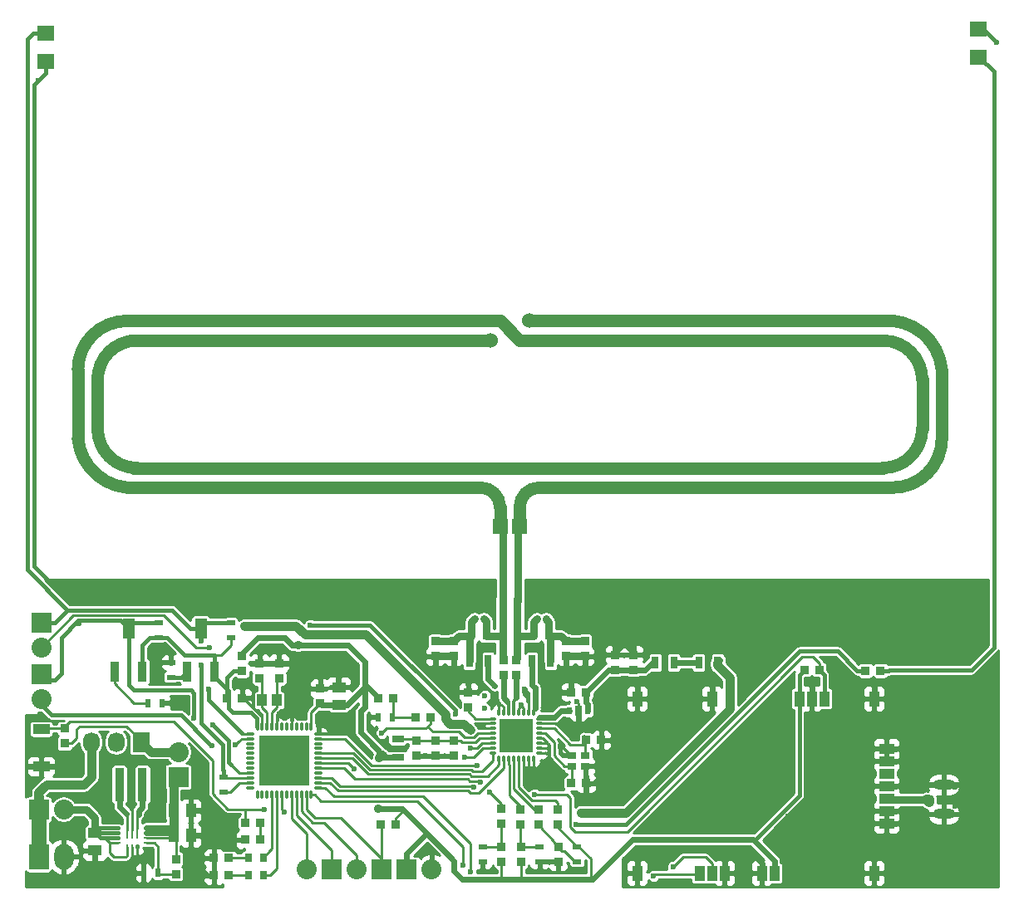
<source format=gtl>
G04 #@! TF.FileFunction,Copper,L1,Top,Signal*
%FSLAX46Y46*%
G04 Gerber Fmt 4.6, Leading zero omitted, Abs format (unit mm)*
G04 Created by KiCad (PCBNEW 4.0.4-stable) date 2017 March 07, Tuesday 22:42:02*
%MOMM*%
%LPD*%
G01*
G04 APERTURE LIST*
%ADD10C,0.100000*%
%ADD11C,1.270000*%
%ADD12C,0.600000*%
%ADD13R,1.016000X1.524000*%
%ADD14R,1.524000X1.016000*%
%ADD15R,0.900000X2.000000*%
%ADD16R,1.300000X2.000000*%
%ADD17R,0.965200X3.352800*%
%ADD18R,1.800860X1.597660*%
%ADD19R,2.032000X2.032000*%
%ADD20O,2.032000X2.032000*%
%ADD21O,0.850000X0.280000*%
%ADD22O,0.280000X0.850000*%
%ADD23R,5.100000X5.100000*%
%ADD24R,0.998220X1.249680*%
%ADD25R,2.000000X2.600000*%
%ADD26O,2.000000X2.600000*%
%ADD27C,0.497840*%
%ADD28R,0.800000X0.750000*%
%ADD29R,0.500000X0.750000*%
%ADD30R,0.800000X1.000000*%
%ADD31R,0.889000X0.889000*%
%ADD32R,1.300000X0.700000*%
%ADD33R,0.700000X1.300000*%
%ADD34R,1.727200X2.032000*%
%ADD35O,1.727200X2.032000*%
%ADD36R,0.900000X0.500000*%
%ADD37R,0.500000X0.900000*%
%ADD38R,1.699260X0.998220*%
%ADD39R,0.900000X0.800000*%
%ADD40O,0.300000X0.700000*%
%ADD41O,0.700000X0.300000*%
%ADD42R,3.450000X3.450000*%
%ADD43R,0.228600X1.778000*%
%ADD44R,0.609600X0.228600*%
%ADD45R,0.228600X0.609600*%
%ADD46R,1.016000X1.397000*%
%ADD47R,1.397000X1.016000*%
%ADD48O,1.049020X0.998220*%
%ADD49O,2.199640X1.049020*%
%ADD50R,0.762000X0.889000*%
%ADD51R,1.524000X1.524000*%
%ADD52C,1.524000*%
%ADD53C,0.900000*%
%ADD54C,0.250000*%
%ADD55C,0.400000*%
%ADD56C,0.600000*%
%ADD57C,0.800000*%
%ADD58C,0.900000*%
%ADD59C,1.500000*%
%ADD60C,0.300000*%
%ADD61C,1.000000*%
%ADD62C,0.750000*%
G04 APERTURE END LIST*
D10*
D11*
X147650000Y-105470000D02*
X147650000Y-103470000D01*
X149650001Y-101470001D02*
G75*
G03X147650000Y-103470000I-1J-2000000D01*
G01*
X149650000Y-101470000D02*
X185650000Y-101470000D01*
X146650000Y-99470000D02*
X183650000Y-99470000D01*
X183650000Y-99470000D02*
X184650000Y-99470000D01*
X188650000Y-95470000D02*
G75*
G02X184650000Y-99470000I-4000000J0D01*
G01*
X190650000Y-96470000D02*
G75*
G02X185650000Y-101470000I-5000000J0D01*
G01*
X190650000Y-96470000D02*
X190650000Y-95470000D01*
X145650000Y-105470000D02*
X145650000Y-103470000D01*
X143649999Y-101470001D02*
G75*
G02X145650000Y-103470000I1J-2000000D01*
G01*
X146650000Y-99470000D02*
X119890000Y-99470000D01*
X185460000Y-84470000D02*
X148650000Y-84470000D01*
X120890000Y-84470000D02*
X144650000Y-84470000D01*
X144650000Y-84470000D02*
X145650000Y-84470000D01*
X145650000Y-84470000D02*
X147650000Y-86470000D01*
X147650000Y-86470000D02*
X184920000Y-86470000D01*
X188650000Y-90470000D02*
G75*
G03X184650000Y-86470000I-4000000J0D01*
G01*
X188650000Y-90470000D02*
X188650000Y-95470000D01*
X190650000Y-89470000D02*
G75*
G03X184650000Y-84470000I-5500000J-500000D01*
G01*
X190650000Y-89470000D02*
X190650000Y-95470000D01*
X143650000Y-84470000D02*
X107650000Y-84470000D01*
X102650000Y-89470000D02*
X102650000Y-90470000D01*
X144650000Y-86470000D02*
X109650000Y-86470000D01*
X109650000Y-86470000D02*
X108650000Y-86470000D01*
X104650000Y-90470000D02*
G75*
G02X108650000Y-86470000I4000000J0D01*
G01*
X102650000Y-89470000D02*
G75*
G02X107650000Y-84470000I5000000J0D01*
G01*
X102650000Y-89470000D02*
X102650000Y-90470000D01*
X107840000Y-101470000D02*
X143650000Y-101470000D01*
X145650000Y-99470000D02*
X108380000Y-99470000D01*
X104650000Y-95470000D02*
G75*
G03X108650000Y-99470000I4000000J0D01*
G01*
X104650000Y-95470000D02*
X104650000Y-90470000D01*
X102650000Y-96470000D02*
G75*
G03X108650000Y-101470000I5500000J500000D01*
G01*
X102650000Y-96470000D02*
X102650000Y-90470000D01*
D12*
X98900000Y-127200000D03*
X97800000Y-131500000D03*
X100900000Y-130400000D03*
X102600000Y-130300000D03*
X149500000Y-130500000D03*
X151500000Y-130500000D03*
X150500000Y-130000000D03*
X195000000Y-116000000D03*
X195000000Y-114000000D03*
X195000000Y-112000000D03*
X127000000Y-120126000D03*
X128994000Y-120126000D03*
X126000000Y-122000000D03*
X128000000Y-125000000D03*
X130000000Y-125000000D03*
X110500000Y-134500000D03*
X111000000Y-132500000D03*
X111000000Y-131000000D03*
X111000000Y-129500000D03*
X108000000Y-129500000D03*
X108000000Y-131000000D03*
X108000000Y-132500000D03*
X105500000Y-132500000D03*
X105500000Y-131000000D03*
X105500000Y-129500000D03*
X104000000Y-141500000D03*
X105000000Y-141500000D03*
X106000000Y-141500000D03*
X106000000Y-140000000D03*
X107000000Y-140000000D03*
X107000000Y-141500000D03*
X115000000Y-141500000D03*
X114000000Y-141000000D03*
X114000000Y-139000000D03*
X115000000Y-130000000D03*
X115000000Y-132000000D03*
X118000000Y-137000000D03*
X118000000Y-135000000D03*
X117000000Y-136000000D03*
X117000000Y-138000000D03*
X137000000Y-118000000D03*
X135000000Y-116000000D03*
X137000000Y-116000000D03*
X130000000Y-119000000D03*
X128000000Y-119000000D03*
X126000000Y-119000000D03*
X137000000Y-114000000D03*
X135000000Y-114000000D03*
X141000000Y-114000000D03*
X139000000Y-114000000D03*
X117000000Y-114000000D03*
X119000000Y-114000000D03*
X133000000Y-114000000D03*
X131000000Y-114000000D03*
X129000000Y-114000000D03*
X127000000Y-114000000D03*
X123000000Y-114000000D03*
X121000000Y-114000000D03*
X125000000Y-114000000D03*
X115000000Y-114000000D03*
X125000000Y-112000000D03*
X123000000Y-112000000D03*
X129000000Y-112000000D03*
X127000000Y-112000000D03*
X105000000Y-112000000D03*
X107000000Y-112000000D03*
X121000000Y-112000000D03*
X119000000Y-112000000D03*
X117000000Y-112000000D03*
X115000000Y-112000000D03*
X111000000Y-112000000D03*
X109000000Y-112000000D03*
X113000000Y-112000000D03*
X103000000Y-112000000D03*
X137000000Y-112000000D03*
X135000000Y-112000000D03*
X141000000Y-112000000D03*
X139000000Y-112000000D03*
X117000000Y-112000000D03*
X119000000Y-112000000D03*
X133000000Y-112000000D03*
X131000000Y-112000000D03*
X129000000Y-112000000D03*
X127000000Y-112000000D03*
X123000000Y-112000000D03*
X121000000Y-112000000D03*
X125000000Y-112000000D03*
X115000000Y-112000000D03*
X155000000Y-126000000D03*
X157000000Y-124000000D03*
X157000000Y-122000000D03*
X157000000Y-129000000D03*
X157000000Y-131000000D03*
X159000000Y-129000000D03*
X159000000Y-126000000D03*
X161000000Y-127000000D03*
X161000000Y-121000000D03*
X161000000Y-123000000D03*
X161000000Y-125000000D03*
X163000000Y-125000000D03*
X163000000Y-123000000D03*
X163000000Y-121000000D03*
X165000000Y-121000000D03*
X165000000Y-123000000D03*
X165000000Y-125000000D03*
X163000000Y-127000000D03*
X161000000Y-129000000D03*
X159000000Y-131000000D03*
X157000000Y-133000000D03*
X181000000Y-121000000D03*
X181000000Y-123000000D03*
X173000000Y-125000000D03*
X167000000Y-131000000D03*
X167000000Y-131000000D03*
X167000000Y-133000000D03*
X167000000Y-133000000D03*
X167000000Y-133000000D03*
X167000000Y-131000000D03*
X165000000Y-133000000D03*
X165000000Y-135000000D03*
X167000000Y-135000000D03*
X167000000Y-133000000D03*
X177000000Y-139000000D03*
X175000000Y-141000000D03*
X175000000Y-139000000D03*
X177000000Y-141000000D03*
X175000000Y-137000000D03*
X177000000Y-133000000D03*
X175000000Y-133000000D03*
X175000000Y-135000000D03*
X175000000Y-137000000D03*
X175000000Y-137000000D03*
X181000000Y-137000000D03*
X181000000Y-137000000D03*
X183000000Y-135000000D03*
X181000000Y-135000000D03*
X179000000Y-137000000D03*
X177000000Y-137000000D03*
X177000000Y-137000000D03*
X177000000Y-137000000D03*
X179000000Y-135000000D03*
X177000000Y-135000000D03*
X179000000Y-137000000D03*
X179000000Y-137000000D03*
X179000000Y-141000000D03*
X179000000Y-139000000D03*
X179000000Y-141000000D03*
X181000000Y-141000000D03*
X181000000Y-139000000D03*
X179000000Y-139000000D03*
X183000000Y-137000000D03*
X183000000Y-139000000D03*
X183000000Y-137000000D03*
X181000000Y-133000000D03*
X183000000Y-133000000D03*
X179000000Y-133000000D03*
X171000000Y-133000000D03*
X169000000Y-135000000D03*
X169000000Y-133000000D03*
X171000000Y-135000000D03*
X169000000Y-131000000D03*
X171000000Y-127000000D03*
X163000000Y-135000000D03*
X169000000Y-129000000D03*
X169000000Y-131000000D03*
X169000000Y-131000000D03*
X175000000Y-131000000D03*
X175000000Y-131000000D03*
X177000000Y-129000000D03*
X175000000Y-129000000D03*
X173000000Y-131000000D03*
X171000000Y-131000000D03*
X171000000Y-131000000D03*
X171000000Y-131000000D03*
X173000000Y-129000000D03*
X171000000Y-129000000D03*
X173000000Y-131000000D03*
X173000000Y-131000000D03*
X173000000Y-135000000D03*
X173000000Y-133000000D03*
X173000000Y-135000000D03*
X175000000Y-135000000D03*
X175000000Y-133000000D03*
X173000000Y-133000000D03*
X177000000Y-135000000D03*
X177000000Y-131000000D03*
X177000000Y-133000000D03*
X177000000Y-131000000D03*
X175000000Y-127000000D03*
X177000000Y-127000000D03*
X173000000Y-127000000D03*
X177000000Y-131000000D03*
X175000000Y-133000000D03*
X175000000Y-131000000D03*
X177000000Y-133000000D03*
X175000000Y-129000000D03*
X177000000Y-125000000D03*
X175000000Y-125000000D03*
X175000000Y-127000000D03*
X175000000Y-129000000D03*
X175000000Y-129000000D03*
X181000000Y-129000000D03*
X181000000Y-129000000D03*
X183000000Y-127000000D03*
X181000000Y-127000000D03*
X179000000Y-129000000D03*
X177000000Y-129000000D03*
X177000000Y-129000000D03*
X177000000Y-129000000D03*
X179000000Y-127000000D03*
X177000000Y-127000000D03*
X179000000Y-129000000D03*
X179000000Y-129000000D03*
X179000000Y-133000000D03*
X179000000Y-131000000D03*
X179000000Y-133000000D03*
X181000000Y-133000000D03*
X181000000Y-131000000D03*
X179000000Y-131000000D03*
X183000000Y-133000000D03*
X183000000Y-129000000D03*
X183000000Y-131000000D03*
X183000000Y-129000000D03*
X181000000Y-125000000D03*
X183000000Y-125000000D03*
X179000000Y-125000000D03*
X190000000Y-128000000D03*
X192000000Y-130000000D03*
X192000000Y-128000000D03*
X190000000Y-130000000D03*
X188000000Y-126000000D03*
X192000000Y-126000000D03*
X188000000Y-130000000D03*
X188000000Y-128000000D03*
X190000000Y-126000000D03*
X188000000Y-140000000D03*
X190000000Y-140000000D03*
X186000000Y-138000000D03*
X190000000Y-138000000D03*
X186000000Y-140000000D03*
X188000000Y-138000000D03*
X186000000Y-126000000D03*
X186000000Y-126000000D03*
X190000000Y-126000000D03*
X188000000Y-126000000D03*
X188000000Y-124000000D03*
X190000000Y-124000000D03*
X188000000Y-126000000D03*
X190000000Y-126000000D03*
X186000000Y-122000000D03*
X190000000Y-122000000D03*
X188000000Y-122000000D03*
X186000000Y-124000000D03*
X194000000Y-136000000D03*
X192000000Y-136000000D03*
X192000000Y-134000000D03*
X194000000Y-132000000D03*
X194000000Y-134000000D03*
X192000000Y-132000000D03*
X192000000Y-140000000D03*
X194000000Y-138000000D03*
X194000000Y-140000000D03*
X192000000Y-138000000D03*
X194000000Y-130000000D03*
X192000000Y-130000000D03*
X192000000Y-128000000D03*
X194000000Y-126000000D03*
X194000000Y-128000000D03*
X192000000Y-126000000D03*
X194000000Y-126000000D03*
X192000000Y-126000000D03*
X192000000Y-124000000D03*
X194000000Y-122000000D03*
X194000000Y-124000000D03*
X192000000Y-122000000D03*
X183000000Y-118000000D03*
X185000000Y-118000000D03*
X175000000Y-116000000D03*
X173000000Y-116000000D03*
X173000000Y-118000000D03*
X171000000Y-118000000D03*
X171000000Y-116000000D03*
X171000000Y-116000000D03*
X171000000Y-118000000D03*
X169000000Y-118000000D03*
X169000000Y-116000000D03*
X155000000Y-116000000D03*
X153000000Y-116000000D03*
X149000000Y-114000000D03*
X153000000Y-114000000D03*
X151000000Y-114000000D03*
X149000000Y-112000000D03*
X153000000Y-112000000D03*
X151000000Y-112000000D03*
X161000000Y-116000000D03*
X161000000Y-114000000D03*
X163000000Y-116000000D03*
X157000000Y-114000000D03*
X155000000Y-114000000D03*
X159000000Y-114000000D03*
X159000000Y-116000000D03*
X157000000Y-116000000D03*
X157000000Y-112000000D03*
X161000000Y-112000000D03*
X159000000Y-112000000D03*
X155000000Y-112000000D03*
X163000000Y-112000000D03*
X163000000Y-114000000D03*
X171000000Y-114000000D03*
X167000000Y-114000000D03*
X165000000Y-114000000D03*
X165000000Y-116000000D03*
X169000000Y-114000000D03*
X167000000Y-116000000D03*
X167000000Y-112000000D03*
X171000000Y-112000000D03*
X169000000Y-112000000D03*
X165000000Y-112000000D03*
X173000000Y-112000000D03*
X173000000Y-114000000D03*
X181000000Y-116000000D03*
X181000000Y-114000000D03*
X183000000Y-116000000D03*
X177000000Y-114000000D03*
X175000000Y-114000000D03*
X179000000Y-114000000D03*
X179000000Y-116000000D03*
X177000000Y-116000000D03*
X177000000Y-112000000D03*
X181000000Y-112000000D03*
X179000000Y-112000000D03*
X175000000Y-112000000D03*
X183000000Y-112000000D03*
X183000000Y-114000000D03*
X191000000Y-112000000D03*
X185000000Y-112000000D03*
X187000000Y-112000000D03*
X189000000Y-112000000D03*
X185000000Y-114000000D03*
X187000000Y-114000000D03*
X185000000Y-116000000D03*
X187000000Y-116000000D03*
X189000000Y-116000000D03*
X191000000Y-116000000D03*
X189000000Y-114000000D03*
X191000000Y-114000000D03*
X187000000Y-118000000D03*
X189000000Y-118000000D03*
X191000000Y-118000000D03*
X193000000Y-118000000D03*
X193000000Y-116000000D03*
X193000000Y-114000000D03*
X193000000Y-112000000D03*
D13*
X159606000Y-140780000D03*
X165956000Y-140780000D03*
X167226000Y-140780000D03*
X168496000Y-140780000D03*
X172306000Y-140780000D03*
X173576000Y-140780000D03*
X183736000Y-140780000D03*
D14*
X185006000Y-135700000D03*
X185006000Y-134430000D03*
X185006000Y-133160000D03*
X185006000Y-131890000D03*
X185006000Y-130620000D03*
X185006000Y-129350000D03*
X185006000Y-128080000D03*
D13*
X183736000Y-123000000D03*
X178656000Y-123000000D03*
X177386000Y-123000000D03*
X176116000Y-123000000D03*
X167226000Y-123000000D03*
X159606000Y-123000000D03*
D15*
X106390000Y-120222000D03*
D16*
X107790000Y-115822000D03*
D15*
X109190000Y-120222000D03*
X113756000Y-120222000D03*
D16*
X115156000Y-115822000D03*
D15*
X116556000Y-120222000D03*
D17*
X106862900Y-131738000D03*
X109225100Y-131738000D03*
D18*
X194368000Y-57579860D03*
X194368000Y-54740140D03*
D19*
X133598000Y-140390000D03*
D20*
X131058000Y-140390000D03*
D21*
X120190000Y-126575000D03*
X120190000Y-127075000D03*
X120190000Y-127575000D03*
X120190000Y-128075000D03*
X120190000Y-128575000D03*
X120190000Y-129075000D03*
X120190000Y-129575000D03*
X120190000Y-130075000D03*
X120190000Y-130575000D03*
X120190000Y-131075000D03*
X120190000Y-131575000D03*
X120190000Y-132075000D03*
D22*
X120915000Y-132800000D03*
X121415000Y-132800000D03*
X121915000Y-132800000D03*
X122415000Y-132800000D03*
X122915000Y-132800000D03*
X123415000Y-132800000D03*
X123915000Y-132800000D03*
X124415000Y-132800000D03*
X124915000Y-132800000D03*
X125415000Y-132800000D03*
X125915000Y-132800000D03*
X126415000Y-132800000D03*
D21*
X127140000Y-132075000D03*
X127140000Y-131575000D03*
X127140000Y-131075000D03*
X127140000Y-130575000D03*
X127140000Y-130075000D03*
X127140000Y-129575000D03*
X127140000Y-129075000D03*
X127140000Y-128575000D03*
X127140000Y-128075000D03*
X127140000Y-127575000D03*
X127140000Y-127075000D03*
X127140000Y-126575000D03*
D22*
X126415000Y-125850000D03*
X125915000Y-125850000D03*
X125415000Y-125850000D03*
X124915000Y-125850000D03*
X124415000Y-125850000D03*
X123915000Y-125850000D03*
X123415000Y-125850000D03*
X122915000Y-125850000D03*
X122415000Y-125850000D03*
X121915000Y-125850000D03*
X121415000Y-125850000D03*
X120915000Y-125850000D03*
D23*
X123665000Y-129325000D03*
D24*
X121396700Y-123160000D03*
X122895300Y-123160000D03*
D25*
X98646000Y-139104000D03*
D26*
X101186000Y-139104000D03*
D27*
X150289280Y-114847000D03*
X149364720Y-114847000D03*
D28*
X149077000Y-116625000D03*
X150577000Y-116625000D03*
X144227000Y-116625000D03*
X142727000Y-116625000D03*
D27*
X143014720Y-114847000D03*
X143939280Y-114847000D03*
D28*
X145902000Y-116625000D03*
X147402000Y-116625000D03*
X145902000Y-114847000D03*
X147402000Y-114847000D03*
X145902000Y-113069000D03*
X147402000Y-113069000D03*
D29*
X152687000Y-124245000D03*
X154587000Y-124245000D03*
D30*
X153637000Y-124245000D03*
D31*
X119380000Y-120142000D03*
X119380000Y-118618000D03*
D32*
X135222000Y-129005000D03*
X135222000Y-127105000D03*
D33*
X148877000Y-119165000D03*
X150777000Y-119165000D03*
X144427000Y-119165000D03*
X142527000Y-119165000D03*
X167795000Y-119292000D03*
X165895000Y-119292000D03*
X163350000Y-119292000D03*
X161450000Y-119292000D03*
D19*
X128518000Y-140390000D03*
D20*
X125978000Y-140390000D03*
D19*
X136140000Y-140400000D03*
D20*
X138680000Y-140400000D03*
D34*
X109060000Y-127420000D03*
D35*
X106520000Y-127420000D03*
X103980000Y-127420000D03*
D36*
X118204000Y-116740000D03*
X118204000Y-115240000D03*
X112108000Y-120804000D03*
X112108000Y-119304000D03*
X117442000Y-132488000D03*
X117442000Y-130988000D03*
X153478000Y-138100000D03*
X153478000Y-139600000D03*
X143863430Y-139607490D03*
X143863430Y-138107490D03*
X149668000Y-138100000D03*
X149668000Y-139600000D03*
D37*
X133202000Y-124880000D03*
X134702000Y-124880000D03*
X147414000Y-111164000D03*
X145914000Y-111164000D03*
X110826000Y-140755000D03*
X109326000Y-140755000D03*
D38*
X98900000Y-129899920D03*
X98900000Y-126100080D03*
D39*
X152937000Y-129875000D03*
X154337000Y-129875000D03*
X154337000Y-128775000D03*
X152937000Y-128775000D03*
D40*
X149037000Y-124435000D03*
X148537000Y-124435000D03*
X148037000Y-124435000D03*
X147537000Y-124435000D03*
X147037000Y-124435000D03*
X146537000Y-124435000D03*
X146037000Y-124435000D03*
X145537000Y-124435000D03*
D41*
X144937000Y-125035000D03*
X144937000Y-125535000D03*
X144937000Y-126035000D03*
X144937000Y-126535000D03*
X144937000Y-127035000D03*
X144937000Y-127535000D03*
X144937000Y-128035000D03*
X144937000Y-128535000D03*
D40*
X145537000Y-129135000D03*
X146037000Y-129135000D03*
X146537000Y-129135000D03*
X147037000Y-129135000D03*
X147537000Y-129135000D03*
X148037000Y-129135000D03*
X148537000Y-129135000D03*
X149037000Y-129135000D03*
D41*
X149637000Y-128535000D03*
X149637000Y-128035000D03*
X149637000Y-127535000D03*
X149637000Y-127035000D03*
X149637000Y-126535000D03*
X149637000Y-126035000D03*
X149637000Y-125535000D03*
X149637000Y-125035000D03*
D42*
X147287000Y-126785000D03*
D43*
X108660991Y-136390009D03*
X108171000Y-136390009D03*
X107681009Y-136390009D03*
D44*
X106771003Y-136194987D03*
X106771003Y-136695012D03*
X106771003Y-137194988D03*
X106771003Y-137695013D03*
D45*
X107671000Y-138095009D03*
X108171000Y-138095009D03*
X108671000Y-138095009D03*
D44*
X109570997Y-137695013D03*
X109570997Y-137194988D03*
X109570997Y-136695012D03*
X109570997Y-136194987D03*
D46*
X112362000Y-136945000D03*
X114140000Y-136945000D03*
X112362000Y-134405000D03*
X114140000Y-134405000D03*
D47*
X104361000Y-136691000D03*
X104361000Y-138469000D03*
D31*
X112616000Y-140882000D03*
X112616000Y-139358000D03*
X146017000Y-120562000D03*
X146017000Y-119038000D03*
X147287000Y-120562000D03*
X147287000Y-119038000D03*
X151478000Y-134278000D03*
X151478000Y-135802000D03*
X138524000Y-124880000D03*
X137000000Y-124880000D03*
X134714000Y-122975000D03*
X133190000Y-122975000D03*
X147668000Y-134278000D03*
X147668000Y-135802000D03*
X147763000Y-138088000D03*
X147763000Y-139612000D03*
X145768430Y-138095490D03*
X145768430Y-139619490D03*
X145800000Y-134238000D03*
X145800000Y-135762000D03*
X151573000Y-139612000D03*
X151573000Y-138088000D03*
X149573000Y-134278000D03*
X149573000Y-135802000D03*
X101300000Y-126038000D03*
X101300000Y-127562000D03*
X182880000Y-120142000D03*
X184404000Y-120142000D03*
X117856000Y-122936000D03*
X119380000Y-122936000D03*
X121146000Y-120922000D03*
X121146000Y-119398000D03*
X123146000Y-120922000D03*
X123146000Y-119398000D03*
X127310000Y-123467000D03*
X127310000Y-121943000D03*
X152875000Y-131600000D03*
X154399000Y-131600000D03*
X142400000Y-123862000D03*
X142400000Y-122338000D03*
X154438000Y-127200000D03*
X155962000Y-127200000D03*
X137127000Y-127293000D03*
X137127000Y-128817000D03*
X139032000Y-127293000D03*
X139032000Y-128817000D03*
X140937000Y-127293000D03*
X140937000Y-128817000D03*
X154272000Y-117133000D03*
X154272000Y-118657000D03*
X139032000Y-118657000D03*
X139032000Y-117133000D03*
X157320000Y-118530000D03*
X157320000Y-120054000D03*
X152367000Y-117133000D03*
X152367000Y-118657000D03*
X140937000Y-118657000D03*
X140937000Y-117133000D03*
X159225000Y-118530000D03*
X159225000Y-120054000D03*
X152875000Y-122340000D03*
X154399000Y-122340000D03*
D47*
X129215000Y-123594000D03*
X129215000Y-121816000D03*
D48*
X189324000Y-133260000D03*
D49*
X190848000Y-131761400D03*
X190848000Y-134758600D03*
D31*
X178148000Y-120054000D03*
X176624000Y-120054000D03*
D19*
X98900000Y-120460000D03*
D20*
X98900000Y-123000000D03*
D18*
X99368000Y-55134140D03*
X99368000Y-57973860D03*
D19*
X98646000Y-134278000D03*
D20*
X101186000Y-134278000D03*
D19*
X112870000Y-130976000D03*
D20*
X112870000Y-128436000D03*
D19*
X98900000Y-115228000D03*
D20*
X98900000Y-117768000D03*
D31*
X133488000Y-135850000D03*
X135012000Y-135850000D03*
D50*
X121560000Y-139234000D03*
X120036000Y-139234000D03*
X121560000Y-141012000D03*
X120036000Y-141012000D03*
D31*
X118004000Y-139234000D03*
X116480000Y-139234000D03*
X118004000Y-141012000D03*
X116480000Y-141012000D03*
D36*
X110838000Y-116740000D03*
X110838000Y-115240000D03*
D37*
X109750000Y-123444000D03*
X111250000Y-123444000D03*
D31*
X121230000Y-137360000D03*
X119706000Y-137360000D03*
X119706000Y-135660000D03*
X121230000Y-135660000D03*
D51*
X147650000Y-105470000D03*
D52*
X148650000Y-84470000D03*
X144650000Y-86470000D03*
D51*
X145650000Y-105470000D03*
D12*
X144100000Y-122700000D03*
X144100000Y-124000000D03*
X143900000Y-140500008D03*
X151800000Y-125600000D03*
X147800000Y-123600000D03*
X143800000Y-125700000D03*
X153500000Y-123300000D03*
X112300000Y-123500000D03*
X146400000Y-127600000D03*
X148200000Y-127600000D03*
X148200000Y-125900000D03*
X146400000Y-125900000D03*
X186000000Y-135800000D03*
X186000000Y-132000000D03*
X186000000Y-134500000D03*
X186000000Y-129400000D03*
X186000000Y-128200000D03*
X122145764Y-117700010D03*
X138100000Y-128817000D03*
D53*
X160206976Y-139117391D03*
D12*
X157909804Y-126902773D03*
X151799736Y-127856746D03*
X142400000Y-121400000D03*
X151568000Y-122360000D03*
X154268000Y-119960000D03*
X152368000Y-120060000D03*
X140868000Y-120060000D03*
X139068000Y-120060000D03*
X125468000Y-131260000D03*
X121868000Y-131160000D03*
X121968000Y-129000000D03*
X125500000Y-129000000D03*
D53*
X171568000Y-139060000D03*
X168968000Y-139060000D03*
X158268000Y-117360000D03*
D12*
X159568000Y-121460000D03*
X167168000Y-121360000D03*
X177368000Y-121360000D03*
X183768000Y-121460000D03*
X108268000Y-140760000D03*
X108268000Y-139360000D03*
X108171000Y-133863000D03*
X103568000Y-113260000D03*
X98568000Y-59972690D03*
X155968000Y-130660000D03*
X155968000Y-130660000D03*
X115068000Y-140060000D03*
X132268000Y-124860000D03*
D53*
X104368000Y-140260000D03*
X115868000Y-136260000D03*
X115868000Y-134360000D03*
D12*
X123168000Y-124560000D03*
X124000000Y-124560000D03*
X149768000Y-140560000D03*
X128782446Y-126449990D03*
X196182000Y-56046000D03*
X119474000Y-121578000D03*
D53*
X110838000Y-118276000D03*
X133200000Y-134200000D03*
X133356132Y-129018990D03*
X125062000Y-117514000D03*
D12*
X145068000Y-121660000D03*
X148168000Y-122060000D03*
D53*
X142600000Y-126200000D03*
X153900000Y-134599986D03*
X119630000Y-115570000D03*
D12*
X144600000Y-132499998D03*
X143678838Y-131512262D03*
X142651767Y-128050023D03*
X130755717Y-130118436D03*
X133604000Y-126492000D03*
X142027351Y-128960000D03*
X142926405Y-132010033D03*
X141900000Y-140000000D03*
X163268000Y-140160000D03*
X142591972Y-140613138D03*
X161267994Y-141060000D03*
X143277687Y-129812240D03*
X149168000Y-132750010D03*
X116000000Y-122000000D03*
X126300000Y-115500000D03*
X141100000Y-124600000D03*
X153400000Y-135800000D03*
X116078000Y-117768000D03*
X116300000Y-127800008D03*
X118681756Y-127698283D03*
X116368000Y-125660008D03*
X114468000Y-124960000D03*
X102768000Y-115360000D03*
X115156000Y-119546000D03*
X115156000Y-117094000D03*
X123668000Y-134560000D03*
X121668000Y-134260000D03*
D54*
X121396700Y-123160000D02*
X121396700Y-121172700D01*
X121396700Y-121172700D02*
X121146000Y-120922000D01*
X121915000Y-125850000D02*
X121915000Y-124429000D01*
X121396700Y-123910700D02*
X121396700Y-123160000D01*
X121915000Y-124429000D02*
X121396700Y-123910700D01*
X143863430Y-140463438D02*
X143900000Y-140500008D01*
X143863430Y-139607490D02*
X143863430Y-140463438D01*
X145500000Y-123600000D02*
X145537000Y-123637000D01*
X145537000Y-123637000D02*
X145537000Y-124435000D01*
X145802000Y-123600000D02*
X145500000Y-123600000D01*
X146037000Y-124435000D02*
X146037000Y-123835000D01*
X146037000Y-123835000D02*
X145802000Y-123600000D01*
X148363000Y-130263000D02*
X148537000Y-130263000D01*
X148137000Y-130037000D02*
X148363000Y-130263000D01*
X148037000Y-130037000D02*
X148137000Y-130037000D01*
X149637000Y-125535000D02*
X151735000Y-125535000D01*
X151735000Y-125535000D02*
X151800000Y-125600000D01*
X149037000Y-129135000D02*
X149037000Y-130037000D01*
X148537000Y-129135000D02*
X148537000Y-130263000D01*
X148037000Y-130037000D02*
X148100000Y-130100000D01*
X148037000Y-129135000D02*
X148037000Y-130037000D01*
X149637000Y-128535000D02*
X150237000Y-128535000D01*
X150237000Y-128535000D02*
X150272000Y-128500000D01*
X149637000Y-128035000D02*
X150535000Y-128035000D01*
X149637000Y-127035000D02*
X150035000Y-127035000D01*
X150035000Y-127035000D02*
X150535000Y-127535000D01*
X150535000Y-127535000D02*
X149637000Y-127535000D01*
X147800000Y-123700000D02*
X147800000Y-123600000D01*
X147537000Y-124435000D02*
X147537000Y-123963000D01*
X147537000Y-123963000D02*
X147800000Y-123700000D01*
X147800000Y-123700000D02*
X148037000Y-123937000D01*
X148037000Y-123937000D02*
X148037000Y-124435000D01*
X144099999Y-125999999D02*
X143800000Y-125700000D01*
X144135000Y-126035000D02*
X144099999Y-125999999D01*
X144937000Y-126035000D02*
X144135000Y-126035000D01*
X144937000Y-125535000D02*
X143965000Y-125535000D01*
X143965000Y-125535000D02*
X143800000Y-125700000D01*
X153637000Y-124245000D02*
X153637000Y-123437000D01*
X153637000Y-123437000D02*
X153500000Y-123300000D01*
X111250000Y-123444000D02*
X112244000Y-123444000D01*
X112244000Y-123444000D02*
X112300000Y-123500000D01*
D55*
X185006000Y-135802000D02*
X185998000Y-135802000D01*
X185998000Y-135802000D02*
X186000000Y-135800000D01*
X185006000Y-131992000D02*
X185992000Y-131992000D01*
X185992000Y-131992000D02*
X186000000Y-132000000D01*
X185006000Y-134532000D02*
X185968000Y-134532000D01*
X185968000Y-134532000D02*
X186000000Y-134500000D01*
X185014000Y-132000000D02*
X185475736Y-132000000D01*
X185006000Y-131992000D02*
X185014000Y-132000000D01*
X185006000Y-129452000D02*
X185948000Y-129452000D01*
X185948000Y-129452000D02*
X186000000Y-129400000D01*
X185006000Y-128182000D02*
X185982000Y-128182000D01*
X185982000Y-128182000D02*
X186000000Y-128200000D01*
D54*
X121146000Y-119398000D02*
X121146000Y-118699774D01*
X122445763Y-118000009D02*
X122145764Y-117700010D01*
X123146000Y-118700246D02*
X122445763Y-118000009D01*
X121845765Y-118000009D02*
X122145764Y-117700010D01*
X121146000Y-118699774D02*
X121845765Y-118000009D01*
X123146000Y-119398000D02*
X123146000Y-118700246D01*
X138100000Y-128817000D02*
X139032000Y-128817000D01*
X137127000Y-128817000D02*
X138100000Y-128817000D01*
D56*
X159606000Y-140882000D02*
X159606000Y-139520000D01*
X159606000Y-139520000D02*
X160008609Y-139117391D01*
X160008609Y-139117391D02*
X160206976Y-139117391D01*
D54*
X156084000Y-127200000D02*
X157612577Y-127200000D01*
X157612577Y-127200000D02*
X157909804Y-126902773D01*
X152887000Y-128775000D02*
X151968746Y-127856746D01*
X152937000Y-128775000D02*
X152887000Y-128775000D01*
X151968746Y-127856746D02*
X151799736Y-127856746D01*
X142400000Y-122338000D02*
X142400000Y-121400000D01*
D56*
X152875000Y-122340000D02*
X151588000Y-122340000D01*
X151588000Y-122340000D02*
X151568000Y-122360000D01*
X154272000Y-118657000D02*
X154272000Y-119956000D01*
X154272000Y-119956000D02*
X154268000Y-119960000D01*
X152367000Y-118657000D02*
X152367000Y-120059000D01*
X152367000Y-120059000D02*
X152368000Y-120060000D01*
X140937000Y-118657000D02*
X140937000Y-119991000D01*
X140937000Y-119991000D02*
X140868000Y-120060000D01*
X139032000Y-118657000D02*
X139032000Y-120024000D01*
X139032000Y-120024000D02*
X139068000Y-120060000D01*
X172306000Y-140882000D02*
X172306000Y-139798000D01*
X172306000Y-139798000D02*
X171568000Y-139060000D01*
X168496000Y-140882000D02*
X168496000Y-139532000D01*
X168496000Y-139532000D02*
X168968000Y-139060000D01*
X159225000Y-118530000D02*
X159225000Y-118317000D01*
X159225000Y-118317000D02*
X158268000Y-117360000D01*
X157320000Y-118530000D02*
X157320000Y-118308000D01*
X157320000Y-118308000D02*
X158268000Y-117360000D01*
X159606000Y-123102000D02*
X159606000Y-121498000D01*
X159606000Y-121498000D02*
X159568000Y-121460000D01*
X167226000Y-123102000D02*
X167226000Y-121418000D01*
X167226000Y-121418000D02*
X167168000Y-121360000D01*
X177386000Y-123102000D02*
X177386000Y-121578000D01*
X177386000Y-121578000D02*
X177368000Y-121560000D01*
X183736000Y-123102000D02*
X183736000Y-121492000D01*
X183736000Y-121492000D02*
X183768000Y-121460000D01*
D54*
X109326000Y-140755000D02*
X108273000Y-140755000D01*
X108273000Y-140755000D02*
X108268000Y-140760000D01*
X108668000Y-139260000D02*
X109168000Y-139260000D01*
X108668000Y-138960000D02*
X108668000Y-139260000D01*
X108668000Y-138652809D02*
X108668000Y-138960000D01*
X108671000Y-138095009D02*
X108671000Y-138649809D01*
X108671000Y-138649809D02*
X108668000Y-138652809D01*
X108171000Y-138095009D02*
X108171000Y-139263000D01*
X108171000Y-139263000D02*
X108268000Y-139360000D01*
X108171000Y-136390009D02*
X108171000Y-133863000D01*
D55*
X101968000Y-113260000D02*
X103568000Y-113260000D01*
X100568000Y-111860000D02*
X101968000Y-113260000D01*
X99368000Y-59172690D02*
X98568000Y-59972690D01*
X98568000Y-59972690D02*
X98168000Y-60372690D01*
X98168000Y-109460000D02*
X100568000Y-111860000D01*
X98168000Y-60372690D02*
X98168000Y-109460000D01*
X99368000Y-57973860D02*
X99368000Y-59172690D01*
D54*
X154399000Y-131865000D02*
X154763000Y-131865000D01*
X154763000Y-131865000D02*
X155968000Y-130660000D01*
X154337000Y-129875000D02*
X155183000Y-129875000D01*
X155183000Y-129875000D02*
X155968000Y-130660000D01*
X119706000Y-137360000D02*
X118468000Y-137360000D01*
X116480000Y-141012000D02*
X116020000Y-141012000D01*
X116020000Y-141012000D02*
X115068000Y-140060000D01*
D55*
X115068000Y-139801500D02*
X115068000Y-140060000D01*
X115635500Y-139234000D02*
X115068000Y-139801500D01*
X116480000Y-139234000D02*
X115635500Y-139234000D01*
D54*
X132288000Y-124880000D02*
X132268000Y-124860000D01*
X133202000Y-124880000D02*
X132288000Y-124880000D01*
D57*
X152367000Y-118657000D02*
X154272000Y-118657000D01*
X140937000Y-118657000D02*
X139032000Y-118657000D01*
D56*
X104368000Y-139584000D02*
X104368000Y-140260000D01*
X104361000Y-138469000D02*
X104361000Y-139577000D01*
X104361000Y-139577000D02*
X104368000Y-139584000D01*
X114140000Y-136945000D02*
X115183000Y-136945000D01*
X115183000Y-136945000D02*
X115868000Y-136260000D01*
X114140000Y-134405000D02*
X115823000Y-134405000D01*
X115823000Y-134405000D02*
X115868000Y-134360000D01*
D54*
X121415000Y-125850000D02*
X121415000Y-124808524D01*
X121415000Y-124808524D02*
X119542476Y-122936000D01*
X119542476Y-122936000D02*
X119380000Y-122936000D01*
X122915000Y-125850000D02*
X122915000Y-124813000D01*
X122915000Y-124813000D02*
X123168000Y-124560000D01*
X124415000Y-125850000D02*
X124415000Y-124713000D01*
X124415000Y-124713000D02*
X124262000Y-124560000D01*
X151573000Y-139612000D02*
X149680000Y-139612000D01*
X149680000Y-139612000D02*
X149668000Y-139600000D01*
X149668000Y-139600000D02*
X149668000Y-140460000D01*
X149668000Y-140460000D02*
X149768000Y-140560000D01*
X128657436Y-126575000D02*
X128782446Y-126449990D01*
X127140000Y-126575000D02*
X128657436Y-126575000D01*
X139032000Y-128817000D02*
X140937000Y-128817000D01*
X128994000Y-120126000D02*
X128994000Y-121595000D01*
X128994000Y-121595000D02*
X129215000Y-121816000D01*
X127310000Y-121943000D02*
X127310000Y-120728000D01*
X127310000Y-120728000D02*
X127216000Y-120634000D01*
D55*
X194368000Y-54740140D02*
X194876140Y-54740140D01*
X194876140Y-54740140D02*
X196182000Y-56046000D01*
X119380000Y-122936000D02*
X119380000Y-121672000D01*
X119380000Y-121672000D02*
X119474000Y-121578000D01*
X110838000Y-118884000D02*
X110838000Y-118276000D01*
X112108000Y-119304000D02*
X111258000Y-119304000D01*
X111258000Y-119304000D02*
X110838000Y-118884000D01*
D54*
X122895300Y-123160000D02*
X122895300Y-121172700D01*
X122895300Y-121172700D02*
X123146000Y-120922000D01*
X122415000Y-125850000D02*
X122415000Y-124391000D01*
X122895300Y-123910700D02*
X122895300Y-123160000D01*
X122415000Y-124391000D02*
X122895300Y-123910700D01*
X109060000Y-127420000D02*
X109060000Y-127267600D01*
X102800000Y-125800000D02*
X102500000Y-126100000D01*
X102500000Y-127056500D02*
X101994500Y-127562000D01*
X109060000Y-127267600D02*
X107592400Y-125800000D01*
X107592400Y-125800000D02*
X102800000Y-125800000D01*
X102500000Y-126100000D02*
X102500000Y-127056500D01*
X101994500Y-127562000D02*
X101300000Y-127562000D01*
D56*
X155110000Y-141390000D02*
X154868000Y-141390000D01*
X131868000Y-120614000D02*
X131868000Y-121526000D01*
X131868000Y-121526000D02*
X133190000Y-122848000D01*
X133190000Y-122848000D02*
X133190000Y-122975000D01*
X129215000Y-123594000D02*
X130104000Y-123594000D01*
X135652000Y-134200000D02*
X138202000Y-136750000D01*
X138202000Y-136750000D02*
X140970000Y-139518000D01*
X136140000Y-140400000D02*
X136140000Y-138784000D01*
X136140000Y-138784000D02*
X138174000Y-136750000D01*
X138174000Y-136750000D02*
X138202000Y-136750000D01*
D54*
X135012000Y-135850000D02*
X135012000Y-135155500D01*
X135012000Y-135155500D02*
X135652000Y-134515500D01*
X135652000Y-134515500D02*
X135652000Y-134200000D01*
D56*
X133200000Y-134200000D02*
X135652000Y-134200000D01*
X140970000Y-140570000D02*
X141813139Y-141413139D01*
X140970000Y-139518000D02*
X140970000Y-140570000D01*
X143344861Y-141413139D02*
X143368000Y-141390000D01*
X141813139Y-141413139D02*
X143344861Y-141413139D01*
X145789998Y-141400002D02*
X145800000Y-141390000D01*
X143378002Y-141400002D02*
X145789998Y-141400002D01*
X143368000Y-141390000D02*
X143378002Y-141400002D01*
X145800000Y-141390000D02*
X155110000Y-141390000D01*
D54*
X145768430Y-139619490D02*
X145768430Y-140313990D01*
X145768430Y-140313990D02*
X145800000Y-140345560D01*
X145800000Y-140345560D02*
X145800000Y-141390000D01*
D56*
X160732002Y-137326000D02*
X171382000Y-137326000D01*
X155110000Y-141390000D02*
X159174000Y-137326000D01*
X159174000Y-137326000D02*
X160732002Y-137326000D01*
D54*
X151478000Y-135802000D02*
X151478000Y-136078000D01*
X151478000Y-136078000D02*
X153500000Y-138100000D01*
X153500000Y-138100000D02*
X153478000Y-138100000D01*
X127310000Y-123467000D02*
X126400000Y-124377000D01*
X126400000Y-124377000D02*
X126400000Y-125600000D01*
D56*
X131900000Y-121700000D02*
X131900000Y-121798000D01*
X131900000Y-121798000D02*
X130104000Y-123594000D01*
D55*
X176116000Y-123102000D02*
X176116000Y-132884000D01*
X171674000Y-137326000D02*
X171382000Y-137326000D01*
X176116000Y-132884000D02*
X171674000Y-137326000D01*
D56*
X124425604Y-117514000D02*
X125062000Y-117514000D01*
X119220000Y-118501500D02*
X120921487Y-116800013D01*
X120921487Y-116800013D02*
X123711617Y-116800013D01*
X123711617Y-116800013D02*
X124425604Y-117514000D01*
D55*
X176624000Y-120054000D02*
X176116000Y-120562000D01*
X176116000Y-120562000D02*
X176116000Y-123102000D01*
D54*
X133868000Y-128560000D02*
X133968000Y-128660000D01*
X133656132Y-128348132D02*
X133868000Y-128560000D01*
X133868000Y-128560000D02*
X133815122Y-128560000D01*
X133815122Y-128560000D02*
X133356132Y-128560000D01*
D56*
X133356132Y-128560000D02*
X133356132Y-129018990D01*
D54*
X133356132Y-128448132D02*
X133356132Y-128560000D01*
X133456132Y-128348132D02*
X133356132Y-128448132D01*
X133356132Y-128348132D02*
X133456132Y-128348132D01*
X133356132Y-128348132D02*
X133656132Y-128348132D01*
X133968000Y-128660000D02*
X133968000Y-128860000D01*
X133968000Y-128860000D02*
X133968000Y-128960000D01*
X133356132Y-128348132D02*
X132989500Y-127981500D01*
D56*
X133489000Y-128960000D02*
X133968000Y-128960000D01*
X133968000Y-128960000D02*
X135177000Y-128960000D01*
X133444000Y-129005000D02*
X133489000Y-128960000D01*
X135177000Y-128960000D02*
X135222000Y-129005000D01*
X132568000Y-127560000D02*
X133356132Y-128348132D01*
X131868000Y-120614000D02*
X131868000Y-123860000D01*
X131868000Y-123860000D02*
X131467998Y-124260002D01*
X131467998Y-124260002D02*
X131467998Y-126459998D01*
X131467998Y-126459998D02*
X132989500Y-127981500D01*
X125062000Y-117514000D02*
X130142000Y-117514000D01*
X130142000Y-117514000D02*
X131868000Y-119240000D01*
X131868000Y-119240000D02*
X131868000Y-120160000D01*
X131868000Y-120160000D02*
X131868000Y-120614000D01*
D54*
X143468430Y-141289570D02*
X143368000Y-141390000D01*
X147763000Y-141385000D02*
X147768000Y-141390000D01*
X147763000Y-139612000D02*
X147763000Y-141385000D01*
X153478000Y-138100000D02*
X153678000Y-138100000D01*
X153678000Y-138100000D02*
X154868000Y-139290000D01*
X154868000Y-139290000D02*
X154868000Y-141390000D01*
D56*
X173576000Y-139520000D02*
X173576000Y-140882000D01*
X171382000Y-137326000D02*
X173576000Y-139520000D01*
D58*
X112870000Y-128436000D02*
X110076000Y-128436000D01*
X110076000Y-128436000D02*
X109060000Y-127420000D01*
D56*
X129215000Y-123594000D02*
X127437000Y-123594000D01*
X127437000Y-123594000D02*
X127310000Y-123467000D01*
D54*
X124915000Y-132800000D02*
X124915000Y-134887000D01*
X124915000Y-134887000D02*
X128518000Y-138490000D01*
X128518000Y-138490000D02*
X128518000Y-140390000D01*
X124415000Y-132800000D02*
X124415000Y-135215000D01*
X124415000Y-135215000D02*
X125978000Y-136778000D01*
X125978000Y-136778000D02*
X125978000Y-140390000D01*
D58*
X98640000Y-134280000D02*
X98640000Y-132550000D01*
X98640000Y-132550000D02*
X99420000Y-131770000D01*
X99420000Y-131770000D02*
X102780000Y-131770000D01*
X102790000Y-131780000D02*
X103290000Y-131780000D01*
X102780000Y-131770000D02*
X102790000Y-131780000D01*
X103290000Y-131780000D02*
X104040000Y-131030000D01*
X104040000Y-131030000D02*
X104040000Y-127450000D01*
X98646000Y-134278000D02*
X98646000Y-132906400D01*
X103980000Y-127572400D02*
X103980000Y-127420000D01*
D59*
X98646000Y-134278000D02*
X98646000Y-139104000D01*
D55*
X117950000Y-123016000D02*
X117950000Y-123102000D01*
X117950000Y-122166000D02*
X117950000Y-123016000D01*
X116556000Y-120772000D02*
X117950000Y-122166000D01*
X116556000Y-120222000D02*
X116556000Y-120772000D01*
D54*
X118204000Y-117514000D02*
X117188000Y-118530000D01*
X117188000Y-118530000D02*
X116556000Y-118530000D01*
X118204000Y-116740000D02*
X118204000Y-117514000D01*
D55*
X119380000Y-120142000D02*
X118535500Y-120142000D01*
X118535500Y-120142000D02*
X117856000Y-120821500D01*
X117856000Y-120821500D02*
X117856000Y-122682000D01*
X116556000Y-120222000D02*
X116556000Y-118530000D01*
X116556000Y-118530000D02*
X113478000Y-118530000D01*
X113478000Y-118530000D02*
X111688000Y-116740000D01*
X111688000Y-116740000D02*
X110838000Y-116740000D01*
X110838000Y-116740000D02*
X109988000Y-116740000D01*
X109988000Y-116740000D02*
X109190000Y-117538000D01*
X109190000Y-117538000D02*
X109190000Y-120222000D01*
X118004000Y-116740000D02*
X118204000Y-116740000D01*
X118375500Y-124372000D02*
X120236000Y-124372000D01*
X120236000Y-124372000D02*
X120874990Y-125010990D01*
X117950000Y-123102000D02*
X117950000Y-123946500D01*
X117950000Y-123946500D02*
X118375500Y-124372000D01*
X116556000Y-120222000D02*
X116556000Y-120863500D01*
X117950000Y-122257500D02*
X117950000Y-123102000D01*
X120874990Y-125850000D02*
X120874990Y-125010990D01*
D54*
X120915000Y-125565000D02*
X120915000Y-125850000D01*
X151174734Y-127472734D02*
X150237000Y-126535000D01*
X151174734Y-128812734D02*
X151174734Y-127472734D01*
X152237000Y-129875000D02*
X151174734Y-128812734D01*
X150237000Y-126535000D02*
X149637000Y-126535000D01*
X152937000Y-129875000D02*
X152237000Y-129875000D01*
X152937000Y-129875000D02*
X152937000Y-131803000D01*
X152937000Y-131803000D02*
X152875000Y-131865000D01*
X142334000Y-124226000D02*
X143143000Y-125035000D01*
X143143000Y-125035000D02*
X144937000Y-125035000D01*
X154337000Y-128775000D02*
X154337000Y-127660000D01*
X154337000Y-127660000D02*
X154337000Y-126977000D01*
X151143000Y-126035000D02*
X152768000Y-127660000D01*
X152768000Y-127660000D02*
X154337000Y-127660000D01*
X149637000Y-126035000D02*
X151143000Y-126035000D01*
X154337000Y-126977000D02*
X154145000Y-126785000D01*
X141631500Y-127293000D02*
X140937000Y-127293000D01*
X141763513Y-127425013D02*
X141631500Y-127293000D01*
X143158402Y-127425013D02*
X141763513Y-127425013D01*
X143548415Y-127035000D02*
X143158402Y-127425013D01*
X144937000Y-127035000D02*
X143548415Y-127035000D01*
X140937000Y-127293000D02*
X139032000Y-127293000D01*
X139032000Y-127293000D02*
X137127000Y-127293000D01*
X135222000Y-127105000D02*
X136939000Y-127105000D01*
X136939000Y-127105000D02*
X137127000Y-127293000D01*
D57*
X150777000Y-119165000D02*
X150777000Y-116825000D01*
X150777000Y-116825000D02*
X150577000Y-116625000D01*
X150577000Y-115450000D02*
X150577000Y-115134720D01*
X150577000Y-115134720D02*
X150364728Y-114922448D01*
X150364728Y-114922448D02*
X150364728Y-114847000D01*
D60*
X150577000Y-115169000D02*
X150577000Y-115600000D01*
D57*
X150577000Y-116625000D02*
X150577000Y-115450000D01*
X150577000Y-115450000D02*
X150577000Y-115600000D01*
X152367000Y-117133000D02*
X154272000Y-117133000D01*
X150577000Y-116625000D02*
X151859000Y-116625000D01*
X151859000Y-116625000D02*
X152367000Y-117133000D01*
D60*
X150289280Y-114881280D02*
X150577000Y-115169000D01*
X150289280Y-114847000D02*
X150289280Y-114881280D01*
D57*
X142527000Y-119165000D02*
X142527000Y-116825000D01*
X142527000Y-116825000D02*
X142727000Y-116625000D01*
X142727000Y-116625000D02*
X142727000Y-115134720D01*
X142727000Y-115134720D02*
X143014720Y-114847000D01*
X139032000Y-117133000D02*
X140937000Y-117133000D01*
X142727000Y-116625000D02*
X141445000Y-116625000D01*
X141445000Y-116625000D02*
X140937000Y-117133000D01*
D56*
X154399000Y-122340000D02*
X154399000Y-123384500D01*
X154399000Y-123384500D02*
X154549999Y-123535499D01*
X154549999Y-123535499D02*
X154549999Y-124207999D01*
X154549999Y-124207999D02*
X154587000Y-124245000D01*
X157320000Y-120054000D02*
X156685000Y-120054000D01*
X156685000Y-120054000D02*
X154399000Y-122340000D01*
X159225000Y-120054000D02*
X157320000Y-120054000D01*
X161130000Y-119292000D02*
X160368000Y-120054000D01*
X160368000Y-120054000D02*
X159225000Y-120054000D01*
X161450000Y-119292000D02*
X161130000Y-119292000D01*
D57*
X149077000Y-116625000D02*
X149077000Y-115134720D01*
X149077000Y-115134720D02*
X149364720Y-114847000D01*
X147402000Y-116625000D02*
X149077000Y-116625000D01*
X147402000Y-116625000D02*
X147402000Y-118923000D01*
X147402000Y-118923000D02*
X147287000Y-119038000D01*
X147402000Y-116625000D02*
X147402000Y-114847000D01*
X147414000Y-111164000D02*
X147414000Y-105798000D01*
X147414000Y-105798000D02*
X147652000Y-105560000D01*
X147402000Y-114847000D02*
X147402000Y-113069000D01*
X147414000Y-111164000D02*
X147414000Y-113057000D01*
X147414000Y-113057000D02*
X147402000Y-113069000D01*
X144227000Y-116625000D02*
X144227000Y-115059272D01*
X144227000Y-115059272D02*
X144014728Y-114847000D01*
X145902000Y-116625000D02*
X144227000Y-116625000D01*
X145902000Y-116625000D02*
X145902000Y-118923000D01*
X145902000Y-118923000D02*
X146017000Y-119038000D01*
X145902000Y-116625000D02*
X145902000Y-114847000D01*
X145914000Y-111164000D02*
X145914000Y-105822000D01*
X145914000Y-105822000D02*
X145652000Y-105560000D01*
X145902000Y-113069000D02*
X145902000Y-114847000D01*
X145914000Y-111164000D02*
X145914000Y-113057000D01*
X145914000Y-113057000D02*
X145902000Y-113069000D01*
D60*
X144203919Y-115095919D02*
X144227000Y-115119000D01*
X144227000Y-115119000D02*
X144227000Y-116625000D01*
X143939280Y-114847000D02*
X144188199Y-115095919D01*
X144188199Y-115095919D02*
X144203919Y-115095919D01*
X146017000Y-116740000D02*
X145902000Y-116625000D01*
D55*
X184404000Y-120142000D02*
X185248500Y-120142000D01*
X185248500Y-120142000D02*
X185336500Y-120054000D01*
X185336500Y-120054000D02*
X193642000Y-120054000D01*
X193642000Y-120054000D02*
X195928000Y-117768000D01*
X195928000Y-117768000D02*
X195928000Y-59038260D01*
X195928000Y-59038260D02*
X194469600Y-57579860D01*
X194469600Y-57579860D02*
X194368000Y-57579860D01*
D56*
X152687000Y-124245000D02*
X151837000Y-124245000D01*
X150106242Y-124884990D02*
X149687010Y-124884990D01*
X151837000Y-124245000D02*
X151197010Y-124884990D01*
X151197010Y-124884990D02*
X150106242Y-124884990D01*
D54*
X149162010Y-123834990D02*
X149037000Y-124435000D01*
D56*
X149200000Y-121860000D02*
X149200000Y-123829000D01*
X149205990Y-123994010D02*
X149200000Y-124000000D01*
X148877000Y-121569000D02*
X149168000Y-121860000D01*
X148877000Y-119165000D02*
X148877000Y-121569000D01*
D55*
X148500000Y-122500000D02*
X148500000Y-123200000D01*
X148168000Y-122560000D02*
X148368000Y-122760000D01*
X148168000Y-122060000D02*
X148168000Y-122560000D01*
D56*
X148168000Y-122060000D02*
X148168000Y-122260000D01*
X144427000Y-119165000D02*
X144427000Y-121019000D01*
X144427000Y-121019000D02*
X145068000Y-121660000D01*
X148168000Y-122260000D02*
X148368000Y-122460000D01*
D54*
X148537000Y-124435000D02*
X148537000Y-122429000D01*
X148537000Y-122429000D02*
X148168000Y-122060000D01*
D58*
X140049999Y-124556001D02*
X140049999Y-125056001D01*
X140049999Y-125056001D02*
X140543999Y-125550001D01*
X140543999Y-125550001D02*
X141950001Y-125550001D01*
X119630000Y-115570000D02*
X124863996Y-115570000D01*
X125743998Y-116450002D02*
X131944000Y-116450002D01*
X141950001Y-125550001D02*
X142150001Y-125750001D01*
X142150001Y-125750001D02*
X142600000Y-126200000D01*
X131944000Y-116450002D02*
X140049999Y-124556001D01*
X124863996Y-115570000D02*
X125743998Y-116450002D01*
X167795000Y-119292000D02*
X167795000Y-119592000D01*
X167795000Y-119592000D02*
X169045000Y-120842000D01*
X169045000Y-120842000D02*
X169045000Y-124055000D01*
X169045000Y-124055000D02*
X158500000Y-134600000D01*
X158500000Y-134600000D02*
X153900014Y-134600000D01*
X153900014Y-134600000D02*
X153900000Y-134599986D01*
D56*
X168049000Y-119038000D02*
X167795000Y-119292000D01*
X165895000Y-119292000D02*
X163350000Y-119292000D01*
D54*
X133598000Y-140390000D02*
X133598000Y-135960000D01*
X133598000Y-135960000D02*
X133488000Y-135850000D01*
X133598000Y-139802000D02*
X133598000Y-140390000D01*
X125915000Y-132800000D02*
X125915000Y-134307000D01*
X125915000Y-134307000D02*
X126768000Y-135160000D01*
X126768000Y-135160000D02*
X129460000Y-135160000D01*
X129460000Y-135160000D02*
X133600000Y-139300000D01*
X133600000Y-139300000D02*
X133600000Y-139800000D01*
X133600000Y-139800000D02*
X133598000Y-139802000D01*
X134300000Y-139700000D02*
X133600000Y-140400000D01*
X125415000Y-132800000D02*
X125415000Y-134507000D01*
X131058000Y-138953160D02*
X131058000Y-140390000D01*
X125415000Y-134507000D02*
X126568000Y-135660000D01*
X126568000Y-135660000D02*
X127760000Y-135660000D01*
X127760000Y-135660000D02*
X131053160Y-138953160D01*
X131053160Y-138953160D02*
X131058000Y-138953160D01*
D55*
X112108000Y-120804000D02*
X113174000Y-120804000D01*
X113174000Y-120804000D02*
X113756000Y-120222000D01*
D54*
X117442000Y-132488000D02*
X118142000Y-132488000D01*
X119515000Y-131575000D02*
X120190000Y-131575000D01*
X118142000Y-132488000D02*
X119055000Y-131575000D01*
X119055000Y-131575000D02*
X119515000Y-131575000D01*
X147037000Y-132180423D02*
X149134577Y-134278000D01*
X147037000Y-129135000D02*
X147037000Y-132180423D01*
X149134577Y-134278000D02*
X149573000Y-134278000D01*
X149800000Y-136200000D02*
X151100000Y-137500000D01*
X149800000Y-135983500D02*
X149800000Y-136200000D01*
X151100000Y-137500000D02*
X151100000Y-137615000D01*
X151100000Y-137615000D02*
X151573000Y-138088000D01*
X149573000Y-135802000D02*
X149602000Y-135802000D01*
X149573000Y-135802000D02*
X149802000Y-135802000D01*
X151573000Y-138088000D02*
X151573000Y-138165000D01*
X151573000Y-138165000D02*
X151968000Y-138560000D01*
X152238000Y-138560000D02*
X153278000Y-139600000D01*
X151968000Y-138560000D02*
X152238000Y-138560000D01*
X153278000Y-139600000D02*
X153478000Y-139600000D01*
X145800000Y-134238000D02*
X145800000Y-133699998D01*
X145800000Y-133699998D02*
X144600000Y-132499998D01*
X142577176Y-131385031D02*
X143551607Y-131385031D01*
X143551607Y-131385031D02*
X143678838Y-131512262D01*
X127140000Y-130075000D02*
X129787277Y-130075000D01*
X130856310Y-131144033D02*
X142336178Y-131144033D01*
X129787277Y-130075000D02*
X130856310Y-131144033D01*
X142336178Y-131144033D02*
X142577176Y-131385031D01*
X143269803Y-128050023D02*
X143076031Y-128050023D01*
X143784826Y-127535000D02*
X143269803Y-128050023D01*
X144937000Y-127535000D02*
X143784826Y-127535000D01*
X143076031Y-128050023D02*
X142651767Y-128050023D01*
X145800000Y-135762000D02*
X145800000Y-138063920D01*
X145800000Y-138063920D02*
X145768430Y-138095490D01*
X145768430Y-138095490D02*
X143875430Y-138095490D01*
X143875430Y-138095490D02*
X143863430Y-138107490D01*
X147763000Y-138088000D02*
X149656000Y-138088000D01*
X149656000Y-138088000D02*
X149668000Y-138100000D01*
X147668000Y-135802000D02*
X147668000Y-138100000D01*
X146537000Y-129135000D02*
X146537000Y-129735000D01*
X146537000Y-129735000D02*
X146568000Y-129766000D01*
X146568000Y-129766000D02*
X146568000Y-132860000D01*
X146568000Y-132860000D02*
X147668000Y-133960000D01*
X147668000Y-133960000D02*
X147668000Y-134278000D01*
X134714000Y-122975000D02*
X134714000Y-124868000D01*
X134714000Y-124868000D02*
X134702000Y-124880000D01*
X137000000Y-124880000D02*
X134702000Y-124880000D01*
X138812510Y-126375010D02*
X138268000Y-125830500D01*
X141428006Y-126375010D02*
X138812510Y-126375010D01*
X144937000Y-126535000D02*
X143412004Y-126535000D01*
X143412004Y-126535000D02*
X142972002Y-126975002D01*
X142972002Y-126975002D02*
X142027998Y-126975002D01*
X142027998Y-126975002D02*
X141428006Y-126375010D01*
X138114500Y-125984000D02*
X138268000Y-125830500D01*
X138268000Y-125830500D02*
X138524000Y-125574500D01*
X130212281Y-129575000D02*
X130455718Y-129818437D01*
X127140000Y-129575000D02*
X130212281Y-129575000D01*
X130455718Y-129818437D02*
X130755717Y-130118436D01*
X134112000Y-125984000D02*
X138114500Y-125984000D01*
X138524000Y-125574500D02*
X138524000Y-124880000D01*
X133604000Y-126492000D02*
X134112000Y-125984000D01*
X151478000Y-133583500D02*
X151478000Y-134278000D01*
X151269511Y-133375011D02*
X151478000Y-133583500D01*
X148867999Y-133375011D02*
X151269511Y-133375011D01*
X147537000Y-132044012D02*
X148867999Y-133375011D01*
X147537000Y-129135000D02*
X147537000Y-132044012D01*
D60*
X147037000Y-124435000D02*
X147037000Y-123263000D01*
X147240000Y-123060000D02*
X147287000Y-123060000D01*
X147037000Y-123263000D02*
X147240000Y-123060000D01*
D56*
X147287000Y-120402000D02*
X147287000Y-122900000D01*
D60*
X146537000Y-123429000D02*
X146368000Y-123260000D01*
D56*
X146017000Y-120562000D02*
X146017000Y-122909000D01*
X146017000Y-122909000D02*
X146368000Y-123260000D01*
D60*
X146537000Y-124435000D02*
X146537000Y-123429000D01*
D54*
X112616000Y-140882000D02*
X110953000Y-140882000D01*
X110953000Y-140882000D02*
X110826000Y-140755000D01*
X110445013Y-137695013D02*
X110826000Y-138076000D01*
X110826000Y-138076000D02*
X110826000Y-140755000D01*
X109570997Y-137695013D02*
X110445013Y-137695013D01*
X146037000Y-129735000D02*
X146037000Y-129135000D01*
X129132631Y-132394045D02*
X142385415Y-132394045D01*
X142626404Y-132635034D02*
X143439964Y-132635034D01*
X142385415Y-132394045D02*
X142626404Y-132635034D01*
X128313586Y-131575000D02*
X129132631Y-132394045D01*
X127140000Y-131575000D02*
X128313586Y-131575000D01*
X146037000Y-130037998D02*
X146037000Y-129735000D01*
X143439964Y-132635034D02*
X146037000Y-130037998D01*
X129317016Y-131917018D02*
X142833390Y-131917018D01*
X142833390Y-131917018D02*
X142926405Y-132010033D01*
X127140000Y-131075000D02*
X128474998Y-131075000D01*
X128474998Y-131075000D02*
X129317016Y-131917018D01*
X143921237Y-128035000D02*
X142996237Y-128960000D01*
X144937000Y-128035000D02*
X143921237Y-128035000D01*
X142451615Y-128960000D02*
X142027351Y-128960000D01*
X142996237Y-128960000D02*
X142451615Y-128960000D01*
X132215200Y-130694022D02*
X142522578Y-130694022D01*
X142522578Y-130694022D02*
X142715817Y-130887261D01*
X142715817Y-130887261D02*
X144384739Y-130887261D01*
X130596178Y-129075000D02*
X132215200Y-130694022D01*
X127140000Y-129075000D02*
X130596178Y-129075000D01*
X145537000Y-129735000D02*
X145537000Y-129135000D01*
X144384739Y-130887261D02*
X145537000Y-129735000D01*
X132401600Y-130244011D02*
X142708978Y-130244011D01*
X142708978Y-130244011D02*
X142902217Y-130437250D01*
X142902217Y-130437250D02*
X143815760Y-130437250D01*
X144937000Y-129316010D02*
X144937000Y-128935000D01*
X143815760Y-130437250D02*
X144937000Y-129316010D01*
X130732589Y-128575000D02*
X132401600Y-130244011D01*
X127140000Y-128575000D02*
X130732589Y-128575000D01*
X144937000Y-128935000D02*
X144937000Y-128535000D01*
X122215000Y-138515500D02*
X122170500Y-138560000D01*
X122170500Y-138560000D02*
X121560000Y-139170500D01*
X122415000Y-132800000D02*
X122415000Y-138315500D01*
X122415000Y-138315500D02*
X122170500Y-138560000D01*
X121560000Y-139170500D02*
X121560000Y-139234000D01*
X120036000Y-139234000D02*
X118004000Y-139234000D01*
X122915000Y-132800000D02*
X122915000Y-140288000D01*
X122191000Y-141012000D02*
X121560000Y-141012000D01*
X122915000Y-140288000D02*
X122191000Y-141012000D01*
X118004000Y-141012000D02*
X120036000Y-141012000D01*
X107681009Y-134786000D02*
X107634500Y-134786000D01*
X107634500Y-134786000D02*
X107536000Y-134687500D01*
D56*
X106862900Y-131738000D02*
X106862900Y-134014400D01*
X106862900Y-134014400D02*
X107536000Y-134687500D01*
D54*
X107681009Y-134786000D02*
X107681009Y-135554500D01*
X107681009Y-135251009D02*
X107681009Y-136390009D01*
X108806000Y-134433500D02*
X108759491Y-134433500D01*
X108759491Y-134433500D02*
X108660991Y-134532000D01*
D56*
X108806000Y-134433500D02*
X108806000Y-134786000D01*
X109225100Y-131738000D02*
X109225100Y-134014400D01*
X109225100Y-134014400D02*
X108806000Y-134433500D01*
D54*
X108660991Y-134532000D02*
X108660991Y-136245000D01*
X141900000Y-139575736D02*
X141900000Y-140000000D01*
X141900000Y-138090000D02*
X141900000Y-139575736D01*
X126805000Y-132800000D02*
X127429999Y-133424999D01*
X137234999Y-133424999D02*
X141900000Y-138090000D01*
X127429999Y-133424999D02*
X137234999Y-133424999D01*
X126415000Y-132800000D02*
X126805000Y-132800000D01*
X163268000Y-140160000D02*
X164268000Y-139160000D01*
X164268000Y-139160000D02*
X166568000Y-139160000D01*
X166568000Y-139160000D02*
X167226000Y-139818000D01*
X167226000Y-139818000D02*
X167226000Y-140882000D01*
X128714988Y-132974988D02*
X137815930Y-132974988D01*
X127140000Y-132075000D02*
X127815000Y-132075000D01*
X137815930Y-132974988D02*
X142591972Y-137751030D01*
X142591972Y-137751030D02*
X142591972Y-140188874D01*
X127815000Y-132075000D02*
X128714988Y-132974988D01*
X142591972Y-140188874D02*
X142591972Y-140613138D01*
X165956000Y-140882000D02*
X161445994Y-140882000D01*
X161445994Y-140882000D02*
X161267994Y-141060000D01*
D61*
X189070000Y-133262000D02*
X189324000Y-133516000D01*
D62*
X185006000Y-133262000D02*
X189070000Y-133262000D01*
D54*
X127140000Y-127075000D02*
X129869000Y-127075000D01*
X142835175Y-129793992D02*
X142853423Y-129812240D01*
X132587992Y-129793992D02*
X142835175Y-129793992D01*
X129869000Y-127075000D02*
X132587992Y-129793992D01*
X142853423Y-129812240D02*
X143277687Y-129812240D01*
X178148000Y-120054000D02*
X178148000Y-119359500D01*
X178148000Y-119359500D02*
X177548500Y-118760000D01*
X177548500Y-118760000D02*
X176436030Y-118760000D01*
X152774998Y-136100002D02*
X152774998Y-133074998D01*
X152774998Y-133074998D02*
X152450010Y-132750010D01*
X152450010Y-132750010D02*
X149168000Y-132750010D01*
X176436030Y-118760000D02*
X158596030Y-136600000D01*
X158596030Y-136600000D02*
X153274996Y-136600000D01*
X153274996Y-136600000D02*
X152774998Y-136100002D01*
D55*
X178148000Y-120054000D02*
X178656000Y-120562000D01*
X178656000Y-120562000D02*
X178656000Y-123102000D01*
D57*
X103472000Y-134278000D02*
X104361000Y-135167000D01*
X104361000Y-135167000D02*
X104361000Y-136691000D01*
X101186000Y-134278000D02*
X103472000Y-134278000D01*
D54*
X107671000Y-138095009D02*
X107671000Y-138969000D01*
X107671000Y-138969000D02*
X107536000Y-139104000D01*
X107536000Y-139104000D02*
X106266000Y-139104000D01*
X106266000Y-139104000D02*
X105873013Y-138711013D01*
X105873013Y-138711013D02*
X105873013Y-137695013D01*
D55*
X106771003Y-137194988D02*
X105250000Y-137194988D01*
D54*
X105873013Y-137695013D02*
X105372988Y-137194988D01*
D55*
X105250000Y-137194988D02*
X104991988Y-137194988D01*
D54*
X105372988Y-137194988D02*
X105250000Y-137194988D01*
X106771003Y-137695013D02*
X105873013Y-137695013D01*
D55*
X104991988Y-137194988D02*
X104361000Y-136564000D01*
X106771003Y-136695012D02*
X104492012Y-136695012D01*
X104492012Y-136695012D02*
X104361000Y-136564000D01*
X106771003Y-136194987D02*
X104730013Y-136194987D01*
X104730013Y-136194987D02*
X104361000Y-136564000D01*
D56*
X109570997Y-136194987D02*
X112223013Y-136194987D01*
X112223013Y-136194987D02*
X112362000Y-136056000D01*
D58*
X112362000Y-134405000D02*
X112362000Y-131484000D01*
X112362000Y-131484000D02*
X112870000Y-130976000D01*
X112362000Y-134405000D02*
X112362000Y-136945000D01*
D56*
X112362000Y-136945000D02*
X112362000Y-136056000D01*
D54*
X112616000Y-139358000D02*
X112616000Y-137199000D01*
X112616000Y-137199000D02*
X112362000Y-136945000D01*
X109570997Y-137194988D02*
X112112012Y-137194988D01*
X112112012Y-137194988D02*
X112362000Y-136945000D01*
D56*
X109570997Y-136695012D02*
X112112012Y-136695012D01*
X112112012Y-136695012D02*
X112362000Y-136945000D01*
D55*
X116000000Y-122424264D02*
X116000000Y-122000000D01*
X116000000Y-123112000D02*
X116000000Y-122424264D01*
X119380000Y-126492000D02*
X116000000Y-123112000D01*
X126724264Y-115500000D02*
X126300000Y-115500000D01*
X141100000Y-124175736D02*
X132424264Y-115500000D01*
X141100000Y-124600000D02*
X141100000Y-124175736D01*
X132424264Y-115500000D02*
X126724264Y-115500000D01*
X153824264Y-135800000D02*
X153400000Y-135800000D01*
X158502097Y-135800000D02*
X153824264Y-135800000D01*
X176167108Y-118134989D02*
X158502097Y-135800000D01*
X180028489Y-118134989D02*
X176167108Y-118134989D01*
X182035500Y-120142000D02*
X180028489Y-118134989D01*
X182880000Y-120142000D02*
X182035500Y-120142000D01*
D54*
X113632000Y-116752000D02*
X114648000Y-117768000D01*
X113632000Y-116748998D02*
X113632000Y-116752000D01*
X111380001Y-114496999D02*
X113632000Y-116748998D01*
X102874001Y-114496999D02*
X111380001Y-114496999D01*
X102868001Y-114490999D02*
X102874001Y-114496999D01*
X102177001Y-114490999D02*
X102868001Y-114490999D01*
X98900000Y-117768000D02*
X102177001Y-114490999D01*
X114648000Y-117768000D02*
X115918000Y-117768000D01*
X119380000Y-126492000D02*
X119432000Y-126492000D01*
X119432000Y-126492000D02*
X119515000Y-126575000D01*
X119515000Y-126575000D02*
X120190000Y-126575000D01*
D55*
X116000001Y-127500009D02*
X116300000Y-127800008D01*
X99915999Y-124625999D02*
X113125991Y-124625999D01*
X98900000Y-123610000D02*
X99915999Y-124625999D01*
X113125991Y-124625999D02*
X116000001Y-127500009D01*
D54*
X119305039Y-127075000D02*
X118981755Y-127398284D01*
X120190000Y-127075000D02*
X119305039Y-127075000D01*
X118981755Y-127398284D02*
X118681756Y-127698283D01*
D55*
X117981754Y-127273762D02*
X116667999Y-125960007D01*
X116667999Y-125960007D02*
X116368000Y-125660008D01*
X117981754Y-129483754D02*
X117981754Y-127273762D01*
X118204000Y-129706000D02*
X117981754Y-129483754D01*
X114468000Y-124535736D02*
X114468000Y-124960000D01*
X114468000Y-122414000D02*
X114468000Y-124535736D01*
X114140000Y-122086000D02*
X114468000Y-122414000D01*
X108298000Y-122086000D02*
X114140000Y-122086000D01*
X107790000Y-121578000D02*
X108298000Y-122086000D01*
X107790000Y-115822000D02*
X107790000Y-121578000D01*
X102768000Y-115360000D02*
X102768000Y-115128018D01*
X102768000Y-115128018D02*
X102661991Y-115022009D01*
X98900000Y-121070000D02*
X100316000Y-121070000D01*
X102661991Y-115022009D02*
X106990009Y-115022009D01*
X100316000Y-121070000D02*
X100932000Y-120454000D01*
X100932000Y-120454000D02*
X100932000Y-116752000D01*
X100932000Y-116752000D02*
X102661991Y-115022009D01*
X106990009Y-115022009D02*
X107790000Y-115822000D01*
D54*
X118204000Y-129706000D02*
X119073000Y-130575000D01*
X119073000Y-130575000D02*
X120190000Y-130575000D01*
D55*
X110838000Y-115240000D02*
X108372000Y-115240000D01*
X108372000Y-115240000D02*
X107790000Y-115822000D01*
D54*
X106390000Y-120222000D02*
X106390000Y-121472000D01*
X106390000Y-121472000D02*
X108362000Y-123444000D01*
X108362000Y-123444000D02*
X109750000Y-123444000D01*
D55*
X106532000Y-120364000D02*
X106390000Y-120222000D01*
X115156000Y-124111998D02*
X115156000Y-119970264D01*
X115168001Y-125496005D02*
X115168001Y-124123999D01*
X115168001Y-124123999D02*
X115156000Y-124111998D01*
X117442000Y-130988000D02*
X117442000Y-130338000D01*
X117381743Y-127709748D02*
X115168001Y-125496005D01*
X117442000Y-130338000D02*
X117381743Y-130277743D01*
X115156000Y-119970264D02*
X115156000Y-119546000D01*
X117381743Y-130277743D02*
X117381743Y-127709748D01*
X101588002Y-113960002D02*
X101586000Y-113958000D01*
X103904002Y-113960002D02*
X101588002Y-113960002D01*
X103906004Y-113958000D02*
X103904002Y-113960002D01*
X112242000Y-113958000D02*
X103906004Y-113958000D01*
X114106000Y-115822000D02*
X112242000Y-113958000D01*
X115156000Y-115822000D02*
X114106000Y-115822000D01*
X99368000Y-55134140D02*
X98067570Y-55134140D01*
X98067570Y-55134140D02*
X97483999Y-55717711D01*
X97483999Y-55717711D02*
X97483999Y-109855999D01*
X97483999Y-109855999D02*
X101586000Y-113958000D01*
D54*
X120190000Y-131075000D02*
X117529000Y-131075000D01*
X117529000Y-131075000D02*
X117442000Y-130988000D01*
D55*
X115156000Y-115402000D02*
X115156000Y-117094000D01*
X101586000Y-113958000D02*
X100316000Y-115228000D01*
X100316000Y-115228000D02*
X98900000Y-115228000D01*
X118204000Y-115240000D02*
X115738000Y-115240000D01*
X115738000Y-115240000D02*
X115156000Y-115822000D01*
D54*
X121230000Y-135660000D02*
X121230000Y-137360000D01*
X119668000Y-134260000D02*
X117928998Y-134260000D01*
X117928998Y-134260000D02*
X116368000Y-132699002D01*
X116368000Y-132699002D02*
X116368000Y-129268000D01*
X112400000Y-125300000D02*
X101800000Y-125300000D01*
X116368000Y-129268000D02*
X112400000Y-125300000D01*
X101800000Y-125300000D02*
X101300000Y-125800000D01*
X101300000Y-125800000D02*
X101300000Y-126038000D01*
X101300000Y-126038000D02*
X98962080Y-126038000D01*
X98962080Y-126038000D02*
X98900000Y-126100080D01*
X119668000Y-134260000D02*
X121243736Y-134260000D01*
X119706000Y-135660000D02*
X119706000Y-134298000D01*
X119706000Y-134298000D02*
X119668000Y-134260000D01*
X123415000Y-134307000D02*
X123668000Y-134560000D01*
X123415000Y-132800000D02*
X123415000Y-134307000D01*
X121243736Y-134260000D02*
X121668000Y-134260000D01*
G36*
X196418000Y-142210000D02*
X158125000Y-142210000D01*
X158125000Y-141067250D01*
X158465000Y-141067250D01*
X158465000Y-141667912D01*
X158561369Y-141900566D01*
X158739435Y-142078632D01*
X158972089Y-142175000D01*
X159318750Y-142175000D01*
X159477000Y-142016750D01*
X159477000Y-140909000D01*
X158623250Y-140909000D01*
X158465000Y-141067250D01*
X158125000Y-141067250D01*
X158125000Y-139892088D01*
X158465000Y-139892088D01*
X158465000Y-140492750D01*
X158623250Y-140651000D01*
X159477000Y-140651000D01*
X159477000Y-139543250D01*
X159735000Y-139543250D01*
X159735000Y-140651000D01*
X159755000Y-140651000D01*
X159755000Y-140909000D01*
X159735000Y-140909000D01*
X159735000Y-142016750D01*
X159893250Y-142175000D01*
X160239911Y-142175000D01*
X160472565Y-142078632D01*
X160650631Y-141900566D01*
X160747000Y-141667912D01*
X160747000Y-141493524D01*
X160885138Y-141631903D01*
X161133139Y-141734883D01*
X161401671Y-141735117D01*
X161649851Y-141632571D01*
X161839897Y-141442856D01*
X161865167Y-141382000D01*
X165065654Y-141382000D01*
X165065654Y-141542000D01*
X165091802Y-141680966D01*
X165173931Y-141808599D01*
X165299246Y-141894223D01*
X165448000Y-141924346D01*
X166464000Y-141924346D01*
X166595662Y-141899572D01*
X166718000Y-141924346D01*
X167475149Y-141924346D01*
X167629435Y-142078632D01*
X167862089Y-142175000D01*
X168208750Y-142175000D01*
X168367000Y-142016750D01*
X168367000Y-140909000D01*
X168625000Y-140909000D01*
X168625000Y-142016750D01*
X168783250Y-142175000D01*
X169129911Y-142175000D01*
X169362565Y-142078632D01*
X169540631Y-141900566D01*
X169637000Y-141667912D01*
X169637000Y-141067250D01*
X171165000Y-141067250D01*
X171165000Y-141667912D01*
X171261369Y-141900566D01*
X171439435Y-142078632D01*
X171672089Y-142175000D01*
X172018750Y-142175000D01*
X172177000Y-142016750D01*
X172177000Y-140909000D01*
X171323250Y-140909000D01*
X171165000Y-141067250D01*
X169637000Y-141067250D01*
X169478750Y-140909000D01*
X168625000Y-140909000D01*
X168367000Y-140909000D01*
X168347000Y-140909000D01*
X168347000Y-140651000D01*
X168367000Y-140651000D01*
X168367000Y-139543250D01*
X168625000Y-139543250D01*
X168625000Y-140651000D01*
X169478750Y-140651000D01*
X169637000Y-140492750D01*
X169637000Y-139892088D01*
X171165000Y-139892088D01*
X171165000Y-140492750D01*
X171323250Y-140651000D01*
X172177000Y-140651000D01*
X172177000Y-139543250D01*
X172018750Y-139385000D01*
X171672089Y-139385000D01*
X171439435Y-139481368D01*
X171261369Y-139659434D01*
X171165000Y-139892088D01*
X169637000Y-139892088D01*
X169540631Y-139659434D01*
X169362565Y-139481368D01*
X169129911Y-139385000D01*
X168783250Y-139385000D01*
X168625000Y-139543250D01*
X168367000Y-139543250D01*
X168208750Y-139385000D01*
X167862089Y-139385000D01*
X167629435Y-139481368D01*
X167606311Y-139504492D01*
X167579554Y-139464447D01*
X166921553Y-138806447D01*
X166759342Y-138698060D01*
X166568000Y-138660000D01*
X164268000Y-138660000D01*
X164076658Y-138698060D01*
X164048313Y-138717000D01*
X163914447Y-138806446D01*
X163235922Y-139484972D01*
X163134323Y-139484883D01*
X162886143Y-139587429D01*
X162696097Y-139777144D01*
X162593117Y-140025145D01*
X162592883Y-140293677D01*
X162629377Y-140382000D01*
X161445994Y-140382000D01*
X161411747Y-140388812D01*
X161402849Y-140385117D01*
X161134317Y-140384883D01*
X160886137Y-140487429D01*
X160722283Y-140650998D01*
X160588752Y-140650998D01*
X160747000Y-140492750D01*
X160747000Y-139892088D01*
X160650631Y-139659434D01*
X160472565Y-139481368D01*
X160239911Y-139385000D01*
X159893250Y-139385000D01*
X159735000Y-139543250D01*
X159477000Y-139543250D01*
X159318750Y-139385000D01*
X158972089Y-139385000D01*
X158739435Y-139481368D01*
X158561369Y-139659434D01*
X158465000Y-139892088D01*
X158125000Y-139892088D01*
X158125000Y-139329594D01*
X159453594Y-138001000D01*
X171102406Y-138001000D01*
X172539828Y-139438422D01*
X172435000Y-139543250D01*
X172435000Y-140651000D01*
X172455000Y-140651000D01*
X172455000Y-140909000D01*
X172435000Y-140909000D01*
X172435000Y-142016750D01*
X172593250Y-142175000D01*
X172939911Y-142175000D01*
X173172565Y-142078632D01*
X173326851Y-141924346D01*
X174084000Y-141924346D01*
X174222966Y-141898198D01*
X174350599Y-141816069D01*
X174436223Y-141690754D01*
X174466346Y-141542000D01*
X174466346Y-141067250D01*
X182595000Y-141067250D01*
X182595000Y-141667912D01*
X182691369Y-141900566D01*
X182869435Y-142078632D01*
X183102089Y-142175000D01*
X183448750Y-142175000D01*
X183607000Y-142016750D01*
X183607000Y-140909000D01*
X183865000Y-140909000D01*
X183865000Y-142016750D01*
X184023250Y-142175000D01*
X184369911Y-142175000D01*
X184602565Y-142078632D01*
X184780631Y-141900566D01*
X184877000Y-141667912D01*
X184877000Y-141067250D01*
X184718750Y-140909000D01*
X183865000Y-140909000D01*
X183607000Y-140909000D01*
X182753250Y-140909000D01*
X182595000Y-141067250D01*
X174466346Y-141067250D01*
X174466346Y-140018000D01*
X174442655Y-139892088D01*
X182595000Y-139892088D01*
X182595000Y-140492750D01*
X182753250Y-140651000D01*
X183607000Y-140651000D01*
X183607000Y-139543250D01*
X183865000Y-139543250D01*
X183865000Y-140651000D01*
X184718750Y-140651000D01*
X184877000Y-140492750D01*
X184877000Y-139892088D01*
X184780631Y-139659434D01*
X184602565Y-139481368D01*
X184369911Y-139385000D01*
X184023250Y-139385000D01*
X183865000Y-139543250D01*
X183607000Y-139543250D01*
X183448750Y-139385000D01*
X183102089Y-139385000D01*
X182869435Y-139481368D01*
X182691369Y-139659434D01*
X182595000Y-139892088D01*
X174442655Y-139892088D01*
X174440198Y-139879034D01*
X174358069Y-139751401D01*
X174251000Y-139678244D01*
X174251000Y-139520000D01*
X174199619Y-139261689D01*
X174053297Y-139042703D01*
X172411883Y-137401289D01*
X173825922Y-135987250D01*
X183611000Y-135987250D01*
X183611000Y-136333911D01*
X183707368Y-136566565D01*
X183885434Y-136744631D01*
X184118088Y-136841000D01*
X184718750Y-136841000D01*
X184877000Y-136682750D01*
X184877000Y-135829000D01*
X185135000Y-135829000D01*
X185135000Y-136682750D01*
X185293250Y-136841000D01*
X185893912Y-136841000D01*
X186126566Y-136744631D01*
X186304632Y-136566565D01*
X186401000Y-136333911D01*
X186401000Y-135987250D01*
X186242750Y-135829000D01*
X185135000Y-135829000D01*
X184877000Y-135829000D01*
X183769250Y-135829000D01*
X183611000Y-135987250D01*
X173825922Y-135987250D01*
X175095922Y-134717250D01*
X183611000Y-134717250D01*
X183611000Y-135063911D01*
X183611451Y-135065000D01*
X183611000Y-135066089D01*
X183611000Y-135412750D01*
X183769250Y-135571000D01*
X184877000Y-135571000D01*
X184877000Y-134559000D01*
X185135000Y-134559000D01*
X185135000Y-135571000D01*
X186242750Y-135571000D01*
X186401000Y-135412750D01*
X186401000Y-135066089D01*
X186400946Y-135065958D01*
X189156733Y-135065958D01*
X189362990Y-135485867D01*
X189710550Y-135778634D01*
X190143690Y-135916110D01*
X190719000Y-135916110D01*
X190719000Y-134887600D01*
X190977000Y-134887600D01*
X190977000Y-135916110D01*
X191552310Y-135916110D01*
X191985450Y-135778634D01*
X192333010Y-135485867D01*
X192539267Y-135065958D01*
X192414208Y-134887600D01*
X190977000Y-134887600D01*
X190719000Y-134887600D01*
X189281792Y-134887600D01*
X189156733Y-135065958D01*
X186400946Y-135065958D01*
X186400549Y-135065000D01*
X186401000Y-135063911D01*
X186401000Y-134717250D01*
X186242750Y-134559000D01*
X185135000Y-134559000D01*
X184877000Y-134559000D01*
X183769250Y-134559000D01*
X183611000Y-134717250D01*
X175095922Y-134717250D01*
X176522587Y-133290586D01*
X176647231Y-133104043D01*
X176691000Y-132884000D01*
X176691000Y-132177250D01*
X183611000Y-132177250D01*
X183611000Y-132523911D01*
X183707368Y-132756565D01*
X183861654Y-132910851D01*
X183861654Y-133409149D01*
X183707368Y-133563435D01*
X183611000Y-133796089D01*
X183611000Y-134142750D01*
X183769250Y-134301000D01*
X184877000Y-134301000D01*
X184877000Y-134281000D01*
X185135000Y-134281000D01*
X185135000Y-134301000D01*
X186242750Y-134301000D01*
X186401000Y-134142750D01*
X186401000Y-134012000D01*
X188582563Y-134012000D01*
X188705281Y-134134718D01*
X188989152Y-134324395D01*
X189198578Y-134366052D01*
X189156733Y-134451242D01*
X189281792Y-134629600D01*
X190719000Y-134629600D01*
X190719000Y-133601090D01*
X190977000Y-133601090D01*
X190977000Y-134629600D01*
X192414208Y-134629600D01*
X192539267Y-134451242D01*
X192333010Y-134031333D01*
X191985450Y-133738566D01*
X191552310Y-133601090D01*
X190977000Y-133601090D01*
X190719000Y-133601090D01*
X190182074Y-133601090D01*
X190198999Y-133516000D01*
X190194605Y-133493907D01*
X190241132Y-133260000D01*
X190174594Y-132925493D01*
X190170195Y-132918910D01*
X190719000Y-132918910D01*
X190719000Y-131890400D01*
X190977000Y-131890400D01*
X190977000Y-132918910D01*
X191552310Y-132918910D01*
X191985450Y-132781434D01*
X192333010Y-132488667D01*
X192539267Y-132068758D01*
X192414208Y-131890400D01*
X190977000Y-131890400D01*
X190719000Y-131890400D01*
X189281792Y-131890400D01*
X189156733Y-132068758D01*
X189312507Y-132385890D01*
X189280978Y-132385890D01*
X189172698Y-132407428D01*
X189070000Y-132387001D01*
X188735152Y-132453605D01*
X188647758Y-132512000D01*
X186401000Y-132512000D01*
X186401000Y-132177250D01*
X186242750Y-132019000D01*
X185135000Y-132019000D01*
X185135000Y-132039000D01*
X184877000Y-132039000D01*
X184877000Y-132019000D01*
X183769250Y-132019000D01*
X183611000Y-132177250D01*
X176691000Y-132177250D01*
X176691000Y-129637250D01*
X183611000Y-129637250D01*
X183611000Y-129983911D01*
X183707368Y-130216565D01*
X183861654Y-130370851D01*
X183861654Y-130869149D01*
X183707368Y-131023435D01*
X183611000Y-131256089D01*
X183611000Y-131602750D01*
X183769250Y-131761000D01*
X184877000Y-131761000D01*
X184877000Y-131741000D01*
X185135000Y-131741000D01*
X185135000Y-131761000D01*
X186242750Y-131761000D01*
X186401000Y-131602750D01*
X186401000Y-131454042D01*
X189156733Y-131454042D01*
X189281792Y-131632400D01*
X190719000Y-131632400D01*
X190719000Y-130603890D01*
X190977000Y-130603890D01*
X190977000Y-131632400D01*
X192414208Y-131632400D01*
X192539267Y-131454042D01*
X192333010Y-131034133D01*
X191985450Y-130741366D01*
X191552310Y-130603890D01*
X190977000Y-130603890D01*
X190719000Y-130603890D01*
X190143690Y-130603890D01*
X189710550Y-130741366D01*
X189362990Y-131034133D01*
X189156733Y-131454042D01*
X186401000Y-131454042D01*
X186401000Y-131256089D01*
X186304632Y-131023435D01*
X186150346Y-130869149D01*
X186150346Y-130370851D01*
X186304632Y-130216565D01*
X186401000Y-129983911D01*
X186401000Y-129637250D01*
X186242750Y-129479000D01*
X185135000Y-129479000D01*
X185135000Y-129499000D01*
X184877000Y-129499000D01*
X184877000Y-129479000D01*
X183769250Y-129479000D01*
X183611000Y-129637250D01*
X176691000Y-129637250D01*
X176691000Y-128367250D01*
X183611000Y-128367250D01*
X183611000Y-128713911D01*
X183611451Y-128715000D01*
X183611000Y-128716089D01*
X183611000Y-129062750D01*
X183769250Y-129221000D01*
X184877000Y-129221000D01*
X184877000Y-128209000D01*
X185135000Y-128209000D01*
X185135000Y-129221000D01*
X186242750Y-129221000D01*
X186401000Y-129062750D01*
X186401000Y-128716089D01*
X186400549Y-128715000D01*
X186401000Y-128713911D01*
X186401000Y-128367250D01*
X186242750Y-128209000D01*
X185135000Y-128209000D01*
X184877000Y-128209000D01*
X183769250Y-128209000D01*
X183611000Y-128367250D01*
X176691000Y-128367250D01*
X176691000Y-127446089D01*
X183611000Y-127446089D01*
X183611000Y-127792750D01*
X183769250Y-127951000D01*
X184877000Y-127951000D01*
X184877000Y-127097250D01*
X185135000Y-127097250D01*
X185135000Y-127951000D01*
X186242750Y-127951000D01*
X186401000Y-127792750D01*
X186401000Y-127446089D01*
X186304632Y-127213435D01*
X186126566Y-127035369D01*
X185893912Y-126939000D01*
X185293250Y-126939000D01*
X185135000Y-127097250D01*
X184877000Y-127097250D01*
X184718750Y-126939000D01*
X184118088Y-126939000D01*
X183885434Y-127035369D01*
X183707368Y-127213435D01*
X183611000Y-127446089D01*
X176691000Y-127446089D01*
X176691000Y-124369696D01*
X176752089Y-124395000D01*
X177098750Y-124395000D01*
X177257000Y-124236750D01*
X177257000Y-123129000D01*
X177237000Y-123129000D01*
X177237000Y-122871000D01*
X177257000Y-122871000D01*
X177257000Y-121763250D01*
X177098750Y-121605000D01*
X176752089Y-121605000D01*
X176691000Y-121630304D01*
X176691000Y-120880846D01*
X177068500Y-120880846D01*
X177207466Y-120854698D01*
X177335099Y-120772569D01*
X177386155Y-120697846D01*
X177429431Y-120765099D01*
X177554746Y-120850723D01*
X177703500Y-120880846D01*
X178081000Y-120880846D01*
X178081000Y-121630304D01*
X178019911Y-121605000D01*
X177673250Y-121605000D01*
X177515000Y-121763250D01*
X177515000Y-122871000D01*
X177535000Y-122871000D01*
X177535000Y-123129000D01*
X177515000Y-123129000D01*
X177515000Y-124236750D01*
X177673250Y-124395000D01*
X178019911Y-124395000D01*
X178252565Y-124298632D01*
X178406851Y-124144346D01*
X179164000Y-124144346D01*
X179302966Y-124118198D01*
X179430599Y-124036069D01*
X179516223Y-123910754D01*
X179546346Y-123762000D01*
X179546346Y-123287250D01*
X182595000Y-123287250D01*
X182595000Y-123887912D01*
X182691369Y-124120566D01*
X182869435Y-124298632D01*
X183102089Y-124395000D01*
X183448750Y-124395000D01*
X183607000Y-124236750D01*
X183607000Y-123129000D01*
X183865000Y-123129000D01*
X183865000Y-124236750D01*
X184023250Y-124395000D01*
X184369911Y-124395000D01*
X184602565Y-124298632D01*
X184780631Y-124120566D01*
X184877000Y-123887912D01*
X184877000Y-123287250D01*
X184718750Y-123129000D01*
X183865000Y-123129000D01*
X183607000Y-123129000D01*
X182753250Y-123129000D01*
X182595000Y-123287250D01*
X179546346Y-123287250D01*
X179546346Y-122238000D01*
X179522655Y-122112088D01*
X182595000Y-122112088D01*
X182595000Y-122712750D01*
X182753250Y-122871000D01*
X183607000Y-122871000D01*
X183607000Y-121763250D01*
X183865000Y-121763250D01*
X183865000Y-122871000D01*
X184718750Y-122871000D01*
X184877000Y-122712750D01*
X184877000Y-122112088D01*
X184780631Y-121879434D01*
X184602565Y-121701368D01*
X184369911Y-121605000D01*
X184023250Y-121605000D01*
X183865000Y-121763250D01*
X183607000Y-121763250D01*
X183448750Y-121605000D01*
X183102089Y-121605000D01*
X182869435Y-121701368D01*
X182691369Y-121879434D01*
X182595000Y-122112088D01*
X179522655Y-122112088D01*
X179520198Y-122099034D01*
X179438069Y-121971401D01*
X179312754Y-121885777D01*
X179231000Y-121869222D01*
X179231000Y-120562000D01*
X179187231Y-120341957D01*
X179131558Y-120258637D01*
X179062586Y-120155413D01*
X178974846Y-120067673D01*
X178974846Y-119609500D01*
X178948698Y-119470534D01*
X178866569Y-119342901D01*
X178741254Y-119257277D01*
X178622899Y-119233310D01*
X178609940Y-119168158D01*
X178501553Y-119005947D01*
X178205595Y-118709989D01*
X179790317Y-118709989D01*
X181628913Y-120548586D01*
X181749261Y-120629000D01*
X181815457Y-120673231D01*
X182035500Y-120717000D01*
X182077709Y-120717000D01*
X182079302Y-120725466D01*
X182161431Y-120853099D01*
X182286746Y-120938723D01*
X182435500Y-120968846D01*
X183324500Y-120968846D01*
X183463466Y-120942698D01*
X183591099Y-120860569D01*
X183642155Y-120785846D01*
X183685431Y-120853099D01*
X183810746Y-120938723D01*
X183959500Y-120968846D01*
X184848500Y-120968846D01*
X184987466Y-120942698D01*
X185115099Y-120860569D01*
X185200723Y-120735254D01*
X185204419Y-120717000D01*
X185248500Y-120717000D01*
X185468543Y-120673231D01*
X185534739Y-120629000D01*
X193642000Y-120629000D01*
X193862043Y-120585231D01*
X194048586Y-120460586D01*
X196334586Y-118174587D01*
X196418000Y-118049749D01*
X196418000Y-142210000D01*
X196418000Y-142210000D01*
G37*
X196418000Y-142210000D02*
X158125000Y-142210000D01*
X158125000Y-141067250D01*
X158465000Y-141067250D01*
X158465000Y-141667912D01*
X158561369Y-141900566D01*
X158739435Y-142078632D01*
X158972089Y-142175000D01*
X159318750Y-142175000D01*
X159477000Y-142016750D01*
X159477000Y-140909000D01*
X158623250Y-140909000D01*
X158465000Y-141067250D01*
X158125000Y-141067250D01*
X158125000Y-139892088D01*
X158465000Y-139892088D01*
X158465000Y-140492750D01*
X158623250Y-140651000D01*
X159477000Y-140651000D01*
X159477000Y-139543250D01*
X159735000Y-139543250D01*
X159735000Y-140651000D01*
X159755000Y-140651000D01*
X159755000Y-140909000D01*
X159735000Y-140909000D01*
X159735000Y-142016750D01*
X159893250Y-142175000D01*
X160239911Y-142175000D01*
X160472565Y-142078632D01*
X160650631Y-141900566D01*
X160747000Y-141667912D01*
X160747000Y-141493524D01*
X160885138Y-141631903D01*
X161133139Y-141734883D01*
X161401671Y-141735117D01*
X161649851Y-141632571D01*
X161839897Y-141442856D01*
X161865167Y-141382000D01*
X165065654Y-141382000D01*
X165065654Y-141542000D01*
X165091802Y-141680966D01*
X165173931Y-141808599D01*
X165299246Y-141894223D01*
X165448000Y-141924346D01*
X166464000Y-141924346D01*
X166595662Y-141899572D01*
X166718000Y-141924346D01*
X167475149Y-141924346D01*
X167629435Y-142078632D01*
X167862089Y-142175000D01*
X168208750Y-142175000D01*
X168367000Y-142016750D01*
X168367000Y-140909000D01*
X168625000Y-140909000D01*
X168625000Y-142016750D01*
X168783250Y-142175000D01*
X169129911Y-142175000D01*
X169362565Y-142078632D01*
X169540631Y-141900566D01*
X169637000Y-141667912D01*
X169637000Y-141067250D01*
X171165000Y-141067250D01*
X171165000Y-141667912D01*
X171261369Y-141900566D01*
X171439435Y-142078632D01*
X171672089Y-142175000D01*
X172018750Y-142175000D01*
X172177000Y-142016750D01*
X172177000Y-140909000D01*
X171323250Y-140909000D01*
X171165000Y-141067250D01*
X169637000Y-141067250D01*
X169478750Y-140909000D01*
X168625000Y-140909000D01*
X168367000Y-140909000D01*
X168347000Y-140909000D01*
X168347000Y-140651000D01*
X168367000Y-140651000D01*
X168367000Y-139543250D01*
X168625000Y-139543250D01*
X168625000Y-140651000D01*
X169478750Y-140651000D01*
X169637000Y-140492750D01*
X169637000Y-139892088D01*
X171165000Y-139892088D01*
X171165000Y-140492750D01*
X171323250Y-140651000D01*
X172177000Y-140651000D01*
X172177000Y-139543250D01*
X172018750Y-139385000D01*
X171672089Y-139385000D01*
X171439435Y-139481368D01*
X171261369Y-139659434D01*
X171165000Y-139892088D01*
X169637000Y-139892088D01*
X169540631Y-139659434D01*
X169362565Y-139481368D01*
X169129911Y-139385000D01*
X168783250Y-139385000D01*
X168625000Y-139543250D01*
X168367000Y-139543250D01*
X168208750Y-139385000D01*
X167862089Y-139385000D01*
X167629435Y-139481368D01*
X167606311Y-139504492D01*
X167579554Y-139464447D01*
X166921553Y-138806447D01*
X166759342Y-138698060D01*
X166568000Y-138660000D01*
X164268000Y-138660000D01*
X164076658Y-138698060D01*
X164048313Y-138717000D01*
X163914447Y-138806446D01*
X163235922Y-139484972D01*
X163134323Y-139484883D01*
X162886143Y-139587429D01*
X162696097Y-139777144D01*
X162593117Y-140025145D01*
X162592883Y-140293677D01*
X162629377Y-140382000D01*
X161445994Y-140382000D01*
X161411747Y-140388812D01*
X161402849Y-140385117D01*
X161134317Y-140384883D01*
X160886137Y-140487429D01*
X160722283Y-140650998D01*
X160588752Y-140650998D01*
X160747000Y-140492750D01*
X160747000Y-139892088D01*
X160650631Y-139659434D01*
X160472565Y-139481368D01*
X160239911Y-139385000D01*
X159893250Y-139385000D01*
X159735000Y-139543250D01*
X159477000Y-139543250D01*
X159318750Y-139385000D01*
X158972089Y-139385000D01*
X158739435Y-139481368D01*
X158561369Y-139659434D01*
X158465000Y-139892088D01*
X158125000Y-139892088D01*
X158125000Y-139329594D01*
X159453594Y-138001000D01*
X171102406Y-138001000D01*
X172539828Y-139438422D01*
X172435000Y-139543250D01*
X172435000Y-140651000D01*
X172455000Y-140651000D01*
X172455000Y-140909000D01*
X172435000Y-140909000D01*
X172435000Y-142016750D01*
X172593250Y-142175000D01*
X172939911Y-142175000D01*
X173172565Y-142078632D01*
X173326851Y-141924346D01*
X174084000Y-141924346D01*
X174222966Y-141898198D01*
X174350599Y-141816069D01*
X174436223Y-141690754D01*
X174466346Y-141542000D01*
X174466346Y-141067250D01*
X182595000Y-141067250D01*
X182595000Y-141667912D01*
X182691369Y-141900566D01*
X182869435Y-142078632D01*
X183102089Y-142175000D01*
X183448750Y-142175000D01*
X183607000Y-142016750D01*
X183607000Y-140909000D01*
X183865000Y-140909000D01*
X183865000Y-142016750D01*
X184023250Y-142175000D01*
X184369911Y-142175000D01*
X184602565Y-142078632D01*
X184780631Y-141900566D01*
X184877000Y-141667912D01*
X184877000Y-141067250D01*
X184718750Y-140909000D01*
X183865000Y-140909000D01*
X183607000Y-140909000D01*
X182753250Y-140909000D01*
X182595000Y-141067250D01*
X174466346Y-141067250D01*
X174466346Y-140018000D01*
X174442655Y-139892088D01*
X182595000Y-139892088D01*
X182595000Y-140492750D01*
X182753250Y-140651000D01*
X183607000Y-140651000D01*
X183607000Y-139543250D01*
X183865000Y-139543250D01*
X183865000Y-140651000D01*
X184718750Y-140651000D01*
X184877000Y-140492750D01*
X184877000Y-139892088D01*
X184780631Y-139659434D01*
X184602565Y-139481368D01*
X184369911Y-139385000D01*
X184023250Y-139385000D01*
X183865000Y-139543250D01*
X183607000Y-139543250D01*
X183448750Y-139385000D01*
X183102089Y-139385000D01*
X182869435Y-139481368D01*
X182691369Y-139659434D01*
X182595000Y-139892088D01*
X174442655Y-139892088D01*
X174440198Y-139879034D01*
X174358069Y-139751401D01*
X174251000Y-139678244D01*
X174251000Y-139520000D01*
X174199619Y-139261689D01*
X174053297Y-139042703D01*
X172411883Y-137401289D01*
X173825922Y-135987250D01*
X183611000Y-135987250D01*
X183611000Y-136333911D01*
X183707368Y-136566565D01*
X183885434Y-136744631D01*
X184118088Y-136841000D01*
X184718750Y-136841000D01*
X184877000Y-136682750D01*
X184877000Y-135829000D01*
X185135000Y-135829000D01*
X185135000Y-136682750D01*
X185293250Y-136841000D01*
X185893912Y-136841000D01*
X186126566Y-136744631D01*
X186304632Y-136566565D01*
X186401000Y-136333911D01*
X186401000Y-135987250D01*
X186242750Y-135829000D01*
X185135000Y-135829000D01*
X184877000Y-135829000D01*
X183769250Y-135829000D01*
X183611000Y-135987250D01*
X173825922Y-135987250D01*
X175095922Y-134717250D01*
X183611000Y-134717250D01*
X183611000Y-135063911D01*
X183611451Y-135065000D01*
X183611000Y-135066089D01*
X183611000Y-135412750D01*
X183769250Y-135571000D01*
X184877000Y-135571000D01*
X184877000Y-134559000D01*
X185135000Y-134559000D01*
X185135000Y-135571000D01*
X186242750Y-135571000D01*
X186401000Y-135412750D01*
X186401000Y-135066089D01*
X186400946Y-135065958D01*
X189156733Y-135065958D01*
X189362990Y-135485867D01*
X189710550Y-135778634D01*
X190143690Y-135916110D01*
X190719000Y-135916110D01*
X190719000Y-134887600D01*
X190977000Y-134887600D01*
X190977000Y-135916110D01*
X191552310Y-135916110D01*
X191985450Y-135778634D01*
X192333010Y-135485867D01*
X192539267Y-135065958D01*
X192414208Y-134887600D01*
X190977000Y-134887600D01*
X190719000Y-134887600D01*
X189281792Y-134887600D01*
X189156733Y-135065958D01*
X186400946Y-135065958D01*
X186400549Y-135065000D01*
X186401000Y-135063911D01*
X186401000Y-134717250D01*
X186242750Y-134559000D01*
X185135000Y-134559000D01*
X184877000Y-134559000D01*
X183769250Y-134559000D01*
X183611000Y-134717250D01*
X175095922Y-134717250D01*
X176522587Y-133290586D01*
X176647231Y-133104043D01*
X176691000Y-132884000D01*
X176691000Y-132177250D01*
X183611000Y-132177250D01*
X183611000Y-132523911D01*
X183707368Y-132756565D01*
X183861654Y-132910851D01*
X183861654Y-133409149D01*
X183707368Y-133563435D01*
X183611000Y-133796089D01*
X183611000Y-134142750D01*
X183769250Y-134301000D01*
X184877000Y-134301000D01*
X184877000Y-134281000D01*
X185135000Y-134281000D01*
X185135000Y-134301000D01*
X186242750Y-134301000D01*
X186401000Y-134142750D01*
X186401000Y-134012000D01*
X188582563Y-134012000D01*
X188705281Y-134134718D01*
X188989152Y-134324395D01*
X189198578Y-134366052D01*
X189156733Y-134451242D01*
X189281792Y-134629600D01*
X190719000Y-134629600D01*
X190719000Y-133601090D01*
X190977000Y-133601090D01*
X190977000Y-134629600D01*
X192414208Y-134629600D01*
X192539267Y-134451242D01*
X192333010Y-134031333D01*
X191985450Y-133738566D01*
X191552310Y-133601090D01*
X190977000Y-133601090D01*
X190719000Y-133601090D01*
X190182074Y-133601090D01*
X190198999Y-133516000D01*
X190194605Y-133493907D01*
X190241132Y-133260000D01*
X190174594Y-132925493D01*
X190170195Y-132918910D01*
X190719000Y-132918910D01*
X190719000Y-131890400D01*
X190977000Y-131890400D01*
X190977000Y-132918910D01*
X191552310Y-132918910D01*
X191985450Y-132781434D01*
X192333010Y-132488667D01*
X192539267Y-132068758D01*
X192414208Y-131890400D01*
X190977000Y-131890400D01*
X190719000Y-131890400D01*
X189281792Y-131890400D01*
X189156733Y-132068758D01*
X189312507Y-132385890D01*
X189280978Y-132385890D01*
X189172698Y-132407428D01*
X189070000Y-132387001D01*
X188735152Y-132453605D01*
X188647758Y-132512000D01*
X186401000Y-132512000D01*
X186401000Y-132177250D01*
X186242750Y-132019000D01*
X185135000Y-132019000D01*
X185135000Y-132039000D01*
X184877000Y-132039000D01*
X184877000Y-132019000D01*
X183769250Y-132019000D01*
X183611000Y-132177250D01*
X176691000Y-132177250D01*
X176691000Y-129637250D01*
X183611000Y-129637250D01*
X183611000Y-129983911D01*
X183707368Y-130216565D01*
X183861654Y-130370851D01*
X183861654Y-130869149D01*
X183707368Y-131023435D01*
X183611000Y-131256089D01*
X183611000Y-131602750D01*
X183769250Y-131761000D01*
X184877000Y-131761000D01*
X184877000Y-131741000D01*
X185135000Y-131741000D01*
X185135000Y-131761000D01*
X186242750Y-131761000D01*
X186401000Y-131602750D01*
X186401000Y-131454042D01*
X189156733Y-131454042D01*
X189281792Y-131632400D01*
X190719000Y-131632400D01*
X190719000Y-130603890D01*
X190977000Y-130603890D01*
X190977000Y-131632400D01*
X192414208Y-131632400D01*
X192539267Y-131454042D01*
X192333010Y-131034133D01*
X191985450Y-130741366D01*
X191552310Y-130603890D01*
X190977000Y-130603890D01*
X190719000Y-130603890D01*
X190143690Y-130603890D01*
X189710550Y-130741366D01*
X189362990Y-131034133D01*
X189156733Y-131454042D01*
X186401000Y-131454042D01*
X186401000Y-131256089D01*
X186304632Y-131023435D01*
X186150346Y-130869149D01*
X186150346Y-130370851D01*
X186304632Y-130216565D01*
X186401000Y-129983911D01*
X186401000Y-129637250D01*
X186242750Y-129479000D01*
X185135000Y-129479000D01*
X185135000Y-129499000D01*
X184877000Y-129499000D01*
X184877000Y-129479000D01*
X183769250Y-129479000D01*
X183611000Y-129637250D01*
X176691000Y-129637250D01*
X176691000Y-128367250D01*
X183611000Y-128367250D01*
X183611000Y-128713911D01*
X183611451Y-128715000D01*
X183611000Y-128716089D01*
X183611000Y-129062750D01*
X183769250Y-129221000D01*
X184877000Y-129221000D01*
X184877000Y-128209000D01*
X185135000Y-128209000D01*
X185135000Y-129221000D01*
X186242750Y-129221000D01*
X186401000Y-129062750D01*
X186401000Y-128716089D01*
X186400549Y-128715000D01*
X186401000Y-128713911D01*
X186401000Y-128367250D01*
X186242750Y-128209000D01*
X185135000Y-128209000D01*
X184877000Y-128209000D01*
X183769250Y-128209000D01*
X183611000Y-128367250D01*
X176691000Y-128367250D01*
X176691000Y-127446089D01*
X183611000Y-127446089D01*
X183611000Y-127792750D01*
X183769250Y-127951000D01*
X184877000Y-127951000D01*
X184877000Y-127097250D01*
X185135000Y-127097250D01*
X185135000Y-127951000D01*
X186242750Y-127951000D01*
X186401000Y-127792750D01*
X186401000Y-127446089D01*
X186304632Y-127213435D01*
X186126566Y-127035369D01*
X185893912Y-126939000D01*
X185293250Y-126939000D01*
X185135000Y-127097250D01*
X184877000Y-127097250D01*
X184718750Y-126939000D01*
X184118088Y-126939000D01*
X183885434Y-127035369D01*
X183707368Y-127213435D01*
X183611000Y-127446089D01*
X176691000Y-127446089D01*
X176691000Y-124369696D01*
X176752089Y-124395000D01*
X177098750Y-124395000D01*
X177257000Y-124236750D01*
X177257000Y-123129000D01*
X177237000Y-123129000D01*
X177237000Y-122871000D01*
X177257000Y-122871000D01*
X177257000Y-121763250D01*
X177098750Y-121605000D01*
X176752089Y-121605000D01*
X176691000Y-121630304D01*
X176691000Y-120880846D01*
X177068500Y-120880846D01*
X177207466Y-120854698D01*
X177335099Y-120772569D01*
X177386155Y-120697846D01*
X177429431Y-120765099D01*
X177554746Y-120850723D01*
X177703500Y-120880846D01*
X178081000Y-120880846D01*
X178081000Y-121630304D01*
X178019911Y-121605000D01*
X177673250Y-121605000D01*
X177515000Y-121763250D01*
X177515000Y-122871000D01*
X177535000Y-122871000D01*
X177535000Y-123129000D01*
X177515000Y-123129000D01*
X177515000Y-124236750D01*
X177673250Y-124395000D01*
X178019911Y-124395000D01*
X178252565Y-124298632D01*
X178406851Y-124144346D01*
X179164000Y-124144346D01*
X179302966Y-124118198D01*
X179430599Y-124036069D01*
X179516223Y-123910754D01*
X179546346Y-123762000D01*
X179546346Y-123287250D01*
X182595000Y-123287250D01*
X182595000Y-123887912D01*
X182691369Y-124120566D01*
X182869435Y-124298632D01*
X183102089Y-124395000D01*
X183448750Y-124395000D01*
X183607000Y-124236750D01*
X183607000Y-123129000D01*
X183865000Y-123129000D01*
X183865000Y-124236750D01*
X184023250Y-124395000D01*
X184369911Y-124395000D01*
X184602565Y-124298632D01*
X184780631Y-124120566D01*
X184877000Y-123887912D01*
X184877000Y-123287250D01*
X184718750Y-123129000D01*
X183865000Y-123129000D01*
X183607000Y-123129000D01*
X182753250Y-123129000D01*
X182595000Y-123287250D01*
X179546346Y-123287250D01*
X179546346Y-122238000D01*
X179522655Y-122112088D01*
X182595000Y-122112088D01*
X182595000Y-122712750D01*
X182753250Y-122871000D01*
X183607000Y-122871000D01*
X183607000Y-121763250D01*
X183865000Y-121763250D01*
X183865000Y-122871000D01*
X184718750Y-122871000D01*
X184877000Y-122712750D01*
X184877000Y-122112088D01*
X184780631Y-121879434D01*
X184602565Y-121701368D01*
X184369911Y-121605000D01*
X184023250Y-121605000D01*
X183865000Y-121763250D01*
X183607000Y-121763250D01*
X183448750Y-121605000D01*
X183102089Y-121605000D01*
X182869435Y-121701368D01*
X182691369Y-121879434D01*
X182595000Y-122112088D01*
X179522655Y-122112088D01*
X179520198Y-122099034D01*
X179438069Y-121971401D01*
X179312754Y-121885777D01*
X179231000Y-121869222D01*
X179231000Y-120562000D01*
X179187231Y-120341957D01*
X179131558Y-120258637D01*
X179062586Y-120155413D01*
X178974846Y-120067673D01*
X178974846Y-119609500D01*
X178948698Y-119470534D01*
X178866569Y-119342901D01*
X178741254Y-119257277D01*
X178622899Y-119233310D01*
X178609940Y-119168158D01*
X178501553Y-119005947D01*
X178205595Y-118709989D01*
X179790317Y-118709989D01*
X181628913Y-120548586D01*
X181749261Y-120629000D01*
X181815457Y-120673231D01*
X182035500Y-120717000D01*
X182077709Y-120717000D01*
X182079302Y-120725466D01*
X182161431Y-120853099D01*
X182286746Y-120938723D01*
X182435500Y-120968846D01*
X183324500Y-120968846D01*
X183463466Y-120942698D01*
X183591099Y-120860569D01*
X183642155Y-120785846D01*
X183685431Y-120853099D01*
X183810746Y-120938723D01*
X183959500Y-120968846D01*
X184848500Y-120968846D01*
X184987466Y-120942698D01*
X185115099Y-120860569D01*
X185200723Y-120735254D01*
X185204419Y-120717000D01*
X185248500Y-120717000D01*
X185468543Y-120673231D01*
X185534739Y-120629000D01*
X193642000Y-120629000D01*
X193862043Y-120585231D01*
X194048586Y-120460586D01*
X196334586Y-118174587D01*
X196418000Y-118049749D01*
X196418000Y-142210000D01*
G36*
X115868000Y-129475107D02*
X115868000Y-132699002D01*
X115899226Y-132855985D01*
X115906060Y-132890344D01*
X116014447Y-133052555D01*
X117575445Y-134613554D01*
X117670844Y-134677297D01*
X117737656Y-134721940D01*
X117928998Y-134760000D01*
X119206000Y-134760000D01*
X119206000Y-134843597D01*
X119122534Y-134859302D01*
X118994901Y-134941431D01*
X118909277Y-135066746D01*
X118879154Y-135215500D01*
X118879154Y-136104500D01*
X118905302Y-136243466D01*
X118973596Y-136349599D01*
X118902935Y-136378868D01*
X118724869Y-136556934D01*
X118628500Y-136789588D01*
X118628500Y-137072750D01*
X118786750Y-137231000D01*
X119577000Y-137231000D01*
X119577000Y-137211000D01*
X119835000Y-137211000D01*
X119835000Y-137231000D01*
X119855000Y-137231000D01*
X119855000Y-137489000D01*
X119835000Y-137489000D01*
X119835000Y-137509000D01*
X119577000Y-137509000D01*
X119577000Y-137489000D01*
X118786750Y-137489000D01*
X118628500Y-137647250D01*
X118628500Y-137930412D01*
X118724869Y-138163066D01*
X118902935Y-138341132D01*
X119135589Y-138437500D01*
X119418750Y-138437500D01*
X119576998Y-138279252D01*
X119576998Y-138421831D01*
X119516034Y-138433302D01*
X119388401Y-138515431D01*
X119302777Y-138640746D01*
X119283893Y-138734000D01*
X118820403Y-138734000D01*
X118804698Y-138650534D01*
X118722569Y-138522901D01*
X118597254Y-138437277D01*
X118448500Y-138407154D01*
X117559500Y-138407154D01*
X117456695Y-138426498D01*
X117283065Y-138252868D01*
X117050411Y-138156500D01*
X116767250Y-138156500D01*
X116609000Y-138314750D01*
X116609000Y-139105000D01*
X116629000Y-139105000D01*
X116629000Y-139363000D01*
X116609000Y-139363000D01*
X116609000Y-140883000D01*
X116629000Y-140883000D01*
X116629000Y-141141000D01*
X116609000Y-141141000D01*
X116609000Y-141931250D01*
X116767250Y-142089500D01*
X117050411Y-142089500D01*
X117283065Y-141993132D01*
X117375000Y-141901197D01*
X117375000Y-142210000D01*
X97318000Y-142210000D01*
X97318000Y-141042250D01*
X108443000Y-141042250D01*
X108443000Y-141330912D01*
X108539369Y-141563566D01*
X108717435Y-141741632D01*
X108950089Y-141838000D01*
X109042750Y-141838000D01*
X109201000Y-141679750D01*
X109201000Y-140884000D01*
X108601250Y-140884000D01*
X108443000Y-141042250D01*
X97318000Y-141042250D01*
X97318000Y-140586787D01*
X97371931Y-140670599D01*
X97497246Y-140756223D01*
X97646000Y-140786346D01*
X99646000Y-140786346D01*
X99784966Y-140760198D01*
X99912599Y-140678069D01*
X99998223Y-140552754D01*
X100007955Y-140504695D01*
X100122512Y-140649923D01*
X100680259Y-140962062D01*
X100803929Y-140991675D01*
X101057000Y-140873097D01*
X101057000Y-139233000D01*
X101315000Y-139233000D01*
X101315000Y-140873097D01*
X101568071Y-140991675D01*
X101691741Y-140962062D01*
X102249488Y-140649923D01*
X102620887Y-140179088D01*
X108443000Y-140179088D01*
X108443000Y-140467750D01*
X108601250Y-140626000D01*
X109201000Y-140626000D01*
X109201000Y-139830250D01*
X109042750Y-139672000D01*
X108950089Y-139672000D01*
X108717435Y-139768368D01*
X108539369Y-139946434D01*
X108443000Y-140179088D01*
X102620887Y-140179088D01*
X102645329Y-140148103D01*
X102819000Y-139533000D01*
X102819000Y-139233000D01*
X101315000Y-139233000D01*
X101057000Y-139233000D01*
X101037000Y-139233000D01*
X101037000Y-138975000D01*
X101057000Y-138975000D01*
X101057000Y-137334903D01*
X101315000Y-137334903D01*
X101315000Y-138975000D01*
X102819000Y-138975000D01*
X102819000Y-138756250D01*
X103029500Y-138756250D01*
X103029500Y-139102911D01*
X103125868Y-139335565D01*
X103303934Y-139513631D01*
X103536588Y-139610000D01*
X104073750Y-139610000D01*
X104232000Y-139451750D01*
X104232000Y-138598000D01*
X103187750Y-138598000D01*
X103029500Y-138756250D01*
X102819000Y-138756250D01*
X102819000Y-138675000D01*
X102645329Y-138059897D01*
X102249488Y-137558077D01*
X101691741Y-137245938D01*
X101568071Y-137216325D01*
X101315000Y-137334903D01*
X101057000Y-137334903D01*
X100803929Y-137216325D01*
X100680259Y-137245938D01*
X100122512Y-137558077D01*
X100009121Y-137701826D01*
X100002198Y-137665034D01*
X99920069Y-137537401D01*
X99794754Y-137451777D01*
X99771000Y-137446967D01*
X99771000Y-135655836D01*
X99800966Y-135650198D01*
X99928599Y-135568069D01*
X100014223Y-135442754D01*
X100044346Y-135294000D01*
X100044346Y-135065804D01*
X100175163Y-135261586D01*
X100626436Y-135563116D01*
X101158749Y-135669000D01*
X101213251Y-135669000D01*
X101745564Y-135563116D01*
X102196837Y-135261586D01*
X102336209Y-135053000D01*
X103150984Y-135053000D01*
X103586000Y-135488016D01*
X103586000Y-135815048D01*
X103523534Y-135826802D01*
X103395901Y-135908931D01*
X103310277Y-136034246D01*
X103280154Y-136183000D01*
X103280154Y-137199000D01*
X103306302Y-137337966D01*
X103349702Y-137405411D01*
X103303934Y-137424369D01*
X103125868Y-137602435D01*
X103029500Y-137835089D01*
X103029500Y-138181750D01*
X103187750Y-138340000D01*
X104232000Y-138340000D01*
X104232000Y-138320000D01*
X104490000Y-138320000D01*
X104490000Y-138340000D01*
X104510000Y-138340000D01*
X104510000Y-138598000D01*
X104490000Y-138598000D01*
X104490000Y-139451750D01*
X104648250Y-139610000D01*
X105185412Y-139610000D01*
X105418066Y-139513631D01*
X105596132Y-139335565D01*
X105653049Y-139198155D01*
X105912447Y-139457554D01*
X105996256Y-139513553D01*
X106074658Y-139565940D01*
X106266000Y-139604000D01*
X107536000Y-139604000D01*
X107727342Y-139565940D01*
X107889553Y-139457553D01*
X108024554Y-139322553D01*
X108132940Y-139160342D01*
X108171000Y-138969000D01*
X108171000Y-138909306D01*
X108198134Y-138936440D01*
X108355013Y-139001422D01*
X108386400Y-139032809D01*
X108411212Y-139032809D01*
X108421000Y-139028755D01*
X108430788Y-139032809D01*
X108455600Y-139032809D01*
X108486987Y-139001422D01*
X108643866Y-138936440D01*
X108728150Y-138852156D01*
X108728150Y-138874559D01*
X108886400Y-139032809D01*
X108911212Y-139032809D01*
X109143866Y-138936440D01*
X109321932Y-138758374D01*
X109418300Y-138525720D01*
X109418300Y-138382259D01*
X109260052Y-138224011D01*
X109418300Y-138224011D01*
X109418300Y-138191659D01*
X109554135Y-138191659D01*
X109570997Y-138195013D01*
X110237907Y-138195013D01*
X110326000Y-138283106D01*
X110326000Y-140020250D01*
X110309401Y-140030931D01*
X110223777Y-140156246D01*
X110209000Y-140229218D01*
X110209000Y-140179088D01*
X110112631Y-139946434D01*
X109934565Y-139768368D01*
X109701911Y-139672000D01*
X109609250Y-139672000D01*
X109451000Y-139830250D01*
X109451000Y-140626000D01*
X109475000Y-140626000D01*
X109475000Y-140884000D01*
X109451000Y-140884000D01*
X109451000Y-141679750D01*
X109609250Y-141838000D01*
X109701911Y-141838000D01*
X109934565Y-141741632D01*
X110112631Y-141563566D01*
X110209000Y-141330912D01*
X110209000Y-141286558D01*
X110219802Y-141343966D01*
X110301931Y-141471599D01*
X110427246Y-141557223D01*
X110576000Y-141587346D01*
X111076000Y-141587346D01*
X111214966Y-141561198D01*
X111342599Y-141479069D01*
X111408923Y-141382000D01*
X111799597Y-141382000D01*
X111815302Y-141465466D01*
X111897431Y-141593099D01*
X112022746Y-141678723D01*
X112171500Y-141708846D01*
X113060500Y-141708846D01*
X113199466Y-141682698D01*
X113327099Y-141600569D01*
X113412723Y-141475254D01*
X113442846Y-141326500D01*
X113442846Y-141299250D01*
X115402500Y-141299250D01*
X115402500Y-141582412D01*
X115498869Y-141815066D01*
X115676935Y-141993132D01*
X115909589Y-142089500D01*
X116192750Y-142089500D01*
X116351000Y-141931250D01*
X116351000Y-141141000D01*
X115560750Y-141141000D01*
X115402500Y-141299250D01*
X113442846Y-141299250D01*
X113442846Y-140437500D01*
X113416698Y-140298534D01*
X113334569Y-140170901D01*
X113259846Y-140119845D01*
X113327099Y-140076569D01*
X113412723Y-139951254D01*
X113442846Y-139802500D01*
X113442846Y-139521250D01*
X115402500Y-139521250D01*
X115402500Y-139804412D01*
X115498869Y-140037066D01*
X115584803Y-140123000D01*
X115498869Y-140208934D01*
X115402500Y-140441588D01*
X115402500Y-140724750D01*
X115560750Y-140883000D01*
X116351000Y-140883000D01*
X116351000Y-139363000D01*
X115560750Y-139363000D01*
X115402500Y-139521250D01*
X113442846Y-139521250D01*
X113442846Y-138913500D01*
X113416698Y-138774534D01*
X113345307Y-138663588D01*
X115402500Y-138663588D01*
X115402500Y-138946750D01*
X115560750Y-139105000D01*
X116351000Y-139105000D01*
X116351000Y-138314750D01*
X116192750Y-138156500D01*
X115909589Y-138156500D01*
X115676935Y-138252868D01*
X115498869Y-138430934D01*
X115402500Y-138663588D01*
X113345307Y-138663588D01*
X113334569Y-138646901D01*
X113209254Y-138561277D01*
X113116000Y-138542393D01*
X113116000Y-138022697D01*
X113273435Y-138180132D01*
X113506089Y-138276500D01*
X113852750Y-138276500D01*
X114011000Y-138118250D01*
X114011000Y-137074000D01*
X114269000Y-137074000D01*
X114269000Y-138118250D01*
X114427250Y-138276500D01*
X114773911Y-138276500D01*
X115006565Y-138180132D01*
X115184631Y-138002066D01*
X115281000Y-137769412D01*
X115281000Y-137232250D01*
X115122750Y-137074000D01*
X114269000Y-137074000D01*
X114011000Y-137074000D01*
X113991000Y-137074000D01*
X113991000Y-136816000D01*
X114011000Y-136816000D01*
X114011000Y-135771750D01*
X113914250Y-135675000D01*
X114011000Y-135578250D01*
X114011000Y-134534000D01*
X114269000Y-134534000D01*
X114269000Y-135578250D01*
X114365750Y-135675000D01*
X114269000Y-135771750D01*
X114269000Y-136816000D01*
X115122750Y-136816000D01*
X115281000Y-136657750D01*
X115281000Y-136120588D01*
X115184631Y-135887934D01*
X115006565Y-135709868D01*
X114922386Y-135675000D01*
X115006565Y-135640132D01*
X115184631Y-135462066D01*
X115281000Y-135229412D01*
X115281000Y-134692250D01*
X115122750Y-134534000D01*
X114269000Y-134534000D01*
X114011000Y-134534000D01*
X113991000Y-134534000D01*
X113991000Y-134276000D01*
X114011000Y-134276000D01*
X114011000Y-133231750D01*
X114269000Y-133231750D01*
X114269000Y-134276000D01*
X115122750Y-134276000D01*
X115281000Y-134117750D01*
X115281000Y-133580588D01*
X115184631Y-133347934D01*
X115006565Y-133169868D01*
X114773911Y-133073500D01*
X114427250Y-133073500D01*
X114269000Y-133231750D01*
X114011000Y-133231750D01*
X113852750Y-133073500D01*
X113506089Y-133073500D01*
X113273435Y-133169868D01*
X113187000Y-133256303D01*
X113187000Y-132374346D01*
X113886000Y-132374346D01*
X114024966Y-132348198D01*
X114152599Y-132266069D01*
X114238223Y-132140754D01*
X114268346Y-131992000D01*
X114268346Y-129960000D01*
X114242198Y-129821034D01*
X114160069Y-129693401D01*
X114034754Y-129607777D01*
X113886000Y-129577654D01*
X113657804Y-129577654D01*
X113853586Y-129446837D01*
X114155116Y-128995564D01*
X114261000Y-128463251D01*
X114261000Y-128408749D01*
X114155116Y-127876436D01*
X113925130Y-127532236D01*
X115868000Y-129475107D01*
X115868000Y-129475107D01*
G37*
X115868000Y-129475107D02*
X115868000Y-132699002D01*
X115899226Y-132855985D01*
X115906060Y-132890344D01*
X116014447Y-133052555D01*
X117575445Y-134613554D01*
X117670844Y-134677297D01*
X117737656Y-134721940D01*
X117928998Y-134760000D01*
X119206000Y-134760000D01*
X119206000Y-134843597D01*
X119122534Y-134859302D01*
X118994901Y-134941431D01*
X118909277Y-135066746D01*
X118879154Y-135215500D01*
X118879154Y-136104500D01*
X118905302Y-136243466D01*
X118973596Y-136349599D01*
X118902935Y-136378868D01*
X118724869Y-136556934D01*
X118628500Y-136789588D01*
X118628500Y-137072750D01*
X118786750Y-137231000D01*
X119577000Y-137231000D01*
X119577000Y-137211000D01*
X119835000Y-137211000D01*
X119835000Y-137231000D01*
X119855000Y-137231000D01*
X119855000Y-137489000D01*
X119835000Y-137489000D01*
X119835000Y-137509000D01*
X119577000Y-137509000D01*
X119577000Y-137489000D01*
X118786750Y-137489000D01*
X118628500Y-137647250D01*
X118628500Y-137930412D01*
X118724869Y-138163066D01*
X118902935Y-138341132D01*
X119135589Y-138437500D01*
X119418750Y-138437500D01*
X119576998Y-138279252D01*
X119576998Y-138421831D01*
X119516034Y-138433302D01*
X119388401Y-138515431D01*
X119302777Y-138640746D01*
X119283893Y-138734000D01*
X118820403Y-138734000D01*
X118804698Y-138650534D01*
X118722569Y-138522901D01*
X118597254Y-138437277D01*
X118448500Y-138407154D01*
X117559500Y-138407154D01*
X117456695Y-138426498D01*
X117283065Y-138252868D01*
X117050411Y-138156500D01*
X116767250Y-138156500D01*
X116609000Y-138314750D01*
X116609000Y-139105000D01*
X116629000Y-139105000D01*
X116629000Y-139363000D01*
X116609000Y-139363000D01*
X116609000Y-140883000D01*
X116629000Y-140883000D01*
X116629000Y-141141000D01*
X116609000Y-141141000D01*
X116609000Y-141931250D01*
X116767250Y-142089500D01*
X117050411Y-142089500D01*
X117283065Y-141993132D01*
X117375000Y-141901197D01*
X117375000Y-142210000D01*
X97318000Y-142210000D01*
X97318000Y-141042250D01*
X108443000Y-141042250D01*
X108443000Y-141330912D01*
X108539369Y-141563566D01*
X108717435Y-141741632D01*
X108950089Y-141838000D01*
X109042750Y-141838000D01*
X109201000Y-141679750D01*
X109201000Y-140884000D01*
X108601250Y-140884000D01*
X108443000Y-141042250D01*
X97318000Y-141042250D01*
X97318000Y-140586787D01*
X97371931Y-140670599D01*
X97497246Y-140756223D01*
X97646000Y-140786346D01*
X99646000Y-140786346D01*
X99784966Y-140760198D01*
X99912599Y-140678069D01*
X99998223Y-140552754D01*
X100007955Y-140504695D01*
X100122512Y-140649923D01*
X100680259Y-140962062D01*
X100803929Y-140991675D01*
X101057000Y-140873097D01*
X101057000Y-139233000D01*
X101315000Y-139233000D01*
X101315000Y-140873097D01*
X101568071Y-140991675D01*
X101691741Y-140962062D01*
X102249488Y-140649923D01*
X102620887Y-140179088D01*
X108443000Y-140179088D01*
X108443000Y-140467750D01*
X108601250Y-140626000D01*
X109201000Y-140626000D01*
X109201000Y-139830250D01*
X109042750Y-139672000D01*
X108950089Y-139672000D01*
X108717435Y-139768368D01*
X108539369Y-139946434D01*
X108443000Y-140179088D01*
X102620887Y-140179088D01*
X102645329Y-140148103D01*
X102819000Y-139533000D01*
X102819000Y-139233000D01*
X101315000Y-139233000D01*
X101057000Y-139233000D01*
X101037000Y-139233000D01*
X101037000Y-138975000D01*
X101057000Y-138975000D01*
X101057000Y-137334903D01*
X101315000Y-137334903D01*
X101315000Y-138975000D01*
X102819000Y-138975000D01*
X102819000Y-138756250D01*
X103029500Y-138756250D01*
X103029500Y-139102911D01*
X103125868Y-139335565D01*
X103303934Y-139513631D01*
X103536588Y-139610000D01*
X104073750Y-139610000D01*
X104232000Y-139451750D01*
X104232000Y-138598000D01*
X103187750Y-138598000D01*
X103029500Y-138756250D01*
X102819000Y-138756250D01*
X102819000Y-138675000D01*
X102645329Y-138059897D01*
X102249488Y-137558077D01*
X101691741Y-137245938D01*
X101568071Y-137216325D01*
X101315000Y-137334903D01*
X101057000Y-137334903D01*
X100803929Y-137216325D01*
X100680259Y-137245938D01*
X100122512Y-137558077D01*
X100009121Y-137701826D01*
X100002198Y-137665034D01*
X99920069Y-137537401D01*
X99794754Y-137451777D01*
X99771000Y-137446967D01*
X99771000Y-135655836D01*
X99800966Y-135650198D01*
X99928599Y-135568069D01*
X100014223Y-135442754D01*
X100044346Y-135294000D01*
X100044346Y-135065804D01*
X100175163Y-135261586D01*
X100626436Y-135563116D01*
X101158749Y-135669000D01*
X101213251Y-135669000D01*
X101745564Y-135563116D01*
X102196837Y-135261586D01*
X102336209Y-135053000D01*
X103150984Y-135053000D01*
X103586000Y-135488016D01*
X103586000Y-135815048D01*
X103523534Y-135826802D01*
X103395901Y-135908931D01*
X103310277Y-136034246D01*
X103280154Y-136183000D01*
X103280154Y-137199000D01*
X103306302Y-137337966D01*
X103349702Y-137405411D01*
X103303934Y-137424369D01*
X103125868Y-137602435D01*
X103029500Y-137835089D01*
X103029500Y-138181750D01*
X103187750Y-138340000D01*
X104232000Y-138340000D01*
X104232000Y-138320000D01*
X104490000Y-138320000D01*
X104490000Y-138340000D01*
X104510000Y-138340000D01*
X104510000Y-138598000D01*
X104490000Y-138598000D01*
X104490000Y-139451750D01*
X104648250Y-139610000D01*
X105185412Y-139610000D01*
X105418066Y-139513631D01*
X105596132Y-139335565D01*
X105653049Y-139198155D01*
X105912447Y-139457554D01*
X105996256Y-139513553D01*
X106074658Y-139565940D01*
X106266000Y-139604000D01*
X107536000Y-139604000D01*
X107727342Y-139565940D01*
X107889553Y-139457553D01*
X108024554Y-139322553D01*
X108132940Y-139160342D01*
X108171000Y-138969000D01*
X108171000Y-138909306D01*
X108198134Y-138936440D01*
X108355013Y-139001422D01*
X108386400Y-139032809D01*
X108411212Y-139032809D01*
X108421000Y-139028755D01*
X108430788Y-139032809D01*
X108455600Y-139032809D01*
X108486987Y-139001422D01*
X108643866Y-138936440D01*
X108728150Y-138852156D01*
X108728150Y-138874559D01*
X108886400Y-139032809D01*
X108911212Y-139032809D01*
X109143866Y-138936440D01*
X109321932Y-138758374D01*
X109418300Y-138525720D01*
X109418300Y-138382259D01*
X109260052Y-138224011D01*
X109418300Y-138224011D01*
X109418300Y-138191659D01*
X109554135Y-138191659D01*
X109570997Y-138195013D01*
X110237907Y-138195013D01*
X110326000Y-138283106D01*
X110326000Y-140020250D01*
X110309401Y-140030931D01*
X110223777Y-140156246D01*
X110209000Y-140229218D01*
X110209000Y-140179088D01*
X110112631Y-139946434D01*
X109934565Y-139768368D01*
X109701911Y-139672000D01*
X109609250Y-139672000D01*
X109451000Y-139830250D01*
X109451000Y-140626000D01*
X109475000Y-140626000D01*
X109475000Y-140884000D01*
X109451000Y-140884000D01*
X109451000Y-141679750D01*
X109609250Y-141838000D01*
X109701911Y-141838000D01*
X109934565Y-141741632D01*
X110112631Y-141563566D01*
X110209000Y-141330912D01*
X110209000Y-141286558D01*
X110219802Y-141343966D01*
X110301931Y-141471599D01*
X110427246Y-141557223D01*
X110576000Y-141587346D01*
X111076000Y-141587346D01*
X111214966Y-141561198D01*
X111342599Y-141479069D01*
X111408923Y-141382000D01*
X111799597Y-141382000D01*
X111815302Y-141465466D01*
X111897431Y-141593099D01*
X112022746Y-141678723D01*
X112171500Y-141708846D01*
X113060500Y-141708846D01*
X113199466Y-141682698D01*
X113327099Y-141600569D01*
X113412723Y-141475254D01*
X113442846Y-141326500D01*
X113442846Y-141299250D01*
X115402500Y-141299250D01*
X115402500Y-141582412D01*
X115498869Y-141815066D01*
X115676935Y-141993132D01*
X115909589Y-142089500D01*
X116192750Y-142089500D01*
X116351000Y-141931250D01*
X116351000Y-141141000D01*
X115560750Y-141141000D01*
X115402500Y-141299250D01*
X113442846Y-141299250D01*
X113442846Y-140437500D01*
X113416698Y-140298534D01*
X113334569Y-140170901D01*
X113259846Y-140119845D01*
X113327099Y-140076569D01*
X113412723Y-139951254D01*
X113442846Y-139802500D01*
X113442846Y-139521250D01*
X115402500Y-139521250D01*
X115402500Y-139804412D01*
X115498869Y-140037066D01*
X115584803Y-140123000D01*
X115498869Y-140208934D01*
X115402500Y-140441588D01*
X115402500Y-140724750D01*
X115560750Y-140883000D01*
X116351000Y-140883000D01*
X116351000Y-139363000D01*
X115560750Y-139363000D01*
X115402500Y-139521250D01*
X113442846Y-139521250D01*
X113442846Y-138913500D01*
X113416698Y-138774534D01*
X113345307Y-138663588D01*
X115402500Y-138663588D01*
X115402500Y-138946750D01*
X115560750Y-139105000D01*
X116351000Y-139105000D01*
X116351000Y-138314750D01*
X116192750Y-138156500D01*
X115909589Y-138156500D01*
X115676935Y-138252868D01*
X115498869Y-138430934D01*
X115402500Y-138663588D01*
X113345307Y-138663588D01*
X113334569Y-138646901D01*
X113209254Y-138561277D01*
X113116000Y-138542393D01*
X113116000Y-138022697D01*
X113273435Y-138180132D01*
X113506089Y-138276500D01*
X113852750Y-138276500D01*
X114011000Y-138118250D01*
X114011000Y-137074000D01*
X114269000Y-137074000D01*
X114269000Y-138118250D01*
X114427250Y-138276500D01*
X114773911Y-138276500D01*
X115006565Y-138180132D01*
X115184631Y-138002066D01*
X115281000Y-137769412D01*
X115281000Y-137232250D01*
X115122750Y-137074000D01*
X114269000Y-137074000D01*
X114011000Y-137074000D01*
X113991000Y-137074000D01*
X113991000Y-136816000D01*
X114011000Y-136816000D01*
X114011000Y-135771750D01*
X113914250Y-135675000D01*
X114011000Y-135578250D01*
X114011000Y-134534000D01*
X114269000Y-134534000D01*
X114269000Y-135578250D01*
X114365750Y-135675000D01*
X114269000Y-135771750D01*
X114269000Y-136816000D01*
X115122750Y-136816000D01*
X115281000Y-136657750D01*
X115281000Y-136120588D01*
X115184631Y-135887934D01*
X115006565Y-135709868D01*
X114922386Y-135675000D01*
X115006565Y-135640132D01*
X115184631Y-135462066D01*
X115281000Y-135229412D01*
X115281000Y-134692250D01*
X115122750Y-134534000D01*
X114269000Y-134534000D01*
X114011000Y-134534000D01*
X113991000Y-134534000D01*
X113991000Y-134276000D01*
X114011000Y-134276000D01*
X114011000Y-133231750D01*
X114269000Y-133231750D01*
X114269000Y-134276000D01*
X115122750Y-134276000D01*
X115281000Y-134117750D01*
X115281000Y-133580588D01*
X115184631Y-133347934D01*
X115006565Y-133169868D01*
X114773911Y-133073500D01*
X114427250Y-133073500D01*
X114269000Y-133231750D01*
X114011000Y-133231750D01*
X113852750Y-133073500D01*
X113506089Y-133073500D01*
X113273435Y-133169868D01*
X113187000Y-133256303D01*
X113187000Y-132374346D01*
X113886000Y-132374346D01*
X114024966Y-132348198D01*
X114152599Y-132266069D01*
X114238223Y-132140754D01*
X114268346Y-131992000D01*
X114268346Y-129960000D01*
X114242198Y-129821034D01*
X114160069Y-129693401D01*
X114034754Y-129607777D01*
X113886000Y-129577654D01*
X113657804Y-129577654D01*
X113853586Y-129446837D01*
X114155116Y-128995564D01*
X114261000Y-128463251D01*
X114261000Y-128408749D01*
X114155116Y-127876436D01*
X113925130Y-127532236D01*
X115868000Y-129475107D01*
G36*
X143992430Y-139482490D02*
X144012430Y-139482490D01*
X144012430Y-139732490D01*
X143992430Y-139732490D01*
X143992430Y-140332240D01*
X144150680Y-140490490D01*
X144439342Y-140490490D01*
X144671996Y-140394121D01*
X144850062Y-140216055D01*
X144941584Y-139995100D01*
X144941584Y-140063990D01*
X144967732Y-140202956D01*
X145049861Y-140330589D01*
X145175176Y-140416213D01*
X145293531Y-140440180D01*
X145293811Y-140441588D01*
X145300000Y-140472703D01*
X145300000Y-140725002D01*
X143418284Y-140725002D01*
X143368000Y-140715000D01*
X143266866Y-140735117D01*
X143267087Y-140482027D01*
X143287518Y-140490490D01*
X143576180Y-140490490D01*
X143734430Y-140332240D01*
X143734430Y-139732490D01*
X143714430Y-139732490D01*
X143714430Y-139482490D01*
X143734430Y-139482490D01*
X143734430Y-139458490D01*
X143992430Y-139458490D01*
X143992430Y-139482490D01*
X143992430Y-139482490D01*
G37*
X143992430Y-139482490D02*
X144012430Y-139482490D01*
X144012430Y-139732490D01*
X143992430Y-139732490D01*
X143992430Y-140332240D01*
X144150680Y-140490490D01*
X144439342Y-140490490D01*
X144671996Y-140394121D01*
X144850062Y-140216055D01*
X144941584Y-139995100D01*
X144941584Y-140063990D01*
X144967732Y-140202956D01*
X145049861Y-140330589D01*
X145175176Y-140416213D01*
X145293531Y-140440180D01*
X145293811Y-140441588D01*
X145300000Y-140472703D01*
X145300000Y-140725002D01*
X143418284Y-140725002D01*
X143368000Y-140715000D01*
X143266866Y-140735117D01*
X143267087Y-140482027D01*
X143287518Y-140490490D01*
X143576180Y-140490490D01*
X143734430Y-140332240D01*
X143734430Y-139732490D01*
X143714430Y-139732490D01*
X143714430Y-139482490D01*
X143734430Y-139482490D01*
X143734430Y-139458490D01*
X143992430Y-139458490D01*
X143992430Y-139482490D01*
G36*
X154368000Y-139497106D02*
X154368000Y-140715000D01*
X148263000Y-140715000D01*
X148263000Y-140428403D01*
X148346466Y-140412698D01*
X148474099Y-140330569D01*
X148559723Y-140205254D01*
X148589846Y-140056500D01*
X148589846Y-139987610D01*
X148681368Y-140208565D01*
X148859434Y-140386631D01*
X149092088Y-140483000D01*
X149380750Y-140483000D01*
X149539000Y-140324750D01*
X149539000Y-139725000D01*
X149797000Y-139725000D01*
X149797000Y-140324750D01*
X149955250Y-140483000D01*
X150243912Y-140483000D01*
X150476566Y-140386631D01*
X150549769Y-140313428D01*
X150591868Y-140415065D01*
X150769934Y-140593131D01*
X151002588Y-140689500D01*
X151285750Y-140689500D01*
X151444000Y-140531250D01*
X151444000Y-139741000D01*
X150653750Y-139741000D01*
X150631250Y-139763500D01*
X150592750Y-139725000D01*
X149797000Y-139725000D01*
X149539000Y-139725000D01*
X149519000Y-139725000D01*
X149519000Y-139475000D01*
X149539000Y-139475000D01*
X149539000Y-139451000D01*
X149797000Y-139451000D01*
X149797000Y-139475000D01*
X150592750Y-139475000D01*
X150619250Y-139448500D01*
X150653750Y-139483000D01*
X151444000Y-139483000D01*
X151444000Y-139463000D01*
X151702000Y-139463000D01*
X151702000Y-139483000D01*
X151722000Y-139483000D01*
X151722000Y-139741000D01*
X151702000Y-139741000D01*
X151702000Y-140531250D01*
X151860250Y-140689500D01*
X152143412Y-140689500D01*
X152376066Y-140593131D01*
X152554132Y-140415065D01*
X152650500Y-140182411D01*
X152650500Y-139899250D01*
X152492252Y-139741002D01*
X152645654Y-139741002D01*
X152645654Y-139850000D01*
X152671802Y-139988966D01*
X152753931Y-140116599D01*
X152879246Y-140202223D01*
X153028000Y-140232346D01*
X153928000Y-140232346D01*
X154066966Y-140206198D01*
X154194599Y-140124069D01*
X154280223Y-139998754D01*
X154310346Y-139850000D01*
X154310346Y-139439452D01*
X154368000Y-139497106D01*
X154368000Y-139497106D01*
G37*
X154368000Y-139497106D02*
X154368000Y-140715000D01*
X148263000Y-140715000D01*
X148263000Y-140428403D01*
X148346466Y-140412698D01*
X148474099Y-140330569D01*
X148559723Y-140205254D01*
X148589846Y-140056500D01*
X148589846Y-139987610D01*
X148681368Y-140208565D01*
X148859434Y-140386631D01*
X149092088Y-140483000D01*
X149380750Y-140483000D01*
X149539000Y-140324750D01*
X149539000Y-139725000D01*
X149797000Y-139725000D01*
X149797000Y-140324750D01*
X149955250Y-140483000D01*
X150243912Y-140483000D01*
X150476566Y-140386631D01*
X150549769Y-140313428D01*
X150591868Y-140415065D01*
X150769934Y-140593131D01*
X151002588Y-140689500D01*
X151285750Y-140689500D01*
X151444000Y-140531250D01*
X151444000Y-139741000D01*
X150653750Y-139741000D01*
X150631250Y-139763500D01*
X150592750Y-139725000D01*
X149797000Y-139725000D01*
X149539000Y-139725000D01*
X149519000Y-139725000D01*
X149519000Y-139475000D01*
X149539000Y-139475000D01*
X149539000Y-139451000D01*
X149797000Y-139451000D01*
X149797000Y-139475000D01*
X150592750Y-139475000D01*
X150619250Y-139448500D01*
X150653750Y-139483000D01*
X151444000Y-139483000D01*
X151444000Y-139463000D01*
X151702000Y-139463000D01*
X151702000Y-139483000D01*
X151722000Y-139483000D01*
X151722000Y-139741000D01*
X151702000Y-139741000D01*
X151702000Y-140531250D01*
X151860250Y-140689500D01*
X152143412Y-140689500D01*
X152376066Y-140593131D01*
X152554132Y-140415065D01*
X152650500Y-140182411D01*
X152650500Y-139899250D01*
X152492252Y-139741002D01*
X152645654Y-139741002D01*
X152645654Y-139850000D01*
X152671802Y-139988966D01*
X152753931Y-140116599D01*
X152879246Y-140202223D01*
X153028000Y-140232346D01*
X153928000Y-140232346D01*
X154066966Y-140206198D01*
X154194599Y-140124069D01*
X154280223Y-139998754D01*
X154310346Y-139850000D01*
X154310346Y-139439452D01*
X154368000Y-139497106D01*
G36*
X139489762Y-138992356D02*
X139064583Y-138796465D01*
X138809000Y-138914295D01*
X138809000Y-140271000D01*
X138829000Y-140271000D01*
X138829000Y-140529000D01*
X138809000Y-140529000D01*
X138809000Y-140549000D01*
X138551000Y-140549000D01*
X138551000Y-140529000D01*
X138531000Y-140529000D01*
X138531000Y-140271000D01*
X138551000Y-140271000D01*
X138551000Y-138914295D01*
X138295417Y-138796465D01*
X137711045Y-139065700D01*
X137517776Y-139274680D01*
X137512198Y-139245034D01*
X137430069Y-139117401D01*
X137304754Y-139031777D01*
X137156000Y-139001654D01*
X136876940Y-139001654D01*
X138188000Y-137690594D01*
X139489762Y-138992356D01*
X139489762Y-138992356D01*
G37*
X139489762Y-138992356D02*
X139064583Y-138796465D01*
X138809000Y-138914295D01*
X138809000Y-140271000D01*
X138829000Y-140271000D01*
X138829000Y-140529000D01*
X138809000Y-140529000D01*
X138809000Y-140549000D01*
X138551000Y-140549000D01*
X138551000Y-140529000D01*
X138531000Y-140529000D01*
X138531000Y-140271000D01*
X138551000Y-140271000D01*
X138551000Y-138914295D01*
X138295417Y-138796465D01*
X137711045Y-139065700D01*
X137517776Y-139274680D01*
X137512198Y-139245034D01*
X137430069Y-139117401D01*
X137304754Y-139031777D01*
X137156000Y-139001654D01*
X136876940Y-139001654D01*
X138188000Y-137690594D01*
X139489762Y-138992356D01*
G36*
X108785300Y-138224009D02*
X108556700Y-138224009D01*
X108556700Y-137966009D01*
X108785300Y-137966009D01*
X108785300Y-138224009D01*
X108785300Y-138224009D01*
G37*
X108785300Y-138224009D02*
X108556700Y-138224009D01*
X108556700Y-137966009D01*
X108785300Y-137966009D01*
X108785300Y-138224009D01*
G36*
X175584769Y-120341957D02*
X175541000Y-120562000D01*
X175541000Y-121868261D01*
X175469034Y-121881802D01*
X175341401Y-121963931D01*
X175255777Y-122089246D01*
X175225654Y-122238000D01*
X175225654Y-123762000D01*
X175251802Y-123900966D01*
X175333931Y-124028599D01*
X175459246Y-124114223D01*
X175541000Y-124130778D01*
X175541000Y-132645827D01*
X171510306Y-136676522D01*
X171382000Y-136651000D01*
X159252136Y-136651000D01*
X175632273Y-120270863D01*
X175584769Y-120341957D01*
X175584769Y-120341957D01*
G37*
X175584769Y-120341957D02*
X175541000Y-120562000D01*
X175541000Y-121868261D01*
X175469034Y-121881802D01*
X175341401Y-121963931D01*
X175255777Y-122089246D01*
X175225654Y-122238000D01*
X175225654Y-123762000D01*
X175251802Y-123900966D01*
X175333931Y-124028599D01*
X175459246Y-124114223D01*
X175541000Y-124130778D01*
X175541000Y-132645827D01*
X171510306Y-136676522D01*
X171382000Y-136651000D01*
X159252136Y-136651000D01*
X175632273Y-120270863D01*
X175584769Y-120341957D01*
G36*
X105644178Y-126364527D02*
X105375683Y-126766357D01*
X105281400Y-127240349D01*
X105281400Y-127599651D01*
X105375683Y-128073643D01*
X105644178Y-128475473D01*
X106046008Y-128743968D01*
X106520000Y-128838251D01*
X106993992Y-128743968D01*
X107395822Y-128475473D01*
X107664317Y-128073643D01*
X107758600Y-127599651D01*
X107758600Y-127240349D01*
X107664317Y-126766357D01*
X107395822Y-126364527D01*
X107299251Y-126300000D01*
X107385294Y-126300000D01*
X107814054Y-126728760D01*
X107814054Y-128436000D01*
X107840202Y-128574966D01*
X107922331Y-128702599D01*
X108047646Y-128788223D01*
X108196400Y-128818346D01*
X109291620Y-128818346D01*
X109492637Y-129019363D01*
X109760286Y-129198201D01*
X110076000Y-129261000D01*
X111762242Y-129261000D01*
X111886414Y-129446837D01*
X112082196Y-129577654D01*
X111854000Y-129577654D01*
X111715034Y-129603802D01*
X111587401Y-129685931D01*
X111501777Y-129811246D01*
X111471654Y-129960000D01*
X111471654Y-131992000D01*
X111497802Y-132130966D01*
X111537000Y-132191882D01*
X111537000Y-133506195D01*
X111501777Y-133557746D01*
X111471654Y-133706500D01*
X111471654Y-135103500D01*
X111497802Y-135242466D01*
X111537000Y-135303382D01*
X111537000Y-135519987D01*
X109570997Y-135519987D01*
X109312686Y-135571368D01*
X109160991Y-135672728D01*
X109160991Y-135345019D01*
X109283297Y-135263297D01*
X109429619Y-135044311D01*
X109481000Y-134786000D01*
X109481000Y-134713094D01*
X109702397Y-134491697D01*
X109848719Y-134272712D01*
X109900100Y-134014400D01*
X109900100Y-133736214D01*
X109974299Y-133688469D01*
X110059923Y-133563154D01*
X110090046Y-133414400D01*
X110090046Y-130061600D01*
X110063898Y-129922634D01*
X109981769Y-129795001D01*
X109856454Y-129709377D01*
X109707700Y-129679254D01*
X108742500Y-129679254D01*
X108603534Y-129705402D01*
X108475901Y-129787531D01*
X108390277Y-129912846D01*
X108360154Y-130061600D01*
X108360154Y-133414400D01*
X108386302Y-133553366D01*
X108468431Y-133680999D01*
X108548915Y-133735991D01*
X108328703Y-133956203D01*
X108182381Y-134175188D01*
X108161931Y-134278000D01*
X108138226Y-134397172D01*
X108013297Y-134210203D01*
X107538757Y-133735663D01*
X107612099Y-133688469D01*
X107697723Y-133563154D01*
X107727846Y-133414400D01*
X107727846Y-130061600D01*
X107701698Y-129922634D01*
X107619569Y-129795001D01*
X107494254Y-129709377D01*
X107345500Y-129679254D01*
X106380300Y-129679254D01*
X106241334Y-129705402D01*
X106113701Y-129787531D01*
X106028077Y-129912846D01*
X105997954Y-130061600D01*
X105997954Y-133414400D01*
X106024102Y-133553366D01*
X106106231Y-133680999D01*
X106187900Y-133736801D01*
X106187900Y-134014400D01*
X106239281Y-134272712D01*
X106385603Y-134491697D01*
X107058703Y-135164797D01*
X107181009Y-135246520D01*
X107181009Y-135719645D01*
X107075803Y-135698341D01*
X107042806Y-135698341D01*
X106991046Y-135663756D01*
X106771003Y-135619987D01*
X105136000Y-135619987D01*
X105136000Y-135167000D01*
X105077007Y-134870420D01*
X104909008Y-134618992D01*
X104020008Y-133729992D01*
X103768580Y-133561993D01*
X103472000Y-133503000D01*
X102336209Y-133503000D01*
X102196837Y-133294414D01*
X101745564Y-132992884D01*
X101213251Y-132887000D01*
X101158749Y-132887000D01*
X100626436Y-132992884D01*
X100175163Y-133294414D01*
X100044346Y-133490196D01*
X100044346Y-133262000D01*
X100018198Y-133123034D01*
X99936069Y-132995401D01*
X99810754Y-132909777D01*
X99662000Y-132879654D01*
X99477072Y-132879654D01*
X99761726Y-132595000D01*
X102739726Y-132595000D01*
X102790000Y-132605000D01*
X103290000Y-132605000D01*
X103605714Y-132542201D01*
X103873363Y-132363363D01*
X104623363Y-131613363D01*
X104802201Y-131345714D01*
X104865000Y-131030000D01*
X104865000Y-128461737D01*
X105124317Y-128073643D01*
X105218600Y-127599651D01*
X105218600Y-127240349D01*
X105124317Y-126766357D01*
X104855822Y-126364527D01*
X104759251Y-126300000D01*
X105740749Y-126300000D01*
X105644178Y-126364527D01*
X105644178Y-126364527D01*
G37*
X105644178Y-126364527D02*
X105375683Y-126766357D01*
X105281400Y-127240349D01*
X105281400Y-127599651D01*
X105375683Y-128073643D01*
X105644178Y-128475473D01*
X106046008Y-128743968D01*
X106520000Y-128838251D01*
X106993992Y-128743968D01*
X107395822Y-128475473D01*
X107664317Y-128073643D01*
X107758600Y-127599651D01*
X107758600Y-127240349D01*
X107664317Y-126766357D01*
X107395822Y-126364527D01*
X107299251Y-126300000D01*
X107385294Y-126300000D01*
X107814054Y-126728760D01*
X107814054Y-128436000D01*
X107840202Y-128574966D01*
X107922331Y-128702599D01*
X108047646Y-128788223D01*
X108196400Y-128818346D01*
X109291620Y-128818346D01*
X109492637Y-129019363D01*
X109760286Y-129198201D01*
X110076000Y-129261000D01*
X111762242Y-129261000D01*
X111886414Y-129446837D01*
X112082196Y-129577654D01*
X111854000Y-129577654D01*
X111715034Y-129603802D01*
X111587401Y-129685931D01*
X111501777Y-129811246D01*
X111471654Y-129960000D01*
X111471654Y-131992000D01*
X111497802Y-132130966D01*
X111537000Y-132191882D01*
X111537000Y-133506195D01*
X111501777Y-133557746D01*
X111471654Y-133706500D01*
X111471654Y-135103500D01*
X111497802Y-135242466D01*
X111537000Y-135303382D01*
X111537000Y-135519987D01*
X109570997Y-135519987D01*
X109312686Y-135571368D01*
X109160991Y-135672728D01*
X109160991Y-135345019D01*
X109283297Y-135263297D01*
X109429619Y-135044311D01*
X109481000Y-134786000D01*
X109481000Y-134713094D01*
X109702397Y-134491697D01*
X109848719Y-134272712D01*
X109900100Y-134014400D01*
X109900100Y-133736214D01*
X109974299Y-133688469D01*
X110059923Y-133563154D01*
X110090046Y-133414400D01*
X110090046Y-130061600D01*
X110063898Y-129922634D01*
X109981769Y-129795001D01*
X109856454Y-129709377D01*
X109707700Y-129679254D01*
X108742500Y-129679254D01*
X108603534Y-129705402D01*
X108475901Y-129787531D01*
X108390277Y-129912846D01*
X108360154Y-130061600D01*
X108360154Y-133414400D01*
X108386302Y-133553366D01*
X108468431Y-133680999D01*
X108548915Y-133735991D01*
X108328703Y-133956203D01*
X108182381Y-134175188D01*
X108161931Y-134278000D01*
X108138226Y-134397172D01*
X108013297Y-134210203D01*
X107538757Y-133735663D01*
X107612099Y-133688469D01*
X107697723Y-133563154D01*
X107727846Y-133414400D01*
X107727846Y-130061600D01*
X107701698Y-129922634D01*
X107619569Y-129795001D01*
X107494254Y-129709377D01*
X107345500Y-129679254D01*
X106380300Y-129679254D01*
X106241334Y-129705402D01*
X106113701Y-129787531D01*
X106028077Y-129912846D01*
X105997954Y-130061600D01*
X105997954Y-133414400D01*
X106024102Y-133553366D01*
X106106231Y-133680999D01*
X106187900Y-133736801D01*
X106187900Y-134014400D01*
X106239281Y-134272712D01*
X106385603Y-134491697D01*
X107058703Y-135164797D01*
X107181009Y-135246520D01*
X107181009Y-135719645D01*
X107075803Y-135698341D01*
X107042806Y-135698341D01*
X106991046Y-135663756D01*
X106771003Y-135619987D01*
X105136000Y-135619987D01*
X105136000Y-135167000D01*
X105077007Y-134870420D01*
X104909008Y-134618992D01*
X104020008Y-133729992D01*
X103768580Y-133561993D01*
X103472000Y-133503000D01*
X102336209Y-133503000D01*
X102196837Y-133294414D01*
X101745564Y-132992884D01*
X101213251Y-132887000D01*
X101158749Y-132887000D01*
X100626436Y-132992884D01*
X100175163Y-133294414D01*
X100044346Y-133490196D01*
X100044346Y-133262000D01*
X100018198Y-133123034D01*
X99936069Y-132995401D01*
X99810754Y-132909777D01*
X99662000Y-132879654D01*
X99477072Y-132879654D01*
X99761726Y-132595000D01*
X102739726Y-132595000D01*
X102790000Y-132605000D01*
X103290000Y-132605000D01*
X103605714Y-132542201D01*
X103873363Y-132363363D01*
X104623363Y-131613363D01*
X104802201Y-131345714D01*
X104865000Y-131030000D01*
X104865000Y-128461737D01*
X105124317Y-128073643D01*
X105218600Y-127599651D01*
X105218600Y-127240349D01*
X105124317Y-126766357D01*
X104855822Y-126364527D01*
X104759251Y-126300000D01*
X105740749Y-126300000D01*
X105644178Y-126364527D01*
G36*
X195353000Y-117529827D02*
X193403828Y-119479000D01*
X185336500Y-119479000D01*
X185174283Y-119511267D01*
X185122569Y-119430901D01*
X184997254Y-119345277D01*
X184848500Y-119315154D01*
X183959500Y-119315154D01*
X183820534Y-119341302D01*
X183692901Y-119423431D01*
X183641845Y-119498154D01*
X183598569Y-119430901D01*
X183473254Y-119345277D01*
X183324500Y-119315154D01*
X182435500Y-119315154D01*
X182296534Y-119341302D01*
X182168901Y-119423431D01*
X182153153Y-119446480D01*
X180435075Y-117728403D01*
X180248532Y-117603758D01*
X180229639Y-117600000D01*
X180028489Y-117559989D01*
X176167108Y-117559989D01*
X175965958Y-117600000D01*
X175947065Y-117603758D01*
X175760522Y-117728403D01*
X169870000Y-123618925D01*
X169870000Y-120842000D01*
X169807201Y-120526286D01*
X169628363Y-120258637D01*
X168669983Y-119300257D01*
X168672619Y-119296312D01*
X168724000Y-119038000D01*
X168672619Y-118779688D01*
X168526297Y-118560703D01*
X168510000Y-118549814D01*
X168501198Y-118503034D01*
X168419069Y-118375401D01*
X168293754Y-118289777D01*
X168145000Y-118259654D01*
X167445000Y-118259654D01*
X167306034Y-118285802D01*
X167178401Y-118367931D01*
X167092777Y-118493246D01*
X167062654Y-118642000D01*
X167062654Y-118931605D01*
X167032799Y-118976286D01*
X166970000Y-119292000D01*
X166970000Y-119592000D01*
X167032799Y-119907714D01*
X167065377Y-119956470D01*
X167088802Y-120080966D01*
X167170931Y-120208599D01*
X167296246Y-120294223D01*
X167339194Y-120302920D01*
X168220000Y-121183726D01*
X168220000Y-121828803D01*
X168092565Y-121701368D01*
X167859911Y-121605000D01*
X167513250Y-121605000D01*
X167355000Y-121763250D01*
X167355000Y-122871000D01*
X167375000Y-122871000D01*
X167375000Y-123129000D01*
X167355000Y-123129000D01*
X167355000Y-124236750D01*
X167513250Y-124395000D01*
X167538274Y-124395000D01*
X158158274Y-133775000D01*
X153916786Y-133775000D01*
X153736617Y-133774843D01*
X153433285Y-133900177D01*
X153274998Y-134058189D01*
X153274998Y-133074998D01*
X153236938Y-132883656D01*
X153224949Y-132865714D01*
X153128551Y-132721444D01*
X152833952Y-132426846D01*
X153319500Y-132426846D01*
X153422305Y-132407502D01*
X153595935Y-132581132D01*
X153828589Y-132677500D01*
X154111750Y-132677500D01*
X154270000Y-132519250D01*
X154270000Y-131729000D01*
X154528000Y-131729000D01*
X154528000Y-132519250D01*
X154686250Y-132677500D01*
X154969411Y-132677500D01*
X155202065Y-132581132D01*
X155380131Y-132403066D01*
X155476500Y-132170412D01*
X155476500Y-131887250D01*
X155318250Y-131729000D01*
X154528000Y-131729000D01*
X154270000Y-131729000D01*
X154250000Y-131729000D01*
X154250000Y-131471000D01*
X154270000Y-131471000D01*
X154270000Y-130680750D01*
X154208000Y-130618750D01*
X154208000Y-130004000D01*
X154466000Y-130004000D01*
X154466000Y-130749750D01*
X154528000Y-130811750D01*
X154528000Y-131471000D01*
X155318250Y-131471000D01*
X155476500Y-131312750D01*
X155476500Y-131029588D01*
X155380131Y-130796934D01*
X155270197Y-130687000D01*
X155323631Y-130633566D01*
X155420000Y-130400912D01*
X155420000Y-130162250D01*
X155261750Y-130004000D01*
X154466000Y-130004000D01*
X154208000Y-130004000D01*
X154188000Y-130004000D01*
X154188000Y-129746000D01*
X154208000Y-129746000D01*
X154208000Y-129726000D01*
X154466000Y-129726000D01*
X154466000Y-129746000D01*
X155261750Y-129746000D01*
X155420000Y-129587750D01*
X155420000Y-129349088D01*
X155323631Y-129116434D01*
X155169346Y-128962149D01*
X155169346Y-128375000D01*
X155143198Y-128236034D01*
X155061069Y-128108401D01*
X154935754Y-128022777D01*
X154920520Y-128019692D01*
X154985305Y-128007502D01*
X155158935Y-128181132D01*
X155391589Y-128277500D01*
X155674750Y-128277500D01*
X155833000Y-128119250D01*
X155833000Y-127329000D01*
X156091000Y-127329000D01*
X156091000Y-128119250D01*
X156249250Y-128277500D01*
X156532411Y-128277500D01*
X156765065Y-128181132D01*
X156943131Y-128003066D01*
X157039500Y-127770412D01*
X157039500Y-127487250D01*
X156881250Y-127329000D01*
X156091000Y-127329000D01*
X155833000Y-127329000D01*
X155813000Y-127329000D01*
X155813000Y-127071000D01*
X155833000Y-127071000D01*
X155833000Y-126280750D01*
X156091000Y-126280750D01*
X156091000Y-127071000D01*
X156881250Y-127071000D01*
X157039500Y-126912750D01*
X157039500Y-126629588D01*
X156943131Y-126396934D01*
X156765065Y-126218868D01*
X156532411Y-126122500D01*
X156249250Y-126122500D01*
X156091000Y-126280750D01*
X155833000Y-126280750D01*
X155674750Y-126122500D01*
X155391589Y-126122500D01*
X155158935Y-126218868D01*
X154984079Y-126393724D01*
X154882500Y-126373154D01*
X154411312Y-126373154D01*
X154336342Y-126323060D01*
X154145000Y-126285001D01*
X153953658Y-126323060D01*
X153791447Y-126431447D01*
X153781542Y-126446271D01*
X153726901Y-126481431D01*
X153641277Y-126606746D01*
X153611154Y-126755500D01*
X153611154Y-127160000D01*
X152975106Y-127160000D01*
X151496553Y-125681447D01*
X151334342Y-125573060D01*
X151232822Y-125552867D01*
X151455322Y-125508609D01*
X151674307Y-125362287D01*
X152116594Y-124920000D01*
X152211815Y-124920000D01*
X152288246Y-124972223D01*
X152437000Y-125002346D01*
X152658442Y-125002346D01*
X152700369Y-125103566D01*
X152878435Y-125281632D01*
X153111089Y-125378000D01*
X153349750Y-125378000D01*
X153508000Y-125219750D01*
X153508000Y-124374000D01*
X153488000Y-124374000D01*
X153488000Y-124116000D01*
X153508000Y-124116000D01*
X153508000Y-124096000D01*
X153766000Y-124096000D01*
X153766000Y-124116000D01*
X153786000Y-124116000D01*
X153786000Y-124374000D01*
X153766000Y-124374000D01*
X153766000Y-125219750D01*
X153924250Y-125378000D01*
X154162911Y-125378000D01*
X154395565Y-125281632D01*
X154573631Y-125103566D01*
X154615558Y-125002346D01*
X154837000Y-125002346D01*
X154975966Y-124976198D01*
X155103599Y-124894069D01*
X155189223Y-124768754D01*
X155219346Y-124620000D01*
X155219346Y-124459434D01*
X155262000Y-124245000D01*
X155224999Y-124058985D01*
X155224999Y-123535499D01*
X155202381Y-123421789D01*
X155175620Y-123287250D01*
X158465000Y-123287250D01*
X158465000Y-123887912D01*
X158561369Y-124120566D01*
X158739435Y-124298632D01*
X158972089Y-124395000D01*
X159318750Y-124395000D01*
X159477000Y-124236750D01*
X159477000Y-123129000D01*
X159735000Y-123129000D01*
X159735000Y-124236750D01*
X159893250Y-124395000D01*
X160239911Y-124395000D01*
X160472565Y-124298632D01*
X160650631Y-124120566D01*
X160747000Y-123887912D01*
X160747000Y-123287250D01*
X166085000Y-123287250D01*
X166085000Y-123887912D01*
X166181369Y-124120566D01*
X166359435Y-124298632D01*
X166592089Y-124395000D01*
X166938750Y-124395000D01*
X167097000Y-124236750D01*
X167097000Y-123129000D01*
X166243250Y-123129000D01*
X166085000Y-123287250D01*
X160747000Y-123287250D01*
X160588750Y-123129000D01*
X159735000Y-123129000D01*
X159477000Y-123129000D01*
X158623250Y-123129000D01*
X158465000Y-123287250D01*
X155175620Y-123287250D01*
X155173618Y-123277187D01*
X155074000Y-123128099D01*
X155074000Y-123081798D01*
X155110099Y-123058569D01*
X155195723Y-122933254D01*
X155225846Y-122784500D01*
X155225846Y-122467748D01*
X155581506Y-122112088D01*
X158465000Y-122112088D01*
X158465000Y-122712750D01*
X158623250Y-122871000D01*
X159477000Y-122871000D01*
X159477000Y-121763250D01*
X159735000Y-121763250D01*
X159735000Y-122871000D01*
X160588750Y-122871000D01*
X160747000Y-122712750D01*
X160747000Y-122112088D01*
X166085000Y-122112088D01*
X166085000Y-122712750D01*
X166243250Y-122871000D01*
X167097000Y-122871000D01*
X167097000Y-121763250D01*
X166938750Y-121605000D01*
X166592089Y-121605000D01*
X166359435Y-121701368D01*
X166181369Y-121879434D01*
X166085000Y-122112088D01*
X160747000Y-122112088D01*
X160650631Y-121879434D01*
X160472565Y-121701368D01*
X160239911Y-121605000D01*
X159893250Y-121605000D01*
X159735000Y-121763250D01*
X159477000Y-121763250D01*
X159318750Y-121605000D01*
X158972089Y-121605000D01*
X158739435Y-121701368D01*
X158561369Y-121879434D01*
X158465000Y-122112088D01*
X155581506Y-122112088D01*
X156823315Y-120870279D01*
X156875500Y-120880846D01*
X157764500Y-120880846D01*
X157903466Y-120854698D01*
X158031099Y-120772569D01*
X158060868Y-120729000D01*
X158483202Y-120729000D01*
X158506431Y-120765099D01*
X158631746Y-120850723D01*
X158780500Y-120880846D01*
X159669500Y-120880846D01*
X159808466Y-120854698D01*
X159936099Y-120772569D01*
X159965868Y-120729000D01*
X160368000Y-120729000D01*
X160626312Y-120677619D01*
X160845297Y-120531297D01*
X161060289Y-120316305D01*
X161100000Y-120324346D01*
X161800000Y-120324346D01*
X161938966Y-120298198D01*
X162066599Y-120216069D01*
X162152223Y-120090754D01*
X162182346Y-119942000D01*
X162182346Y-118642000D01*
X162617654Y-118642000D01*
X162617654Y-119942000D01*
X162643802Y-120080966D01*
X162725931Y-120208599D01*
X162851246Y-120294223D01*
X163000000Y-120324346D01*
X163700000Y-120324346D01*
X163838966Y-120298198D01*
X163966599Y-120216069D01*
X164052223Y-120090754D01*
X164077283Y-119967000D01*
X165167358Y-119967000D01*
X165188802Y-120080966D01*
X165270931Y-120208599D01*
X165396246Y-120294223D01*
X165545000Y-120324346D01*
X166245000Y-120324346D01*
X166383966Y-120298198D01*
X166511599Y-120216069D01*
X166597223Y-120090754D01*
X166627346Y-119942000D01*
X166627346Y-118642000D01*
X166601198Y-118503034D01*
X166519069Y-118375401D01*
X166393754Y-118289777D01*
X166245000Y-118259654D01*
X165545000Y-118259654D01*
X165406034Y-118285802D01*
X165278401Y-118367931D01*
X165192777Y-118493246D01*
X165167717Y-118617000D01*
X164077642Y-118617000D01*
X164056198Y-118503034D01*
X163974069Y-118375401D01*
X163848754Y-118289777D01*
X163700000Y-118259654D01*
X163000000Y-118259654D01*
X162861034Y-118285802D01*
X162733401Y-118367931D01*
X162647777Y-118493246D01*
X162617654Y-118642000D01*
X162182346Y-118642000D01*
X162156198Y-118503034D01*
X162074069Y-118375401D01*
X161948754Y-118289777D01*
X161800000Y-118259654D01*
X161100000Y-118259654D01*
X160961034Y-118285802D01*
X160833401Y-118367931D01*
X160747777Y-118493246D01*
X160717654Y-118642000D01*
X160717654Y-118771304D01*
X160652703Y-118814703D01*
X160256896Y-119210510D01*
X160302500Y-119100411D01*
X160302500Y-118817250D01*
X160144250Y-118659000D01*
X159354000Y-118659000D01*
X159354000Y-118679000D01*
X159096000Y-118679000D01*
X159096000Y-118659000D01*
X158305750Y-118659000D01*
X158272500Y-118692250D01*
X158239250Y-118659000D01*
X157449000Y-118659000D01*
X157449000Y-118679000D01*
X157191000Y-118679000D01*
X157191000Y-118659000D01*
X156400750Y-118659000D01*
X156242500Y-118817250D01*
X156242500Y-119100411D01*
X156338868Y-119333065D01*
X156434609Y-119428806D01*
X156426688Y-119430381D01*
X156207703Y-119576703D01*
X154271252Y-121513154D01*
X153954500Y-121513154D01*
X153851695Y-121532498D01*
X153678065Y-121358868D01*
X153445411Y-121262500D01*
X153162250Y-121262500D01*
X153004000Y-121420750D01*
X153004000Y-122211000D01*
X153024000Y-122211000D01*
X153024000Y-122469000D01*
X153004000Y-122469000D01*
X153004000Y-122489000D01*
X152746000Y-122489000D01*
X152746000Y-122469000D01*
X151955750Y-122469000D01*
X151797500Y-122627250D01*
X151797500Y-122910412D01*
X151893869Y-123143066D01*
X152071935Y-123321132D01*
X152304589Y-123417500D01*
X152587750Y-123417500D01*
X152745998Y-123259252D01*
X152745998Y-123340805D01*
X152700369Y-123386434D01*
X152658442Y-123487654D01*
X152437000Y-123487654D01*
X152298034Y-123513802D01*
X152210699Y-123570000D01*
X151837000Y-123570000D01*
X151578689Y-123621381D01*
X151359703Y-123767703D01*
X150917416Y-124209990D01*
X149838029Y-124209990D01*
X149880990Y-123994010D01*
X149861584Y-123896448D01*
X149875000Y-123829000D01*
X149875000Y-121860000D01*
X149857017Y-121769588D01*
X151797500Y-121769588D01*
X151797500Y-122052750D01*
X151955750Y-122211000D01*
X152746000Y-122211000D01*
X152746000Y-121420750D01*
X152587750Y-121262500D01*
X152304589Y-121262500D01*
X152071935Y-121358868D01*
X151893869Y-121536934D01*
X151797500Y-121769588D01*
X149857017Y-121769588D01*
X149823619Y-121601689D01*
X149677297Y-121382703D01*
X149580859Y-121318265D01*
X149552000Y-121289406D01*
X149552000Y-120003596D01*
X149579223Y-119963754D01*
X149609346Y-119815000D01*
X149609346Y-118515000D01*
X149583198Y-118376034D01*
X149501069Y-118248401D01*
X149375754Y-118162777D01*
X149227000Y-118132654D01*
X148527000Y-118132654D01*
X148388034Y-118158802D01*
X148260401Y-118240931D01*
X148177000Y-118362993D01*
X148177000Y-117400000D01*
X149077000Y-117400000D01*
X149165753Y-117382346D01*
X149477000Y-117382346D01*
X149615966Y-117356198D01*
X149743599Y-117274069D01*
X149828130Y-117150354D01*
X149902931Y-117266599D01*
X150002000Y-117334290D01*
X150002000Y-119165000D01*
X150044654Y-119379438D01*
X150044654Y-119815000D01*
X150070802Y-119953966D01*
X150152931Y-120081599D01*
X150278246Y-120167223D01*
X150427000Y-120197346D01*
X151127000Y-120197346D01*
X151265966Y-120171198D01*
X151393599Y-120089069D01*
X151479223Y-119963754D01*
X151509346Y-119815000D01*
X151509346Y-119583543D01*
X151563934Y-119638131D01*
X151796588Y-119734500D01*
X152079750Y-119734500D01*
X152238000Y-119576250D01*
X152238000Y-118786000D01*
X152496000Y-118786000D01*
X152496000Y-119576250D01*
X152654250Y-119734500D01*
X152937412Y-119734500D01*
X153170066Y-119638131D01*
X153319500Y-119488697D01*
X153468934Y-119638131D01*
X153701588Y-119734500D01*
X153984750Y-119734500D01*
X154143000Y-119576250D01*
X154143000Y-118786000D01*
X154401000Y-118786000D01*
X154401000Y-119576250D01*
X154559250Y-119734500D01*
X154842412Y-119734500D01*
X155075066Y-119638131D01*
X155253132Y-119460065D01*
X155349500Y-119227411D01*
X155349500Y-118944250D01*
X155191250Y-118786000D01*
X154401000Y-118786000D01*
X154143000Y-118786000D01*
X153352750Y-118786000D01*
X153319500Y-118819250D01*
X153286250Y-118786000D01*
X152496000Y-118786000D01*
X152238000Y-118786000D01*
X152218000Y-118786000D01*
X152218000Y-118528000D01*
X152238000Y-118528000D01*
X152238000Y-118508000D01*
X152496000Y-118508000D01*
X152496000Y-118528000D01*
X153286250Y-118528000D01*
X153319500Y-118494750D01*
X153352750Y-118528000D01*
X154143000Y-118528000D01*
X154143000Y-118508000D01*
X154401000Y-118508000D01*
X154401000Y-118528000D01*
X155191250Y-118528000D01*
X155349500Y-118369750D01*
X155349500Y-118086589D01*
X155296896Y-117959589D01*
X156242500Y-117959589D01*
X156242500Y-118242750D01*
X156400750Y-118401000D01*
X157191000Y-118401000D01*
X157191000Y-117610750D01*
X157449000Y-117610750D01*
X157449000Y-118401000D01*
X158239250Y-118401000D01*
X158272500Y-118367750D01*
X158305750Y-118401000D01*
X159096000Y-118401000D01*
X159096000Y-117610750D01*
X159354000Y-117610750D01*
X159354000Y-118401000D01*
X160144250Y-118401000D01*
X160302500Y-118242750D01*
X160302500Y-117959589D01*
X160206132Y-117726935D01*
X160028066Y-117548869D01*
X159795412Y-117452500D01*
X159512250Y-117452500D01*
X159354000Y-117610750D01*
X159096000Y-117610750D01*
X158937750Y-117452500D01*
X158654588Y-117452500D01*
X158421934Y-117548869D01*
X158272500Y-117698303D01*
X158123066Y-117548869D01*
X157890412Y-117452500D01*
X157607250Y-117452500D01*
X157449000Y-117610750D01*
X157191000Y-117610750D01*
X157032750Y-117452500D01*
X156749588Y-117452500D01*
X156516934Y-117548869D01*
X156338868Y-117726935D01*
X156242500Y-117959589D01*
X155296896Y-117959589D01*
X155253132Y-117853935D01*
X155078276Y-117679079D01*
X155098846Y-117577500D01*
X155098846Y-116688500D01*
X155072698Y-116549534D01*
X154990569Y-116421901D01*
X154865254Y-116336277D01*
X154716500Y-116306154D01*
X153827500Y-116306154D01*
X153688534Y-116332302D01*
X153648598Y-116358000D01*
X152992047Y-116358000D01*
X152960254Y-116336277D01*
X152811500Y-116306154D01*
X152636170Y-116306154D01*
X152407008Y-116076992D01*
X152155580Y-115908993D01*
X151859000Y-115850000D01*
X151352000Y-115850000D01*
X151352000Y-115134720D01*
X151293007Y-114838140D01*
X151125008Y-114586712D01*
X151064664Y-114526368D01*
X150912736Y-114298992D01*
X150661308Y-114130993D01*
X150364728Y-114072000D01*
X150068148Y-114130993D01*
X149864724Y-114266917D01*
X149661300Y-114130993D01*
X149364720Y-114071999D01*
X149068141Y-114130993D01*
X148816713Y-114298992D01*
X148528992Y-114586712D01*
X148360993Y-114838140D01*
X148302000Y-115134720D01*
X148302000Y-115850000D01*
X148177000Y-115850000D01*
X148177000Y-115258276D01*
X148184346Y-115222000D01*
X148184346Y-114472000D01*
X148177000Y-114432959D01*
X148177000Y-113480276D01*
X148184346Y-113444000D01*
X148184346Y-113080402D01*
X148189001Y-113057000D01*
X148189000Y-113056995D01*
X148189000Y-110825000D01*
X195353000Y-110825000D01*
X195353000Y-117529827D01*
X195353000Y-117529827D01*
G37*
X195353000Y-117529827D02*
X193403828Y-119479000D01*
X185336500Y-119479000D01*
X185174283Y-119511267D01*
X185122569Y-119430901D01*
X184997254Y-119345277D01*
X184848500Y-119315154D01*
X183959500Y-119315154D01*
X183820534Y-119341302D01*
X183692901Y-119423431D01*
X183641845Y-119498154D01*
X183598569Y-119430901D01*
X183473254Y-119345277D01*
X183324500Y-119315154D01*
X182435500Y-119315154D01*
X182296534Y-119341302D01*
X182168901Y-119423431D01*
X182153153Y-119446480D01*
X180435075Y-117728403D01*
X180248532Y-117603758D01*
X180229639Y-117600000D01*
X180028489Y-117559989D01*
X176167108Y-117559989D01*
X175965958Y-117600000D01*
X175947065Y-117603758D01*
X175760522Y-117728403D01*
X169870000Y-123618925D01*
X169870000Y-120842000D01*
X169807201Y-120526286D01*
X169628363Y-120258637D01*
X168669983Y-119300257D01*
X168672619Y-119296312D01*
X168724000Y-119038000D01*
X168672619Y-118779688D01*
X168526297Y-118560703D01*
X168510000Y-118549814D01*
X168501198Y-118503034D01*
X168419069Y-118375401D01*
X168293754Y-118289777D01*
X168145000Y-118259654D01*
X167445000Y-118259654D01*
X167306034Y-118285802D01*
X167178401Y-118367931D01*
X167092777Y-118493246D01*
X167062654Y-118642000D01*
X167062654Y-118931605D01*
X167032799Y-118976286D01*
X166970000Y-119292000D01*
X166970000Y-119592000D01*
X167032799Y-119907714D01*
X167065377Y-119956470D01*
X167088802Y-120080966D01*
X167170931Y-120208599D01*
X167296246Y-120294223D01*
X167339194Y-120302920D01*
X168220000Y-121183726D01*
X168220000Y-121828803D01*
X168092565Y-121701368D01*
X167859911Y-121605000D01*
X167513250Y-121605000D01*
X167355000Y-121763250D01*
X167355000Y-122871000D01*
X167375000Y-122871000D01*
X167375000Y-123129000D01*
X167355000Y-123129000D01*
X167355000Y-124236750D01*
X167513250Y-124395000D01*
X167538274Y-124395000D01*
X158158274Y-133775000D01*
X153916786Y-133775000D01*
X153736617Y-133774843D01*
X153433285Y-133900177D01*
X153274998Y-134058189D01*
X153274998Y-133074998D01*
X153236938Y-132883656D01*
X153224949Y-132865714D01*
X153128551Y-132721444D01*
X152833952Y-132426846D01*
X153319500Y-132426846D01*
X153422305Y-132407502D01*
X153595935Y-132581132D01*
X153828589Y-132677500D01*
X154111750Y-132677500D01*
X154270000Y-132519250D01*
X154270000Y-131729000D01*
X154528000Y-131729000D01*
X154528000Y-132519250D01*
X154686250Y-132677500D01*
X154969411Y-132677500D01*
X155202065Y-132581132D01*
X155380131Y-132403066D01*
X155476500Y-132170412D01*
X155476500Y-131887250D01*
X155318250Y-131729000D01*
X154528000Y-131729000D01*
X154270000Y-131729000D01*
X154250000Y-131729000D01*
X154250000Y-131471000D01*
X154270000Y-131471000D01*
X154270000Y-130680750D01*
X154208000Y-130618750D01*
X154208000Y-130004000D01*
X154466000Y-130004000D01*
X154466000Y-130749750D01*
X154528000Y-130811750D01*
X154528000Y-131471000D01*
X155318250Y-131471000D01*
X155476500Y-131312750D01*
X155476500Y-131029588D01*
X155380131Y-130796934D01*
X155270197Y-130687000D01*
X155323631Y-130633566D01*
X155420000Y-130400912D01*
X155420000Y-130162250D01*
X155261750Y-130004000D01*
X154466000Y-130004000D01*
X154208000Y-130004000D01*
X154188000Y-130004000D01*
X154188000Y-129746000D01*
X154208000Y-129746000D01*
X154208000Y-129726000D01*
X154466000Y-129726000D01*
X154466000Y-129746000D01*
X155261750Y-129746000D01*
X155420000Y-129587750D01*
X155420000Y-129349088D01*
X155323631Y-129116434D01*
X155169346Y-128962149D01*
X155169346Y-128375000D01*
X155143198Y-128236034D01*
X155061069Y-128108401D01*
X154935754Y-128022777D01*
X154920520Y-128019692D01*
X154985305Y-128007502D01*
X155158935Y-128181132D01*
X155391589Y-128277500D01*
X155674750Y-128277500D01*
X155833000Y-128119250D01*
X155833000Y-127329000D01*
X156091000Y-127329000D01*
X156091000Y-128119250D01*
X156249250Y-128277500D01*
X156532411Y-128277500D01*
X156765065Y-128181132D01*
X156943131Y-128003066D01*
X157039500Y-127770412D01*
X157039500Y-127487250D01*
X156881250Y-127329000D01*
X156091000Y-127329000D01*
X155833000Y-127329000D01*
X155813000Y-127329000D01*
X155813000Y-127071000D01*
X155833000Y-127071000D01*
X155833000Y-126280750D01*
X156091000Y-126280750D01*
X156091000Y-127071000D01*
X156881250Y-127071000D01*
X157039500Y-126912750D01*
X157039500Y-126629588D01*
X156943131Y-126396934D01*
X156765065Y-126218868D01*
X156532411Y-126122500D01*
X156249250Y-126122500D01*
X156091000Y-126280750D01*
X155833000Y-126280750D01*
X155674750Y-126122500D01*
X155391589Y-126122500D01*
X155158935Y-126218868D01*
X154984079Y-126393724D01*
X154882500Y-126373154D01*
X154411312Y-126373154D01*
X154336342Y-126323060D01*
X154145000Y-126285001D01*
X153953658Y-126323060D01*
X153791447Y-126431447D01*
X153781542Y-126446271D01*
X153726901Y-126481431D01*
X153641277Y-126606746D01*
X153611154Y-126755500D01*
X153611154Y-127160000D01*
X152975106Y-127160000D01*
X151496553Y-125681447D01*
X151334342Y-125573060D01*
X151232822Y-125552867D01*
X151455322Y-125508609D01*
X151674307Y-125362287D01*
X152116594Y-124920000D01*
X152211815Y-124920000D01*
X152288246Y-124972223D01*
X152437000Y-125002346D01*
X152658442Y-125002346D01*
X152700369Y-125103566D01*
X152878435Y-125281632D01*
X153111089Y-125378000D01*
X153349750Y-125378000D01*
X153508000Y-125219750D01*
X153508000Y-124374000D01*
X153488000Y-124374000D01*
X153488000Y-124116000D01*
X153508000Y-124116000D01*
X153508000Y-124096000D01*
X153766000Y-124096000D01*
X153766000Y-124116000D01*
X153786000Y-124116000D01*
X153786000Y-124374000D01*
X153766000Y-124374000D01*
X153766000Y-125219750D01*
X153924250Y-125378000D01*
X154162911Y-125378000D01*
X154395565Y-125281632D01*
X154573631Y-125103566D01*
X154615558Y-125002346D01*
X154837000Y-125002346D01*
X154975966Y-124976198D01*
X155103599Y-124894069D01*
X155189223Y-124768754D01*
X155219346Y-124620000D01*
X155219346Y-124459434D01*
X155262000Y-124245000D01*
X155224999Y-124058985D01*
X155224999Y-123535499D01*
X155202381Y-123421789D01*
X155175620Y-123287250D01*
X158465000Y-123287250D01*
X158465000Y-123887912D01*
X158561369Y-124120566D01*
X158739435Y-124298632D01*
X158972089Y-124395000D01*
X159318750Y-124395000D01*
X159477000Y-124236750D01*
X159477000Y-123129000D01*
X159735000Y-123129000D01*
X159735000Y-124236750D01*
X159893250Y-124395000D01*
X160239911Y-124395000D01*
X160472565Y-124298632D01*
X160650631Y-124120566D01*
X160747000Y-123887912D01*
X160747000Y-123287250D01*
X166085000Y-123287250D01*
X166085000Y-123887912D01*
X166181369Y-124120566D01*
X166359435Y-124298632D01*
X166592089Y-124395000D01*
X166938750Y-124395000D01*
X167097000Y-124236750D01*
X167097000Y-123129000D01*
X166243250Y-123129000D01*
X166085000Y-123287250D01*
X160747000Y-123287250D01*
X160588750Y-123129000D01*
X159735000Y-123129000D01*
X159477000Y-123129000D01*
X158623250Y-123129000D01*
X158465000Y-123287250D01*
X155175620Y-123287250D01*
X155173618Y-123277187D01*
X155074000Y-123128099D01*
X155074000Y-123081798D01*
X155110099Y-123058569D01*
X155195723Y-122933254D01*
X155225846Y-122784500D01*
X155225846Y-122467748D01*
X155581506Y-122112088D01*
X158465000Y-122112088D01*
X158465000Y-122712750D01*
X158623250Y-122871000D01*
X159477000Y-122871000D01*
X159477000Y-121763250D01*
X159735000Y-121763250D01*
X159735000Y-122871000D01*
X160588750Y-122871000D01*
X160747000Y-122712750D01*
X160747000Y-122112088D01*
X166085000Y-122112088D01*
X166085000Y-122712750D01*
X166243250Y-122871000D01*
X167097000Y-122871000D01*
X167097000Y-121763250D01*
X166938750Y-121605000D01*
X166592089Y-121605000D01*
X166359435Y-121701368D01*
X166181369Y-121879434D01*
X166085000Y-122112088D01*
X160747000Y-122112088D01*
X160650631Y-121879434D01*
X160472565Y-121701368D01*
X160239911Y-121605000D01*
X159893250Y-121605000D01*
X159735000Y-121763250D01*
X159477000Y-121763250D01*
X159318750Y-121605000D01*
X158972089Y-121605000D01*
X158739435Y-121701368D01*
X158561369Y-121879434D01*
X158465000Y-122112088D01*
X155581506Y-122112088D01*
X156823315Y-120870279D01*
X156875500Y-120880846D01*
X157764500Y-120880846D01*
X157903466Y-120854698D01*
X158031099Y-120772569D01*
X158060868Y-120729000D01*
X158483202Y-120729000D01*
X158506431Y-120765099D01*
X158631746Y-120850723D01*
X158780500Y-120880846D01*
X159669500Y-120880846D01*
X159808466Y-120854698D01*
X159936099Y-120772569D01*
X159965868Y-120729000D01*
X160368000Y-120729000D01*
X160626312Y-120677619D01*
X160845297Y-120531297D01*
X161060289Y-120316305D01*
X161100000Y-120324346D01*
X161800000Y-120324346D01*
X161938966Y-120298198D01*
X162066599Y-120216069D01*
X162152223Y-120090754D01*
X162182346Y-119942000D01*
X162182346Y-118642000D01*
X162617654Y-118642000D01*
X162617654Y-119942000D01*
X162643802Y-120080966D01*
X162725931Y-120208599D01*
X162851246Y-120294223D01*
X163000000Y-120324346D01*
X163700000Y-120324346D01*
X163838966Y-120298198D01*
X163966599Y-120216069D01*
X164052223Y-120090754D01*
X164077283Y-119967000D01*
X165167358Y-119967000D01*
X165188802Y-120080966D01*
X165270931Y-120208599D01*
X165396246Y-120294223D01*
X165545000Y-120324346D01*
X166245000Y-120324346D01*
X166383966Y-120298198D01*
X166511599Y-120216069D01*
X166597223Y-120090754D01*
X166627346Y-119942000D01*
X166627346Y-118642000D01*
X166601198Y-118503034D01*
X166519069Y-118375401D01*
X166393754Y-118289777D01*
X166245000Y-118259654D01*
X165545000Y-118259654D01*
X165406034Y-118285802D01*
X165278401Y-118367931D01*
X165192777Y-118493246D01*
X165167717Y-118617000D01*
X164077642Y-118617000D01*
X164056198Y-118503034D01*
X163974069Y-118375401D01*
X163848754Y-118289777D01*
X163700000Y-118259654D01*
X163000000Y-118259654D01*
X162861034Y-118285802D01*
X162733401Y-118367931D01*
X162647777Y-118493246D01*
X162617654Y-118642000D01*
X162182346Y-118642000D01*
X162156198Y-118503034D01*
X162074069Y-118375401D01*
X161948754Y-118289777D01*
X161800000Y-118259654D01*
X161100000Y-118259654D01*
X160961034Y-118285802D01*
X160833401Y-118367931D01*
X160747777Y-118493246D01*
X160717654Y-118642000D01*
X160717654Y-118771304D01*
X160652703Y-118814703D01*
X160256896Y-119210510D01*
X160302500Y-119100411D01*
X160302500Y-118817250D01*
X160144250Y-118659000D01*
X159354000Y-118659000D01*
X159354000Y-118679000D01*
X159096000Y-118679000D01*
X159096000Y-118659000D01*
X158305750Y-118659000D01*
X158272500Y-118692250D01*
X158239250Y-118659000D01*
X157449000Y-118659000D01*
X157449000Y-118679000D01*
X157191000Y-118679000D01*
X157191000Y-118659000D01*
X156400750Y-118659000D01*
X156242500Y-118817250D01*
X156242500Y-119100411D01*
X156338868Y-119333065D01*
X156434609Y-119428806D01*
X156426688Y-119430381D01*
X156207703Y-119576703D01*
X154271252Y-121513154D01*
X153954500Y-121513154D01*
X153851695Y-121532498D01*
X153678065Y-121358868D01*
X153445411Y-121262500D01*
X153162250Y-121262500D01*
X153004000Y-121420750D01*
X153004000Y-122211000D01*
X153024000Y-122211000D01*
X153024000Y-122469000D01*
X153004000Y-122469000D01*
X153004000Y-122489000D01*
X152746000Y-122489000D01*
X152746000Y-122469000D01*
X151955750Y-122469000D01*
X151797500Y-122627250D01*
X151797500Y-122910412D01*
X151893869Y-123143066D01*
X152071935Y-123321132D01*
X152304589Y-123417500D01*
X152587750Y-123417500D01*
X152745998Y-123259252D01*
X152745998Y-123340805D01*
X152700369Y-123386434D01*
X152658442Y-123487654D01*
X152437000Y-123487654D01*
X152298034Y-123513802D01*
X152210699Y-123570000D01*
X151837000Y-123570000D01*
X151578689Y-123621381D01*
X151359703Y-123767703D01*
X150917416Y-124209990D01*
X149838029Y-124209990D01*
X149880990Y-123994010D01*
X149861584Y-123896448D01*
X149875000Y-123829000D01*
X149875000Y-121860000D01*
X149857017Y-121769588D01*
X151797500Y-121769588D01*
X151797500Y-122052750D01*
X151955750Y-122211000D01*
X152746000Y-122211000D01*
X152746000Y-121420750D01*
X152587750Y-121262500D01*
X152304589Y-121262500D01*
X152071935Y-121358868D01*
X151893869Y-121536934D01*
X151797500Y-121769588D01*
X149857017Y-121769588D01*
X149823619Y-121601689D01*
X149677297Y-121382703D01*
X149580859Y-121318265D01*
X149552000Y-121289406D01*
X149552000Y-120003596D01*
X149579223Y-119963754D01*
X149609346Y-119815000D01*
X149609346Y-118515000D01*
X149583198Y-118376034D01*
X149501069Y-118248401D01*
X149375754Y-118162777D01*
X149227000Y-118132654D01*
X148527000Y-118132654D01*
X148388034Y-118158802D01*
X148260401Y-118240931D01*
X148177000Y-118362993D01*
X148177000Y-117400000D01*
X149077000Y-117400000D01*
X149165753Y-117382346D01*
X149477000Y-117382346D01*
X149615966Y-117356198D01*
X149743599Y-117274069D01*
X149828130Y-117150354D01*
X149902931Y-117266599D01*
X150002000Y-117334290D01*
X150002000Y-119165000D01*
X150044654Y-119379438D01*
X150044654Y-119815000D01*
X150070802Y-119953966D01*
X150152931Y-120081599D01*
X150278246Y-120167223D01*
X150427000Y-120197346D01*
X151127000Y-120197346D01*
X151265966Y-120171198D01*
X151393599Y-120089069D01*
X151479223Y-119963754D01*
X151509346Y-119815000D01*
X151509346Y-119583543D01*
X151563934Y-119638131D01*
X151796588Y-119734500D01*
X152079750Y-119734500D01*
X152238000Y-119576250D01*
X152238000Y-118786000D01*
X152496000Y-118786000D01*
X152496000Y-119576250D01*
X152654250Y-119734500D01*
X152937412Y-119734500D01*
X153170066Y-119638131D01*
X153319500Y-119488697D01*
X153468934Y-119638131D01*
X153701588Y-119734500D01*
X153984750Y-119734500D01*
X154143000Y-119576250D01*
X154143000Y-118786000D01*
X154401000Y-118786000D01*
X154401000Y-119576250D01*
X154559250Y-119734500D01*
X154842412Y-119734500D01*
X155075066Y-119638131D01*
X155253132Y-119460065D01*
X155349500Y-119227411D01*
X155349500Y-118944250D01*
X155191250Y-118786000D01*
X154401000Y-118786000D01*
X154143000Y-118786000D01*
X153352750Y-118786000D01*
X153319500Y-118819250D01*
X153286250Y-118786000D01*
X152496000Y-118786000D01*
X152238000Y-118786000D01*
X152218000Y-118786000D01*
X152218000Y-118528000D01*
X152238000Y-118528000D01*
X152238000Y-118508000D01*
X152496000Y-118508000D01*
X152496000Y-118528000D01*
X153286250Y-118528000D01*
X153319500Y-118494750D01*
X153352750Y-118528000D01*
X154143000Y-118528000D01*
X154143000Y-118508000D01*
X154401000Y-118508000D01*
X154401000Y-118528000D01*
X155191250Y-118528000D01*
X155349500Y-118369750D01*
X155349500Y-118086589D01*
X155296896Y-117959589D01*
X156242500Y-117959589D01*
X156242500Y-118242750D01*
X156400750Y-118401000D01*
X157191000Y-118401000D01*
X157191000Y-117610750D01*
X157449000Y-117610750D01*
X157449000Y-118401000D01*
X158239250Y-118401000D01*
X158272500Y-118367750D01*
X158305750Y-118401000D01*
X159096000Y-118401000D01*
X159096000Y-117610750D01*
X159354000Y-117610750D01*
X159354000Y-118401000D01*
X160144250Y-118401000D01*
X160302500Y-118242750D01*
X160302500Y-117959589D01*
X160206132Y-117726935D01*
X160028066Y-117548869D01*
X159795412Y-117452500D01*
X159512250Y-117452500D01*
X159354000Y-117610750D01*
X159096000Y-117610750D01*
X158937750Y-117452500D01*
X158654588Y-117452500D01*
X158421934Y-117548869D01*
X158272500Y-117698303D01*
X158123066Y-117548869D01*
X157890412Y-117452500D01*
X157607250Y-117452500D01*
X157449000Y-117610750D01*
X157191000Y-117610750D01*
X157032750Y-117452500D01*
X156749588Y-117452500D01*
X156516934Y-117548869D01*
X156338868Y-117726935D01*
X156242500Y-117959589D01*
X155296896Y-117959589D01*
X155253132Y-117853935D01*
X155078276Y-117679079D01*
X155098846Y-117577500D01*
X155098846Y-116688500D01*
X155072698Y-116549534D01*
X154990569Y-116421901D01*
X154865254Y-116336277D01*
X154716500Y-116306154D01*
X153827500Y-116306154D01*
X153688534Y-116332302D01*
X153648598Y-116358000D01*
X152992047Y-116358000D01*
X152960254Y-116336277D01*
X152811500Y-116306154D01*
X152636170Y-116306154D01*
X152407008Y-116076992D01*
X152155580Y-115908993D01*
X151859000Y-115850000D01*
X151352000Y-115850000D01*
X151352000Y-115134720D01*
X151293007Y-114838140D01*
X151125008Y-114586712D01*
X151064664Y-114526368D01*
X150912736Y-114298992D01*
X150661308Y-114130993D01*
X150364728Y-114072000D01*
X150068148Y-114130993D01*
X149864724Y-114266917D01*
X149661300Y-114130993D01*
X149364720Y-114071999D01*
X149068141Y-114130993D01*
X148816713Y-114298992D01*
X148528992Y-114586712D01*
X148360993Y-114838140D01*
X148302000Y-115134720D01*
X148302000Y-115850000D01*
X148177000Y-115850000D01*
X148177000Y-115258276D01*
X148184346Y-115222000D01*
X148184346Y-114472000D01*
X148177000Y-114432959D01*
X148177000Y-113480276D01*
X148184346Y-113444000D01*
X148184346Y-113080402D01*
X148189001Y-113057000D01*
X148189000Y-113056995D01*
X148189000Y-110825000D01*
X195353000Y-110825000D01*
X195353000Y-117529827D01*
G36*
X98893857Y-124417029D02*
X99509413Y-125032586D01*
X99623263Y-125108658D01*
X99695956Y-125157230D01*
X99915999Y-125200999D01*
X101191895Y-125200999D01*
X101181740Y-125211154D01*
X100855500Y-125211154D01*
X100716534Y-125237302D01*
X100588901Y-125319431D01*
X100503277Y-125444746D01*
X100484393Y-125538000D01*
X100120127Y-125538000D01*
X100105828Y-125462004D01*
X100023699Y-125334371D01*
X99898384Y-125248747D01*
X99749630Y-125218624D01*
X98050370Y-125218624D01*
X97911404Y-125244772D01*
X97783771Y-125326901D01*
X97698147Y-125452216D01*
X97668024Y-125600970D01*
X97668024Y-126599190D01*
X97694172Y-126738156D01*
X97776301Y-126865789D01*
X97901616Y-126951413D01*
X98050370Y-126981536D01*
X99749630Y-126981536D01*
X99888596Y-126955388D01*
X100016229Y-126873259D01*
X100101853Y-126747944D01*
X100131976Y-126599190D01*
X100131976Y-126538000D01*
X100483597Y-126538000D01*
X100499302Y-126621466D01*
X100581431Y-126749099D01*
X100656154Y-126800155D01*
X100588901Y-126843431D01*
X100503277Y-126968746D01*
X100473154Y-127117500D01*
X100473154Y-128006500D01*
X100499302Y-128145466D01*
X100581431Y-128273099D01*
X100706746Y-128358723D01*
X100855500Y-128388846D01*
X101744500Y-128388846D01*
X101883466Y-128362698D01*
X102011099Y-128280569D01*
X102096723Y-128155254D01*
X102120690Y-128036899D01*
X102185842Y-128023940D01*
X102348053Y-127915553D01*
X102741400Y-127522206D01*
X102741400Y-127599651D01*
X102835683Y-128073643D01*
X103104178Y-128475473D01*
X103215000Y-128549522D01*
X103215000Y-130688274D01*
X102948274Y-130955000D01*
X102830274Y-130955000D01*
X102780000Y-130945000D01*
X100085651Y-130945000D01*
X100108195Y-130935662D01*
X100286261Y-130757596D01*
X100382630Y-130524942D01*
X100382630Y-130187170D01*
X100224380Y-130028920D01*
X99029000Y-130028920D01*
X99029000Y-130873780D01*
X99153275Y-130998055D01*
X99104286Y-131007799D01*
X98836637Y-131186637D01*
X98056637Y-131966637D01*
X97877799Y-132234286D01*
X97815000Y-132550000D01*
X97815000Y-132879654D01*
X97630000Y-132879654D01*
X97491034Y-132905802D01*
X97363401Y-132987931D01*
X97318000Y-133054378D01*
X97318000Y-130187170D01*
X97417370Y-130187170D01*
X97417370Y-130524942D01*
X97513739Y-130757596D01*
X97691805Y-130935662D01*
X97924459Y-131032030D01*
X98612750Y-131032030D01*
X98771000Y-130873780D01*
X98771000Y-130028920D01*
X97575620Y-130028920D01*
X97417370Y-130187170D01*
X97318000Y-130187170D01*
X97318000Y-129274898D01*
X97417370Y-129274898D01*
X97417370Y-129612670D01*
X97575620Y-129770920D01*
X98771000Y-129770920D01*
X98771000Y-128926060D01*
X99029000Y-128926060D01*
X99029000Y-129770920D01*
X100224380Y-129770920D01*
X100382630Y-129612670D01*
X100382630Y-129274898D01*
X100286261Y-129042244D01*
X100108195Y-128864178D01*
X99875541Y-128767810D01*
X99187250Y-128767810D01*
X99029000Y-128926060D01*
X98771000Y-128926060D01*
X98612750Y-128767810D01*
X97924459Y-128767810D01*
X97691805Y-128864178D01*
X97513739Y-129042244D01*
X97417370Y-129274898D01*
X97318000Y-129274898D01*
X97318000Y-124625000D01*
X98500000Y-124625000D01*
X98545432Y-124616451D01*
X98587159Y-124589601D01*
X98615152Y-124548632D01*
X98625000Y-124500000D01*
X98625000Y-124363550D01*
X98893857Y-124417029D01*
X98893857Y-124417029D01*
G37*
X98893857Y-124417029D02*
X99509413Y-125032586D01*
X99623263Y-125108658D01*
X99695956Y-125157230D01*
X99915999Y-125200999D01*
X101191895Y-125200999D01*
X101181740Y-125211154D01*
X100855500Y-125211154D01*
X100716534Y-125237302D01*
X100588901Y-125319431D01*
X100503277Y-125444746D01*
X100484393Y-125538000D01*
X100120127Y-125538000D01*
X100105828Y-125462004D01*
X100023699Y-125334371D01*
X99898384Y-125248747D01*
X99749630Y-125218624D01*
X98050370Y-125218624D01*
X97911404Y-125244772D01*
X97783771Y-125326901D01*
X97698147Y-125452216D01*
X97668024Y-125600970D01*
X97668024Y-126599190D01*
X97694172Y-126738156D01*
X97776301Y-126865789D01*
X97901616Y-126951413D01*
X98050370Y-126981536D01*
X99749630Y-126981536D01*
X99888596Y-126955388D01*
X100016229Y-126873259D01*
X100101853Y-126747944D01*
X100131976Y-126599190D01*
X100131976Y-126538000D01*
X100483597Y-126538000D01*
X100499302Y-126621466D01*
X100581431Y-126749099D01*
X100656154Y-126800155D01*
X100588901Y-126843431D01*
X100503277Y-126968746D01*
X100473154Y-127117500D01*
X100473154Y-128006500D01*
X100499302Y-128145466D01*
X100581431Y-128273099D01*
X100706746Y-128358723D01*
X100855500Y-128388846D01*
X101744500Y-128388846D01*
X101883466Y-128362698D01*
X102011099Y-128280569D01*
X102096723Y-128155254D01*
X102120690Y-128036899D01*
X102185842Y-128023940D01*
X102348053Y-127915553D01*
X102741400Y-127522206D01*
X102741400Y-127599651D01*
X102835683Y-128073643D01*
X103104178Y-128475473D01*
X103215000Y-128549522D01*
X103215000Y-130688274D01*
X102948274Y-130955000D01*
X102830274Y-130955000D01*
X102780000Y-130945000D01*
X100085651Y-130945000D01*
X100108195Y-130935662D01*
X100286261Y-130757596D01*
X100382630Y-130524942D01*
X100382630Y-130187170D01*
X100224380Y-130028920D01*
X99029000Y-130028920D01*
X99029000Y-130873780D01*
X99153275Y-130998055D01*
X99104286Y-131007799D01*
X98836637Y-131186637D01*
X98056637Y-131966637D01*
X97877799Y-132234286D01*
X97815000Y-132550000D01*
X97815000Y-132879654D01*
X97630000Y-132879654D01*
X97491034Y-132905802D01*
X97363401Y-132987931D01*
X97318000Y-133054378D01*
X97318000Y-130187170D01*
X97417370Y-130187170D01*
X97417370Y-130524942D01*
X97513739Y-130757596D01*
X97691805Y-130935662D01*
X97924459Y-131032030D01*
X98612750Y-131032030D01*
X98771000Y-130873780D01*
X98771000Y-130028920D01*
X97575620Y-130028920D01*
X97417370Y-130187170D01*
X97318000Y-130187170D01*
X97318000Y-129274898D01*
X97417370Y-129274898D01*
X97417370Y-129612670D01*
X97575620Y-129770920D01*
X98771000Y-129770920D01*
X98771000Y-128926060D01*
X99029000Y-128926060D01*
X99029000Y-129770920D01*
X100224380Y-129770920D01*
X100382630Y-129612670D01*
X100382630Y-129274898D01*
X100286261Y-129042244D01*
X100108195Y-128864178D01*
X99875541Y-128767810D01*
X99187250Y-128767810D01*
X99029000Y-128926060D01*
X98771000Y-128926060D01*
X98612750Y-128767810D01*
X97924459Y-128767810D01*
X97691805Y-128864178D01*
X97513739Y-129042244D01*
X97417370Y-129274898D01*
X97318000Y-129274898D01*
X97318000Y-124625000D01*
X98500000Y-124625000D01*
X98545432Y-124616451D01*
X98587159Y-124589601D01*
X98615152Y-124548632D01*
X98625000Y-124500000D01*
X98625000Y-124363550D01*
X98893857Y-124417029D01*
G36*
X150674734Y-127679840D02*
X150674734Y-128812734D01*
X150705288Y-128966342D01*
X150712794Y-129004076D01*
X150821181Y-129166287D01*
X151883447Y-130228553D01*
X152045658Y-130336940D01*
X152119056Y-130351540D01*
X152130802Y-130413966D01*
X152212931Y-130541599D01*
X152338246Y-130627223D01*
X152437000Y-130647221D01*
X152437000Y-130773154D01*
X152430500Y-130773154D01*
X152291534Y-130799302D01*
X152163901Y-130881431D01*
X152078277Y-131006746D01*
X152048154Y-131155500D01*
X152048154Y-132044500D01*
X152074302Y-132183466D01*
X152117122Y-132250010D01*
X149622634Y-132250010D01*
X149550856Y-132178107D01*
X149302855Y-132075127D01*
X149034323Y-132074893D01*
X148786143Y-132177439D01*
X148596097Y-132367154D01*
X148587633Y-132387538D01*
X148037000Y-131836906D01*
X148037000Y-129943560D01*
X148167722Y-130018708D01*
X148233002Y-130093072D01*
X148287000Y-130085872D01*
X148340998Y-130093072D01*
X148406278Y-130018708D01*
X148537000Y-129943560D01*
X148667722Y-130018708D01*
X148733002Y-130093072D01*
X148787000Y-130085872D01*
X148840998Y-130093072D01*
X148906278Y-130018708D01*
X149058095Y-129931433D01*
X149112000Y-129861453D01*
X149112000Y-129955232D01*
X149233002Y-130093072D01*
X149290184Y-130085447D01*
X149558095Y-129931433D01*
X149746674Y-129686618D01*
X149827212Y-129388272D01*
X149736938Y-129318000D01*
X149766002Y-129318000D01*
X149766002Y-129264002D01*
X149820000Y-129264002D01*
X149820000Y-129234938D01*
X149890272Y-129325212D01*
X150188618Y-129244674D01*
X150433433Y-129056095D01*
X150587447Y-128788184D01*
X150595072Y-128731002D01*
X150457232Y-128610000D01*
X150363453Y-128610000D01*
X150433433Y-128556095D01*
X150520708Y-128404278D01*
X150595072Y-128338998D01*
X150587872Y-128285000D01*
X150595072Y-128231002D01*
X150520708Y-128165722D01*
X150445560Y-128035000D01*
X150520708Y-127904278D01*
X150595072Y-127838998D01*
X150587872Y-127785000D01*
X150595072Y-127731002D01*
X150520708Y-127665722D01*
X150519719Y-127664002D01*
X150620000Y-127664002D01*
X150620000Y-127625106D01*
X150674734Y-127679840D01*
X150674734Y-127679840D01*
G37*
X150674734Y-127679840D02*
X150674734Y-128812734D01*
X150705288Y-128966342D01*
X150712794Y-129004076D01*
X150821181Y-129166287D01*
X151883447Y-130228553D01*
X152045658Y-130336940D01*
X152119056Y-130351540D01*
X152130802Y-130413966D01*
X152212931Y-130541599D01*
X152338246Y-130627223D01*
X152437000Y-130647221D01*
X152437000Y-130773154D01*
X152430500Y-130773154D01*
X152291534Y-130799302D01*
X152163901Y-130881431D01*
X152078277Y-131006746D01*
X152048154Y-131155500D01*
X152048154Y-132044500D01*
X152074302Y-132183466D01*
X152117122Y-132250010D01*
X149622634Y-132250010D01*
X149550856Y-132178107D01*
X149302855Y-132075127D01*
X149034323Y-132074893D01*
X148786143Y-132177439D01*
X148596097Y-132367154D01*
X148587633Y-132387538D01*
X148037000Y-131836906D01*
X148037000Y-129943560D01*
X148167722Y-130018708D01*
X148233002Y-130093072D01*
X148287000Y-130085872D01*
X148340998Y-130093072D01*
X148406278Y-130018708D01*
X148537000Y-129943560D01*
X148667722Y-130018708D01*
X148733002Y-130093072D01*
X148787000Y-130085872D01*
X148840998Y-130093072D01*
X148906278Y-130018708D01*
X149058095Y-129931433D01*
X149112000Y-129861453D01*
X149112000Y-129955232D01*
X149233002Y-130093072D01*
X149290184Y-130085447D01*
X149558095Y-129931433D01*
X149746674Y-129686618D01*
X149827212Y-129388272D01*
X149736938Y-129318000D01*
X149766002Y-129318000D01*
X149766002Y-129264002D01*
X149820000Y-129264002D01*
X149820000Y-129234938D01*
X149890272Y-129325212D01*
X150188618Y-129244674D01*
X150433433Y-129056095D01*
X150587447Y-128788184D01*
X150595072Y-128731002D01*
X150457232Y-128610000D01*
X150363453Y-128610000D01*
X150433433Y-128556095D01*
X150520708Y-128404278D01*
X150595072Y-128338998D01*
X150587872Y-128285000D01*
X150595072Y-128231002D01*
X150520708Y-128165722D01*
X150445560Y-128035000D01*
X150520708Y-127904278D01*
X150595072Y-127838998D01*
X150587872Y-127785000D01*
X150595072Y-127731002D01*
X150520708Y-127665722D01*
X150519719Y-127664002D01*
X150620000Y-127664002D01*
X150620000Y-127625106D01*
X150674734Y-127679840D01*
G36*
X123794000Y-129196000D02*
X123814000Y-129196000D01*
X123814000Y-129454000D01*
X123794000Y-129454000D01*
X123794000Y-129474000D01*
X123536000Y-129474000D01*
X123536000Y-129454000D01*
X123516000Y-129454000D01*
X123516000Y-129196000D01*
X123536000Y-129196000D01*
X123536000Y-129176000D01*
X123794000Y-129176000D01*
X123794000Y-129196000D01*
X123794000Y-129196000D01*
G37*
X123794000Y-129196000D02*
X123814000Y-129196000D01*
X123814000Y-129454000D01*
X123794000Y-129454000D01*
X123794000Y-129474000D01*
X123536000Y-129474000D01*
X123536000Y-129454000D01*
X123516000Y-129454000D01*
X123516000Y-129196000D01*
X123536000Y-129196000D01*
X123536000Y-129176000D01*
X123794000Y-129176000D01*
X123794000Y-129196000D01*
G36*
X131193000Y-123580406D02*
X130990701Y-123782705D01*
X130844379Y-124001690D01*
X130799761Y-124226000D01*
X130792998Y-124260002D01*
X130792998Y-126459998D01*
X130844379Y-126718310D01*
X130990701Y-126937295D01*
X132641683Y-128588277D01*
X132531275Y-128854167D01*
X132531122Y-129030015D01*
X130222553Y-126721447D01*
X130060342Y-126613060D01*
X129869000Y-126575000D01*
X127516083Y-126575000D01*
X127440673Y-126560000D01*
X126991000Y-126560000D01*
X126991000Y-126505000D01*
X127011000Y-126505000D01*
X127011000Y-125802000D01*
X127269000Y-125802000D01*
X127269000Y-126505000D01*
X128035752Y-126505000D01*
X128174396Y-126385435D01*
X128062811Y-126119623D01*
X127839995Y-125910207D01*
X127554000Y-125802000D01*
X127269000Y-125802000D01*
X127011000Y-125802000D01*
X126930000Y-125802000D01*
X126930000Y-125549327D01*
X126900000Y-125398507D01*
X126900000Y-124584106D01*
X127190260Y-124293846D01*
X127754500Y-124293846D01*
X127886546Y-124269000D01*
X128178341Y-124269000D01*
X128242431Y-124368599D01*
X128367746Y-124454223D01*
X128516500Y-124484346D01*
X129913500Y-124484346D01*
X130052466Y-124458198D01*
X130180099Y-124376069D01*
X130265723Y-124250754D01*
X130268661Y-124236247D01*
X130362312Y-124217619D01*
X130581297Y-124071297D01*
X131193000Y-123459594D01*
X131193000Y-123580406D01*
X131193000Y-123580406D01*
G37*
X131193000Y-123580406D02*
X130990701Y-123782705D01*
X130844379Y-124001690D01*
X130799761Y-124226000D01*
X130792998Y-124260002D01*
X130792998Y-126459998D01*
X130844379Y-126718310D01*
X130990701Y-126937295D01*
X132641683Y-128588277D01*
X132531275Y-128854167D01*
X132531122Y-129030015D01*
X130222553Y-126721447D01*
X130060342Y-126613060D01*
X129869000Y-126575000D01*
X127516083Y-126575000D01*
X127440673Y-126560000D01*
X126991000Y-126560000D01*
X126991000Y-126505000D01*
X127011000Y-126505000D01*
X127011000Y-125802000D01*
X127269000Y-125802000D01*
X127269000Y-126505000D01*
X128035752Y-126505000D01*
X128174396Y-126385435D01*
X128062811Y-126119623D01*
X127839995Y-125910207D01*
X127554000Y-125802000D01*
X127269000Y-125802000D01*
X127011000Y-125802000D01*
X126930000Y-125802000D01*
X126930000Y-125549327D01*
X126900000Y-125398507D01*
X126900000Y-124584106D01*
X127190260Y-124293846D01*
X127754500Y-124293846D01*
X127886546Y-124269000D01*
X128178341Y-124269000D01*
X128242431Y-124368599D01*
X128367746Y-124454223D01*
X128516500Y-124484346D01*
X129913500Y-124484346D01*
X130052466Y-124458198D01*
X130180099Y-124376069D01*
X130265723Y-124250754D01*
X130268661Y-124236247D01*
X130362312Y-124217619D01*
X130581297Y-124071297D01*
X131193000Y-123459594D01*
X131193000Y-123580406D01*
G36*
X140017750Y-128688000D02*
X140808000Y-128688000D01*
X140808000Y-128668000D01*
X141066000Y-128668000D01*
X141066000Y-128688000D01*
X141086000Y-128688000D01*
X141086000Y-128946000D01*
X141066000Y-128946000D01*
X141066000Y-128966000D01*
X140808000Y-128966000D01*
X140808000Y-128946000D01*
X140017750Y-128946000D01*
X139984500Y-128979250D01*
X139951250Y-128946000D01*
X139161000Y-128946000D01*
X139161000Y-128966000D01*
X138903000Y-128966000D01*
X138903000Y-128946000D01*
X138112750Y-128946000D01*
X138079500Y-128979250D01*
X138046250Y-128946000D01*
X137256000Y-128946000D01*
X137256000Y-128966000D01*
X136998000Y-128966000D01*
X136998000Y-128946000D01*
X136978000Y-128946000D01*
X136978000Y-128688000D01*
X136998000Y-128688000D01*
X136998000Y-128668000D01*
X137256000Y-128668000D01*
X137256000Y-128688000D01*
X138046250Y-128688000D01*
X138079500Y-128654750D01*
X138112750Y-128688000D01*
X138903000Y-128688000D01*
X138903000Y-128668000D01*
X139161000Y-128668000D01*
X139161000Y-128688000D01*
X139951250Y-128688000D01*
X139984500Y-128654750D01*
X140017750Y-128688000D01*
X140017750Y-128688000D01*
G37*
X140017750Y-128688000D02*
X140808000Y-128688000D01*
X140808000Y-128668000D01*
X141066000Y-128668000D01*
X141066000Y-128688000D01*
X141086000Y-128688000D01*
X141086000Y-128946000D01*
X141066000Y-128946000D01*
X141066000Y-128966000D01*
X140808000Y-128966000D01*
X140808000Y-128946000D01*
X140017750Y-128946000D01*
X139984500Y-128979250D01*
X139951250Y-128946000D01*
X139161000Y-128946000D01*
X139161000Y-128966000D01*
X138903000Y-128966000D01*
X138903000Y-128946000D01*
X138112750Y-128946000D01*
X138079500Y-128979250D01*
X138046250Y-128946000D01*
X137256000Y-128946000D01*
X137256000Y-128966000D01*
X136998000Y-128966000D01*
X136998000Y-128946000D01*
X136978000Y-128946000D01*
X136978000Y-128688000D01*
X136998000Y-128688000D01*
X136998000Y-128668000D01*
X137256000Y-128668000D01*
X137256000Y-128688000D01*
X138046250Y-128688000D01*
X138079500Y-128654750D01*
X138112750Y-128688000D01*
X138903000Y-128688000D01*
X138903000Y-128668000D01*
X139161000Y-128668000D01*
X139161000Y-128688000D01*
X139951250Y-128688000D01*
X139984500Y-128654750D01*
X140017750Y-128688000D01*
G36*
X152206802Y-127805908D02*
X152128435Y-127838368D01*
X151950369Y-128016434D01*
X151854000Y-128249088D01*
X151854000Y-128487750D01*
X152012250Y-128646000D01*
X152808000Y-128646000D01*
X152808000Y-128626000D01*
X153066000Y-128626000D01*
X153066000Y-128646000D01*
X153086000Y-128646000D01*
X153086000Y-128904000D01*
X153066000Y-128904000D01*
X153066000Y-128924000D01*
X152808000Y-128924000D01*
X152808000Y-128904000D01*
X152012250Y-128904000D01*
X151992678Y-128923572D01*
X151674734Y-128605628D01*
X151674734Y-127472734D01*
X151636674Y-127281392D01*
X151544824Y-127143930D01*
X152206802Y-127805908D01*
X152206802Y-127805908D01*
G37*
X152206802Y-127805908D02*
X152128435Y-127838368D01*
X151950369Y-128016434D01*
X151854000Y-128249088D01*
X151854000Y-128487750D01*
X152012250Y-128646000D01*
X152808000Y-128646000D01*
X152808000Y-128626000D01*
X153066000Y-128626000D01*
X153066000Y-128646000D01*
X153086000Y-128646000D01*
X153086000Y-128904000D01*
X153066000Y-128904000D01*
X153066000Y-128924000D01*
X152808000Y-128924000D01*
X152808000Y-128904000D01*
X152012250Y-128904000D01*
X151992678Y-128923572D01*
X151674734Y-128605628D01*
X151674734Y-127472734D01*
X151636674Y-127281392D01*
X151544824Y-127143930D01*
X152206802Y-127805908D01*
G36*
X132319000Y-124592750D02*
X132477250Y-124751000D01*
X133077000Y-124751000D01*
X133077000Y-124731000D01*
X133327000Y-124731000D01*
X133327000Y-124751000D01*
X133351000Y-124751000D01*
X133351000Y-125009000D01*
X133327000Y-125009000D01*
X133327000Y-125029000D01*
X133077000Y-125029000D01*
X133077000Y-125009000D01*
X132477250Y-125009000D01*
X132319000Y-125167250D01*
X132319000Y-125455912D01*
X132415369Y-125688566D01*
X132593435Y-125866632D01*
X132826089Y-125963000D01*
X132918750Y-125963000D01*
X133072998Y-125808752D01*
X133072998Y-125963000D01*
X133178496Y-125963000D01*
X133032097Y-126109144D01*
X132929117Y-126357145D01*
X132928883Y-126625677D01*
X133031429Y-126873857D01*
X133221144Y-127063903D01*
X133469145Y-127166883D01*
X133737677Y-127167117D01*
X133985857Y-127064571D01*
X134175903Y-126874856D01*
X134189654Y-126841740D01*
X134189654Y-127455000D01*
X134215802Y-127593966D01*
X134297931Y-127721599D01*
X134423246Y-127807223D01*
X134572000Y-127837346D01*
X135872000Y-127837346D01*
X136010966Y-127811198D01*
X136138599Y-127729069D01*
X136223372Y-127605000D01*
X136300154Y-127605000D01*
X136300154Y-127737500D01*
X136319498Y-127840305D01*
X136145868Y-128013935D01*
X136049500Y-128246589D01*
X136049500Y-128322418D01*
X136020754Y-128302777D01*
X135872000Y-128272654D01*
X134572000Y-128272654D01*
X134506386Y-128285000D01*
X134300107Y-128285000D01*
X134221556Y-128206450D01*
X134221554Y-128206447D01*
X134009685Y-127994579D01*
X133847474Y-127886192D01*
X133843110Y-127885324D01*
X133833429Y-127870835D01*
X132142998Y-126180404D01*
X132142998Y-124539596D01*
X132319000Y-124363594D01*
X132319000Y-124592750D01*
X132319000Y-124592750D01*
G37*
X132319000Y-124592750D02*
X132477250Y-124751000D01*
X133077000Y-124751000D01*
X133077000Y-124731000D01*
X133327000Y-124731000D01*
X133327000Y-124751000D01*
X133351000Y-124751000D01*
X133351000Y-125009000D01*
X133327000Y-125009000D01*
X133327000Y-125029000D01*
X133077000Y-125029000D01*
X133077000Y-125009000D01*
X132477250Y-125009000D01*
X132319000Y-125167250D01*
X132319000Y-125455912D01*
X132415369Y-125688566D01*
X132593435Y-125866632D01*
X132826089Y-125963000D01*
X132918750Y-125963000D01*
X133072998Y-125808752D01*
X133072998Y-125963000D01*
X133178496Y-125963000D01*
X133032097Y-126109144D01*
X132929117Y-126357145D01*
X132928883Y-126625677D01*
X133031429Y-126873857D01*
X133221144Y-127063903D01*
X133469145Y-127166883D01*
X133737677Y-127167117D01*
X133985857Y-127064571D01*
X134175903Y-126874856D01*
X134189654Y-126841740D01*
X134189654Y-127455000D01*
X134215802Y-127593966D01*
X134297931Y-127721599D01*
X134423246Y-127807223D01*
X134572000Y-127837346D01*
X135872000Y-127837346D01*
X136010966Y-127811198D01*
X136138599Y-127729069D01*
X136223372Y-127605000D01*
X136300154Y-127605000D01*
X136300154Y-127737500D01*
X136319498Y-127840305D01*
X136145868Y-128013935D01*
X136049500Y-128246589D01*
X136049500Y-128322418D01*
X136020754Y-128302777D01*
X135872000Y-128272654D01*
X134572000Y-128272654D01*
X134506386Y-128285000D01*
X134300107Y-128285000D01*
X134221556Y-128206450D01*
X134221554Y-128206447D01*
X134009685Y-127994579D01*
X133847474Y-127886192D01*
X133843110Y-127885324D01*
X133833429Y-127870835D01*
X132142998Y-126180404D01*
X132142998Y-124539596D01*
X132319000Y-124363594D01*
X132319000Y-124592750D01*
G36*
X147416000Y-126656000D02*
X147436000Y-126656000D01*
X147436000Y-126914000D01*
X147416000Y-126914000D01*
X147416000Y-126934000D01*
X147158000Y-126934000D01*
X147158000Y-126914000D01*
X147138000Y-126914000D01*
X147138000Y-126656000D01*
X147158000Y-126656000D01*
X147158000Y-126636000D01*
X147416000Y-126636000D01*
X147416000Y-126656000D01*
X147416000Y-126656000D01*
G37*
X147416000Y-126656000D02*
X147436000Y-126656000D01*
X147436000Y-126914000D01*
X147416000Y-126914000D01*
X147416000Y-126934000D01*
X147158000Y-126934000D01*
X147158000Y-126914000D01*
X147138000Y-126914000D01*
X147138000Y-126656000D01*
X147158000Y-126656000D01*
X147158000Y-126636000D01*
X147416000Y-126636000D01*
X147416000Y-126656000D01*
G36*
X143143000Y-125535000D02*
X144128440Y-125535000D01*
X144053292Y-125665722D01*
X143978928Y-125731002D01*
X143986128Y-125785000D01*
X143978928Y-125838998D01*
X144053292Y-125904278D01*
X144128440Y-126035000D01*
X143424475Y-126035000D01*
X143299809Y-125733285D01*
X143091678Y-125524792D01*
X143143000Y-125535000D01*
X143143000Y-125535000D01*
G37*
X143143000Y-125535000D02*
X144128440Y-125535000D01*
X144053292Y-125665722D01*
X143978928Y-125731002D01*
X143986128Y-125785000D01*
X143978928Y-125838998D01*
X144053292Y-125904278D01*
X144128440Y-126035000D01*
X143424475Y-126035000D01*
X143299809Y-125733285D01*
X143091678Y-125524792D01*
X143143000Y-125535000D01*
G36*
X123948307Y-117991297D02*
X124167292Y-118137619D01*
X124425604Y-118189000D01*
X124570114Y-118189000D01*
X124594065Y-118212993D01*
X124897177Y-118338857D01*
X125225383Y-118339143D01*
X125528715Y-118213809D01*
X125553567Y-118189000D01*
X129862406Y-118189000D01*
X131193000Y-119519594D01*
X131193000Y-121550406D01*
X130546500Y-122196906D01*
X130546500Y-122103250D01*
X130388250Y-121945000D01*
X129344000Y-121945000D01*
X129344000Y-121965000D01*
X129086000Y-121965000D01*
X129086000Y-121945000D01*
X128041750Y-121945000D01*
X127914750Y-122072000D01*
X127439000Y-122072000D01*
X127439000Y-122092000D01*
X127181000Y-122092000D01*
X127181000Y-122072000D01*
X126390750Y-122072000D01*
X126232500Y-122230250D01*
X126232500Y-122513411D01*
X126328868Y-122746065D01*
X126503724Y-122920921D01*
X126483154Y-123022500D01*
X126483154Y-123586740D01*
X126046447Y-124023447D01*
X125938060Y-124185658D01*
X125900000Y-124377000D01*
X125900000Y-125037311D01*
X125717918Y-125073529D01*
X125665000Y-125108888D01*
X125612082Y-125073529D01*
X125415000Y-125034327D01*
X125217918Y-125073529D01*
X125165000Y-125108888D01*
X125112082Y-125073529D01*
X124983965Y-125048045D01*
X124870377Y-124927189D01*
X124604565Y-124815604D01*
X124485000Y-124954248D01*
X124485000Y-125283703D01*
X124439202Y-125352245D01*
X124415000Y-125473917D01*
X124390798Y-125352245D01*
X124345000Y-125283703D01*
X124345000Y-124954248D01*
X124225435Y-124815604D01*
X123959623Y-124927189D01*
X123846035Y-125048045D01*
X123717918Y-125073529D01*
X123665000Y-125108888D01*
X123612082Y-125073529D01*
X123483965Y-125048045D01*
X123370377Y-124927189D01*
X123104565Y-124815604D01*
X122985000Y-124954248D01*
X122985000Y-125283703D01*
X122939202Y-125352245D01*
X122915000Y-125473917D01*
X122915000Y-124598106D01*
X123248854Y-124264253D01*
X123313712Y-124167186D01*
X123394410Y-124167186D01*
X123533376Y-124141038D01*
X123661009Y-124058909D01*
X123746633Y-123933594D01*
X123776756Y-123784840D01*
X123776756Y-122535160D01*
X123750608Y-122396194D01*
X123668479Y-122268561D01*
X123543164Y-122182937D01*
X123395300Y-122152994D01*
X123395300Y-121748846D01*
X123590500Y-121748846D01*
X123729466Y-121722698D01*
X123857099Y-121640569D01*
X123942723Y-121515254D01*
X123971612Y-121372589D01*
X126232500Y-121372589D01*
X126232500Y-121655750D01*
X126390750Y-121814000D01*
X127181000Y-121814000D01*
X127181000Y-121023750D01*
X127439000Y-121023750D01*
X127439000Y-121814000D01*
X128229250Y-121814000D01*
X128356250Y-121687000D01*
X129086000Y-121687000D01*
X129086000Y-120833250D01*
X129344000Y-120833250D01*
X129344000Y-121687000D01*
X130388250Y-121687000D01*
X130546500Y-121528750D01*
X130546500Y-121182089D01*
X130450132Y-120949435D01*
X130272066Y-120771369D01*
X130039412Y-120675000D01*
X129502250Y-120675000D01*
X129344000Y-120833250D01*
X129086000Y-120833250D01*
X128927750Y-120675000D01*
X128390588Y-120675000D01*
X128157934Y-120771369D01*
X128010089Y-120919214D01*
X127880412Y-120865500D01*
X127597250Y-120865500D01*
X127439000Y-121023750D01*
X127181000Y-121023750D01*
X127022750Y-120865500D01*
X126739588Y-120865500D01*
X126506934Y-120961869D01*
X126328868Y-121139935D01*
X126232500Y-121372589D01*
X123971612Y-121372589D01*
X123972846Y-121366500D01*
X123972846Y-120477500D01*
X123953502Y-120374695D01*
X124127132Y-120201065D01*
X124223500Y-119968411D01*
X124223500Y-119685250D01*
X124065250Y-119527000D01*
X123275000Y-119527000D01*
X123275000Y-119547000D01*
X123017000Y-119547000D01*
X123017000Y-119527000D01*
X122226750Y-119527000D01*
X122146000Y-119607750D01*
X122065250Y-119527000D01*
X121275000Y-119527000D01*
X121275000Y-119547000D01*
X121017000Y-119547000D01*
X121017000Y-119527000D01*
X120226750Y-119527000D01*
X120182997Y-119570753D01*
X120180698Y-119558534D01*
X120098569Y-119430901D01*
X120023846Y-119379845D01*
X120091099Y-119336569D01*
X120173590Y-119215840D01*
X120226750Y-119269000D01*
X121017000Y-119269000D01*
X121017000Y-118478750D01*
X121275000Y-118478750D01*
X121275000Y-119269000D01*
X122065250Y-119269000D01*
X122146000Y-119188250D01*
X122226750Y-119269000D01*
X123017000Y-119269000D01*
X123017000Y-118478750D01*
X123275000Y-118478750D01*
X123275000Y-119269000D01*
X124065250Y-119269000D01*
X124223500Y-119110750D01*
X124223500Y-118827589D01*
X124127132Y-118594935D01*
X123949066Y-118416869D01*
X123716412Y-118320500D01*
X123433250Y-118320500D01*
X123275000Y-118478750D01*
X123017000Y-118478750D01*
X122858750Y-118320500D01*
X122575588Y-118320500D01*
X122342934Y-118416869D01*
X122164868Y-118594935D01*
X122146000Y-118640487D01*
X122127132Y-118594935D01*
X121949066Y-118416869D01*
X121716412Y-118320500D01*
X121433250Y-118320500D01*
X121275000Y-118478750D01*
X121017000Y-118478750D01*
X120858750Y-118320500D01*
X120575588Y-118320500D01*
X120342934Y-118416869D01*
X120206846Y-118552957D01*
X120206846Y-118469248D01*
X121201081Y-117475013D01*
X123432023Y-117475013D01*
X123948307Y-117991297D01*
X123948307Y-117991297D01*
G37*
X123948307Y-117991297D02*
X124167292Y-118137619D01*
X124425604Y-118189000D01*
X124570114Y-118189000D01*
X124594065Y-118212993D01*
X124897177Y-118338857D01*
X125225383Y-118339143D01*
X125528715Y-118213809D01*
X125553567Y-118189000D01*
X129862406Y-118189000D01*
X131193000Y-119519594D01*
X131193000Y-121550406D01*
X130546500Y-122196906D01*
X130546500Y-122103250D01*
X130388250Y-121945000D01*
X129344000Y-121945000D01*
X129344000Y-121965000D01*
X129086000Y-121965000D01*
X129086000Y-121945000D01*
X128041750Y-121945000D01*
X127914750Y-122072000D01*
X127439000Y-122072000D01*
X127439000Y-122092000D01*
X127181000Y-122092000D01*
X127181000Y-122072000D01*
X126390750Y-122072000D01*
X126232500Y-122230250D01*
X126232500Y-122513411D01*
X126328868Y-122746065D01*
X126503724Y-122920921D01*
X126483154Y-123022500D01*
X126483154Y-123586740D01*
X126046447Y-124023447D01*
X125938060Y-124185658D01*
X125900000Y-124377000D01*
X125900000Y-125037311D01*
X125717918Y-125073529D01*
X125665000Y-125108888D01*
X125612082Y-125073529D01*
X125415000Y-125034327D01*
X125217918Y-125073529D01*
X125165000Y-125108888D01*
X125112082Y-125073529D01*
X124983965Y-125048045D01*
X124870377Y-124927189D01*
X124604565Y-124815604D01*
X124485000Y-124954248D01*
X124485000Y-125283703D01*
X124439202Y-125352245D01*
X124415000Y-125473917D01*
X124390798Y-125352245D01*
X124345000Y-125283703D01*
X124345000Y-124954248D01*
X124225435Y-124815604D01*
X123959623Y-124927189D01*
X123846035Y-125048045D01*
X123717918Y-125073529D01*
X123665000Y-125108888D01*
X123612082Y-125073529D01*
X123483965Y-125048045D01*
X123370377Y-124927189D01*
X123104565Y-124815604D01*
X122985000Y-124954248D01*
X122985000Y-125283703D01*
X122939202Y-125352245D01*
X122915000Y-125473917D01*
X122915000Y-124598106D01*
X123248854Y-124264253D01*
X123313712Y-124167186D01*
X123394410Y-124167186D01*
X123533376Y-124141038D01*
X123661009Y-124058909D01*
X123746633Y-123933594D01*
X123776756Y-123784840D01*
X123776756Y-122535160D01*
X123750608Y-122396194D01*
X123668479Y-122268561D01*
X123543164Y-122182937D01*
X123395300Y-122152994D01*
X123395300Y-121748846D01*
X123590500Y-121748846D01*
X123729466Y-121722698D01*
X123857099Y-121640569D01*
X123942723Y-121515254D01*
X123971612Y-121372589D01*
X126232500Y-121372589D01*
X126232500Y-121655750D01*
X126390750Y-121814000D01*
X127181000Y-121814000D01*
X127181000Y-121023750D01*
X127439000Y-121023750D01*
X127439000Y-121814000D01*
X128229250Y-121814000D01*
X128356250Y-121687000D01*
X129086000Y-121687000D01*
X129086000Y-120833250D01*
X129344000Y-120833250D01*
X129344000Y-121687000D01*
X130388250Y-121687000D01*
X130546500Y-121528750D01*
X130546500Y-121182089D01*
X130450132Y-120949435D01*
X130272066Y-120771369D01*
X130039412Y-120675000D01*
X129502250Y-120675000D01*
X129344000Y-120833250D01*
X129086000Y-120833250D01*
X128927750Y-120675000D01*
X128390588Y-120675000D01*
X128157934Y-120771369D01*
X128010089Y-120919214D01*
X127880412Y-120865500D01*
X127597250Y-120865500D01*
X127439000Y-121023750D01*
X127181000Y-121023750D01*
X127022750Y-120865500D01*
X126739588Y-120865500D01*
X126506934Y-120961869D01*
X126328868Y-121139935D01*
X126232500Y-121372589D01*
X123971612Y-121372589D01*
X123972846Y-121366500D01*
X123972846Y-120477500D01*
X123953502Y-120374695D01*
X124127132Y-120201065D01*
X124223500Y-119968411D01*
X124223500Y-119685250D01*
X124065250Y-119527000D01*
X123275000Y-119527000D01*
X123275000Y-119547000D01*
X123017000Y-119547000D01*
X123017000Y-119527000D01*
X122226750Y-119527000D01*
X122146000Y-119607750D01*
X122065250Y-119527000D01*
X121275000Y-119527000D01*
X121275000Y-119547000D01*
X121017000Y-119547000D01*
X121017000Y-119527000D01*
X120226750Y-119527000D01*
X120182997Y-119570753D01*
X120180698Y-119558534D01*
X120098569Y-119430901D01*
X120023846Y-119379845D01*
X120091099Y-119336569D01*
X120173590Y-119215840D01*
X120226750Y-119269000D01*
X121017000Y-119269000D01*
X121017000Y-118478750D01*
X121275000Y-118478750D01*
X121275000Y-119269000D01*
X122065250Y-119269000D01*
X122146000Y-119188250D01*
X122226750Y-119269000D01*
X123017000Y-119269000D01*
X123017000Y-118478750D01*
X123275000Y-118478750D01*
X123275000Y-119269000D01*
X124065250Y-119269000D01*
X124223500Y-119110750D01*
X124223500Y-118827589D01*
X124127132Y-118594935D01*
X123949066Y-118416869D01*
X123716412Y-118320500D01*
X123433250Y-118320500D01*
X123275000Y-118478750D01*
X123017000Y-118478750D01*
X122858750Y-118320500D01*
X122575588Y-118320500D01*
X122342934Y-118416869D01*
X122164868Y-118594935D01*
X122146000Y-118640487D01*
X122127132Y-118594935D01*
X121949066Y-118416869D01*
X121716412Y-118320500D01*
X121433250Y-118320500D01*
X121275000Y-118478750D01*
X121017000Y-118478750D01*
X120858750Y-118320500D01*
X120575588Y-118320500D01*
X120342934Y-118416869D01*
X120206846Y-118552957D01*
X120206846Y-118469248D01*
X121201081Y-117475013D01*
X123432023Y-117475013D01*
X123948307Y-117991297D01*
G36*
X120897590Y-124167186D02*
X120978288Y-124167186D01*
X121043147Y-124264253D01*
X121415000Y-124636106D01*
X121415000Y-124835082D01*
X121406221Y-124790947D01*
X121360350Y-124722297D01*
X121281576Y-124604403D01*
X120830842Y-124153669D01*
X120897590Y-124167186D01*
X120897590Y-124167186D01*
G37*
X120897590Y-124167186D02*
X120978288Y-124167186D01*
X121043147Y-124264253D01*
X121415000Y-124636106D01*
X121415000Y-124835082D01*
X121406221Y-124790947D01*
X121360350Y-124722297D01*
X121281576Y-124604403D01*
X120830842Y-124153669D01*
X120897590Y-124167186D01*
G36*
X113893000Y-124579836D02*
X113532577Y-124219413D01*
X113346034Y-124094768D01*
X113125991Y-124050999D01*
X112120123Y-124050999D01*
X112133000Y-124019912D01*
X112133000Y-123731250D01*
X111974750Y-123573000D01*
X111375000Y-123573000D01*
X111375000Y-123593000D01*
X111125000Y-123593000D01*
X111125000Y-123573000D01*
X111101000Y-123573000D01*
X111101000Y-123315000D01*
X111125000Y-123315000D01*
X111125000Y-123295000D01*
X111375000Y-123295000D01*
X111375000Y-123315000D01*
X111974750Y-123315000D01*
X112133000Y-123156750D01*
X112133000Y-122868088D01*
X112047221Y-122661000D01*
X113893000Y-122661000D01*
X113893000Y-124579836D01*
X113893000Y-124579836D01*
G37*
X113893000Y-124579836D02*
X113532577Y-124219413D01*
X113346034Y-124094768D01*
X113125991Y-124050999D01*
X112120123Y-124050999D01*
X112133000Y-124019912D01*
X112133000Y-123731250D01*
X111974750Y-123573000D01*
X111375000Y-123573000D01*
X111375000Y-123593000D01*
X111125000Y-123593000D01*
X111125000Y-123573000D01*
X111101000Y-123573000D01*
X111101000Y-123315000D01*
X111125000Y-123315000D01*
X111125000Y-123295000D01*
X111375000Y-123295000D01*
X111375000Y-123315000D01*
X111974750Y-123315000D01*
X112133000Y-123156750D01*
X112133000Y-122868088D01*
X112047221Y-122661000D01*
X113893000Y-122661000D01*
X113893000Y-124579836D01*
G36*
X145139000Y-112598465D02*
X145119654Y-112694000D01*
X145119654Y-113444000D01*
X145127000Y-113483041D01*
X145127000Y-114435724D01*
X145119654Y-114472000D01*
X145119654Y-115222000D01*
X145127000Y-115261041D01*
X145127000Y-115850000D01*
X145002000Y-115850000D01*
X145002000Y-115059272D01*
X144943007Y-114762692D01*
X144775008Y-114511264D01*
X144562736Y-114298992D01*
X144311308Y-114130993D01*
X144014728Y-114072000D01*
X143718148Y-114130993D01*
X143514724Y-114266917D01*
X143311300Y-114130993D01*
X143014720Y-114071999D01*
X142718141Y-114130993D01*
X142466713Y-114298992D01*
X142178992Y-114586712D01*
X142010993Y-114838140D01*
X141952000Y-115134720D01*
X141952000Y-115850000D01*
X141445000Y-115850000D01*
X141148420Y-115908993D01*
X140896992Y-116076992D01*
X140896990Y-116076995D01*
X140667831Y-116306154D01*
X140492500Y-116306154D01*
X140353534Y-116332302D01*
X140313598Y-116358000D01*
X139657047Y-116358000D01*
X139625254Y-116336277D01*
X139476500Y-116306154D01*
X138587500Y-116306154D01*
X138448534Y-116332302D01*
X138320901Y-116414431D01*
X138235277Y-116539746D01*
X138205154Y-116688500D01*
X138205154Y-117577500D01*
X138224498Y-117680305D01*
X138050868Y-117853935D01*
X137954500Y-118086589D01*
X137954500Y-118369750D01*
X138112750Y-118528000D01*
X138903000Y-118528000D01*
X138903000Y-118508000D01*
X139161000Y-118508000D01*
X139161000Y-118528000D01*
X139951250Y-118528000D01*
X139984500Y-118494750D01*
X140017750Y-118528000D01*
X140808000Y-118528000D01*
X140808000Y-118508000D01*
X141066000Y-118508000D01*
X141066000Y-118528000D01*
X141086000Y-118528000D01*
X141086000Y-118786000D01*
X141066000Y-118786000D01*
X141066000Y-119576250D01*
X141224250Y-119734500D01*
X141507412Y-119734500D01*
X141740066Y-119638131D01*
X141794654Y-119583543D01*
X141794654Y-119815000D01*
X141820802Y-119953966D01*
X141902931Y-120081599D01*
X142028246Y-120167223D01*
X142177000Y-120197346D01*
X142877000Y-120197346D01*
X143015966Y-120171198D01*
X143143599Y-120089069D01*
X143229223Y-119963754D01*
X143259346Y-119815000D01*
X143259346Y-119379438D01*
X143302000Y-119165000D01*
X143302000Y-117333011D01*
X143393599Y-117274069D01*
X143478130Y-117150354D01*
X143552931Y-117266599D01*
X143678246Y-117352223D01*
X143827000Y-117382346D01*
X144138247Y-117382346D01*
X144227000Y-117400000D01*
X145127000Y-117400000D01*
X145127000Y-118366402D01*
X145051069Y-118248401D01*
X144925754Y-118162777D01*
X144777000Y-118132654D01*
X144077000Y-118132654D01*
X143938034Y-118158802D01*
X143810401Y-118240931D01*
X143724777Y-118366246D01*
X143694654Y-118515000D01*
X143694654Y-119815000D01*
X143720802Y-119953966D01*
X143752000Y-120002449D01*
X143752000Y-121019000D01*
X143803381Y-121277312D01*
X143949703Y-121496297D01*
X144590573Y-122137167D01*
X144685144Y-122231903D01*
X144809687Y-122283618D01*
X144809688Y-122283619D01*
X144809689Y-122283619D01*
X144933145Y-122334883D01*
X145201677Y-122335117D01*
X145342000Y-122277137D01*
X145342000Y-122909000D01*
X145393381Y-123167312D01*
X145539703Y-123386297D01*
X145685007Y-123531601D01*
X145667722Y-123551292D01*
X145515905Y-123638567D01*
X145462000Y-123708547D01*
X145462000Y-123614768D01*
X145340998Y-123476928D01*
X145283816Y-123484553D01*
X145015905Y-123638567D01*
X144827326Y-123883382D01*
X144774933Y-124077467D01*
X144775117Y-123866323D01*
X144672571Y-123618143D01*
X144482856Y-123428097D01*
X144294622Y-123349935D01*
X144481857Y-123272571D01*
X144671903Y-123082856D01*
X144774883Y-122834855D01*
X144775117Y-122566323D01*
X144672571Y-122318143D01*
X144482856Y-122128097D01*
X144234855Y-122025117D01*
X143966323Y-122024883D01*
X143718143Y-122127429D01*
X143528097Y-122317144D01*
X143425117Y-122565145D01*
X143425110Y-122572860D01*
X143319250Y-122467000D01*
X142529000Y-122467000D01*
X142529000Y-122487000D01*
X142271000Y-122487000D01*
X142271000Y-122467000D01*
X141480750Y-122467000D01*
X141322500Y-122625250D01*
X141322500Y-122908411D01*
X141418868Y-123141065D01*
X141593724Y-123315921D01*
X141573154Y-123417500D01*
X141573154Y-123868775D01*
X141506587Y-123769150D01*
X139505026Y-121767589D01*
X141322500Y-121767589D01*
X141322500Y-122050750D01*
X141480750Y-122209000D01*
X142271000Y-122209000D01*
X142271000Y-121418750D01*
X142529000Y-121418750D01*
X142529000Y-122209000D01*
X143319250Y-122209000D01*
X143477500Y-122050750D01*
X143477500Y-121767589D01*
X143381132Y-121534935D01*
X143203066Y-121356869D01*
X142970412Y-121260500D01*
X142687250Y-121260500D01*
X142529000Y-121418750D01*
X142271000Y-121418750D01*
X142112750Y-121260500D01*
X141829588Y-121260500D01*
X141596934Y-121356869D01*
X141418868Y-121534935D01*
X141322500Y-121767589D01*
X139505026Y-121767589D01*
X136681687Y-118944250D01*
X137954500Y-118944250D01*
X137954500Y-119227411D01*
X138050868Y-119460065D01*
X138228934Y-119638131D01*
X138461588Y-119734500D01*
X138744750Y-119734500D01*
X138903000Y-119576250D01*
X138903000Y-118786000D01*
X139161000Y-118786000D01*
X139161000Y-119576250D01*
X139319250Y-119734500D01*
X139602412Y-119734500D01*
X139835066Y-119638131D01*
X139984500Y-119488697D01*
X140133934Y-119638131D01*
X140366588Y-119734500D01*
X140649750Y-119734500D01*
X140808000Y-119576250D01*
X140808000Y-118786000D01*
X140017750Y-118786000D01*
X139984500Y-118819250D01*
X139951250Y-118786000D01*
X139161000Y-118786000D01*
X138903000Y-118786000D01*
X138112750Y-118786000D01*
X137954500Y-118944250D01*
X136681687Y-118944250D01*
X132830850Y-115093414D01*
X132644307Y-114968769D01*
X132640898Y-114968091D01*
X132424264Y-114925000D01*
X126675398Y-114925000D01*
X126434855Y-114825117D01*
X126166323Y-114824883D01*
X125918143Y-114927429D01*
X125728097Y-115117144D01*
X125684018Y-115223296D01*
X125447359Y-114986637D01*
X125179710Y-114807799D01*
X124863996Y-114745000D01*
X119630720Y-114745000D01*
X119466617Y-114744857D01*
X119163285Y-114870191D01*
X119036346Y-114996909D01*
X119036346Y-114990000D01*
X119010198Y-114851034D01*
X118928069Y-114723401D01*
X118802754Y-114637777D01*
X118654000Y-114607654D01*
X117754000Y-114607654D01*
X117615034Y-114633802D01*
X117566551Y-114665000D01*
X116150594Y-114665000D01*
X116080069Y-114555401D01*
X115954754Y-114469777D01*
X115806000Y-114439654D01*
X114506000Y-114439654D01*
X114367034Y-114465802D01*
X114239401Y-114547931D01*
X114153777Y-114673246D01*
X114123654Y-114822000D01*
X114123654Y-115026482D01*
X112648586Y-113551414D01*
X112462043Y-113426769D01*
X112242000Y-113383000D01*
X103906004Y-113383000D01*
X103895939Y-113385002D01*
X101826175Y-1133
... [12882 chars truncated]
</source>
